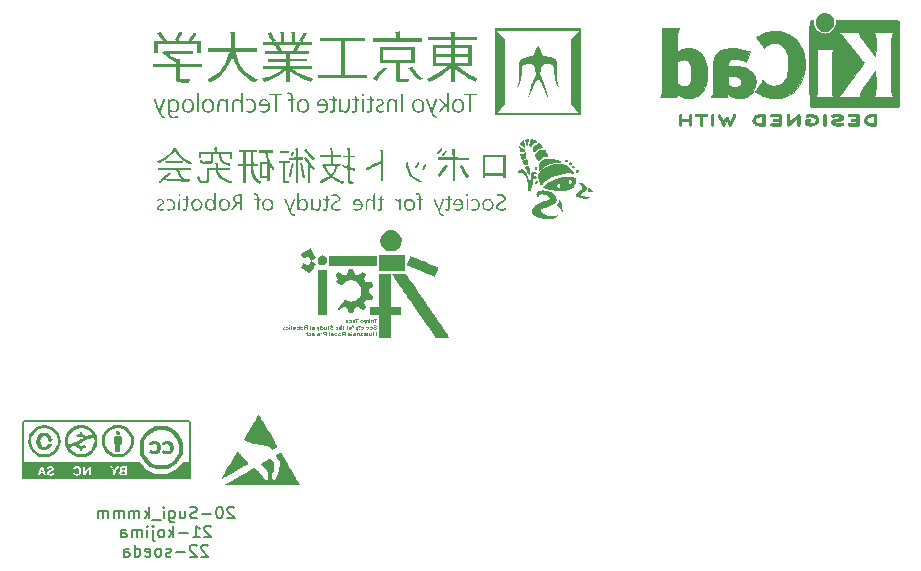
<source format=gbr>
%TF.GenerationSoftware,KiCad,Pcbnew,8.0.7*%
%TF.CreationDate,2025-06-05T13:27:20+09:00*%
%TF.ProjectId,ACT_Base_board_v2,4143545f-4261-4736-955f-626f6172645f,rev?*%
%TF.SameCoordinates,PX2faf080PY2faf080*%
%TF.FileFunction,Legend,Bot*%
%TF.FilePolarity,Positive*%
%FSLAX46Y46*%
G04 Gerber Fmt 4.6, Leading zero omitted, Abs format (unit mm)*
G04 Created by KiCad (PCBNEW 8.0.7) date 2025-06-05 13:27:20*
%MOMM*%
%LPD*%
G01*
G04 APERTURE LIST*
%ADD10C,0.150000*%
%ADD11C,0.010000*%
%ADD12C,0.000000*%
G04 APERTURE END LIST*
D10*
X22785713Y-57940113D02*
X22738094Y-57892494D01*
X22738094Y-57892494D02*
X22642856Y-57844875D01*
X22642856Y-57844875D02*
X22404761Y-57844875D01*
X22404761Y-57844875D02*
X22309523Y-57892494D01*
X22309523Y-57892494D02*
X22261904Y-57940113D01*
X22261904Y-57940113D02*
X22214285Y-58035351D01*
X22214285Y-58035351D02*
X22214285Y-58130589D01*
X22214285Y-58130589D02*
X22261904Y-58273446D01*
X22261904Y-58273446D02*
X22833332Y-58844875D01*
X22833332Y-58844875D02*
X22214285Y-58844875D01*
X21595237Y-57844875D02*
X21499999Y-57844875D01*
X21499999Y-57844875D02*
X21404761Y-57892494D01*
X21404761Y-57892494D02*
X21357142Y-57940113D01*
X21357142Y-57940113D02*
X21309523Y-58035351D01*
X21309523Y-58035351D02*
X21261904Y-58225827D01*
X21261904Y-58225827D02*
X21261904Y-58463922D01*
X21261904Y-58463922D02*
X21309523Y-58654398D01*
X21309523Y-58654398D02*
X21357142Y-58749636D01*
X21357142Y-58749636D02*
X21404761Y-58797256D01*
X21404761Y-58797256D02*
X21499999Y-58844875D01*
X21499999Y-58844875D02*
X21595237Y-58844875D01*
X21595237Y-58844875D02*
X21690475Y-58797256D01*
X21690475Y-58797256D02*
X21738094Y-58749636D01*
X21738094Y-58749636D02*
X21785713Y-58654398D01*
X21785713Y-58654398D02*
X21833332Y-58463922D01*
X21833332Y-58463922D02*
X21833332Y-58225827D01*
X21833332Y-58225827D02*
X21785713Y-58035351D01*
X21785713Y-58035351D02*
X21738094Y-57940113D01*
X21738094Y-57940113D02*
X21690475Y-57892494D01*
X21690475Y-57892494D02*
X21595237Y-57844875D01*
X20833332Y-58463922D02*
X20071428Y-58463922D01*
X19642856Y-58797256D02*
X19499999Y-58844875D01*
X19499999Y-58844875D02*
X19261904Y-58844875D01*
X19261904Y-58844875D02*
X19166666Y-58797256D01*
X19166666Y-58797256D02*
X19119047Y-58749636D01*
X19119047Y-58749636D02*
X19071428Y-58654398D01*
X19071428Y-58654398D02*
X19071428Y-58559160D01*
X19071428Y-58559160D02*
X19119047Y-58463922D01*
X19119047Y-58463922D02*
X19166666Y-58416303D01*
X19166666Y-58416303D02*
X19261904Y-58368684D01*
X19261904Y-58368684D02*
X19452380Y-58321065D01*
X19452380Y-58321065D02*
X19547618Y-58273446D01*
X19547618Y-58273446D02*
X19595237Y-58225827D01*
X19595237Y-58225827D02*
X19642856Y-58130589D01*
X19642856Y-58130589D02*
X19642856Y-58035351D01*
X19642856Y-58035351D02*
X19595237Y-57940113D01*
X19595237Y-57940113D02*
X19547618Y-57892494D01*
X19547618Y-57892494D02*
X19452380Y-57844875D01*
X19452380Y-57844875D02*
X19214285Y-57844875D01*
X19214285Y-57844875D02*
X19071428Y-57892494D01*
X18214285Y-58178208D02*
X18214285Y-58844875D01*
X18642856Y-58178208D02*
X18642856Y-58702017D01*
X18642856Y-58702017D02*
X18595237Y-58797256D01*
X18595237Y-58797256D02*
X18499999Y-58844875D01*
X18499999Y-58844875D02*
X18357142Y-58844875D01*
X18357142Y-58844875D02*
X18261904Y-58797256D01*
X18261904Y-58797256D02*
X18214285Y-58749636D01*
X17309523Y-58178208D02*
X17309523Y-58987732D01*
X17309523Y-58987732D02*
X17357142Y-59082970D01*
X17357142Y-59082970D02*
X17404761Y-59130589D01*
X17404761Y-59130589D02*
X17499999Y-59178208D01*
X17499999Y-59178208D02*
X17642856Y-59178208D01*
X17642856Y-59178208D02*
X17738094Y-59130589D01*
X17309523Y-58797256D02*
X17404761Y-58844875D01*
X17404761Y-58844875D02*
X17595237Y-58844875D01*
X17595237Y-58844875D02*
X17690475Y-58797256D01*
X17690475Y-58797256D02*
X17738094Y-58749636D01*
X17738094Y-58749636D02*
X17785713Y-58654398D01*
X17785713Y-58654398D02*
X17785713Y-58368684D01*
X17785713Y-58368684D02*
X17738094Y-58273446D01*
X17738094Y-58273446D02*
X17690475Y-58225827D01*
X17690475Y-58225827D02*
X17595237Y-58178208D01*
X17595237Y-58178208D02*
X17404761Y-58178208D01*
X17404761Y-58178208D02*
X17309523Y-58225827D01*
X16833332Y-58844875D02*
X16833332Y-58178208D01*
X16833332Y-57844875D02*
X16880951Y-57892494D01*
X16880951Y-57892494D02*
X16833332Y-57940113D01*
X16833332Y-57940113D02*
X16785713Y-57892494D01*
X16785713Y-57892494D02*
X16833332Y-57844875D01*
X16833332Y-57844875D02*
X16833332Y-57940113D01*
X16595238Y-58940113D02*
X15833333Y-58940113D01*
X15595237Y-58844875D02*
X15595237Y-57844875D01*
X15499999Y-58463922D02*
X15214285Y-58844875D01*
X15214285Y-58178208D02*
X15595237Y-58559160D01*
X14785713Y-58844875D02*
X14785713Y-58178208D01*
X14785713Y-58273446D02*
X14738094Y-58225827D01*
X14738094Y-58225827D02*
X14642856Y-58178208D01*
X14642856Y-58178208D02*
X14499999Y-58178208D01*
X14499999Y-58178208D02*
X14404761Y-58225827D01*
X14404761Y-58225827D02*
X14357142Y-58321065D01*
X14357142Y-58321065D02*
X14357142Y-58844875D01*
X14357142Y-58321065D02*
X14309523Y-58225827D01*
X14309523Y-58225827D02*
X14214285Y-58178208D01*
X14214285Y-58178208D02*
X14071428Y-58178208D01*
X14071428Y-58178208D02*
X13976189Y-58225827D01*
X13976189Y-58225827D02*
X13928570Y-58321065D01*
X13928570Y-58321065D02*
X13928570Y-58844875D01*
X13452380Y-58844875D02*
X13452380Y-58178208D01*
X13452380Y-58273446D02*
X13404761Y-58225827D01*
X13404761Y-58225827D02*
X13309523Y-58178208D01*
X13309523Y-58178208D02*
X13166666Y-58178208D01*
X13166666Y-58178208D02*
X13071428Y-58225827D01*
X13071428Y-58225827D02*
X13023809Y-58321065D01*
X13023809Y-58321065D02*
X13023809Y-58844875D01*
X13023809Y-58321065D02*
X12976190Y-58225827D01*
X12976190Y-58225827D02*
X12880952Y-58178208D01*
X12880952Y-58178208D02*
X12738095Y-58178208D01*
X12738095Y-58178208D02*
X12642856Y-58225827D01*
X12642856Y-58225827D02*
X12595237Y-58321065D01*
X12595237Y-58321065D02*
X12595237Y-58844875D01*
X12119047Y-58844875D02*
X12119047Y-58178208D01*
X12119047Y-58273446D02*
X12071428Y-58225827D01*
X12071428Y-58225827D02*
X11976190Y-58178208D01*
X11976190Y-58178208D02*
X11833333Y-58178208D01*
X11833333Y-58178208D02*
X11738095Y-58225827D01*
X11738095Y-58225827D02*
X11690476Y-58321065D01*
X11690476Y-58321065D02*
X11690476Y-58844875D01*
X11690476Y-58321065D02*
X11642857Y-58225827D01*
X11642857Y-58225827D02*
X11547619Y-58178208D01*
X11547619Y-58178208D02*
X11404762Y-58178208D01*
X11404762Y-58178208D02*
X11309523Y-58225827D01*
X11309523Y-58225827D02*
X11261904Y-58321065D01*
X11261904Y-58321065D02*
X11261904Y-58844875D01*
X20833332Y-59550057D02*
X20785713Y-59502438D01*
X20785713Y-59502438D02*
X20690475Y-59454819D01*
X20690475Y-59454819D02*
X20452380Y-59454819D01*
X20452380Y-59454819D02*
X20357142Y-59502438D01*
X20357142Y-59502438D02*
X20309523Y-59550057D01*
X20309523Y-59550057D02*
X20261904Y-59645295D01*
X20261904Y-59645295D02*
X20261904Y-59740533D01*
X20261904Y-59740533D02*
X20309523Y-59883390D01*
X20309523Y-59883390D02*
X20880951Y-60454819D01*
X20880951Y-60454819D02*
X20261904Y-60454819D01*
X19309523Y-60454819D02*
X19880951Y-60454819D01*
X19595237Y-60454819D02*
X19595237Y-59454819D01*
X19595237Y-59454819D02*
X19690475Y-59597676D01*
X19690475Y-59597676D02*
X19785713Y-59692914D01*
X19785713Y-59692914D02*
X19880951Y-59740533D01*
X18880951Y-60073866D02*
X18119047Y-60073866D01*
X17642856Y-60454819D02*
X17642856Y-59454819D01*
X17547618Y-60073866D02*
X17261904Y-60454819D01*
X17261904Y-59788152D02*
X17642856Y-60169104D01*
X16690475Y-60454819D02*
X16785713Y-60407200D01*
X16785713Y-60407200D02*
X16833332Y-60359580D01*
X16833332Y-60359580D02*
X16880951Y-60264342D01*
X16880951Y-60264342D02*
X16880951Y-59978628D01*
X16880951Y-59978628D02*
X16833332Y-59883390D01*
X16833332Y-59883390D02*
X16785713Y-59835771D01*
X16785713Y-59835771D02*
X16690475Y-59788152D01*
X16690475Y-59788152D02*
X16547618Y-59788152D01*
X16547618Y-59788152D02*
X16452380Y-59835771D01*
X16452380Y-59835771D02*
X16404761Y-59883390D01*
X16404761Y-59883390D02*
X16357142Y-59978628D01*
X16357142Y-59978628D02*
X16357142Y-60264342D01*
X16357142Y-60264342D02*
X16404761Y-60359580D01*
X16404761Y-60359580D02*
X16452380Y-60407200D01*
X16452380Y-60407200D02*
X16547618Y-60454819D01*
X16547618Y-60454819D02*
X16690475Y-60454819D01*
X15928570Y-59788152D02*
X15928570Y-60645295D01*
X15928570Y-60645295D02*
X15976189Y-60740533D01*
X15976189Y-60740533D02*
X16071427Y-60788152D01*
X16071427Y-60788152D02*
X16119046Y-60788152D01*
X15928570Y-59454819D02*
X15976189Y-59502438D01*
X15976189Y-59502438D02*
X15928570Y-59550057D01*
X15928570Y-59550057D02*
X15880951Y-59502438D01*
X15880951Y-59502438D02*
X15928570Y-59454819D01*
X15928570Y-59454819D02*
X15928570Y-59550057D01*
X15452380Y-60454819D02*
X15452380Y-59788152D01*
X15452380Y-59454819D02*
X15499999Y-59502438D01*
X15499999Y-59502438D02*
X15452380Y-59550057D01*
X15452380Y-59550057D02*
X15404761Y-59502438D01*
X15404761Y-59502438D02*
X15452380Y-59454819D01*
X15452380Y-59454819D02*
X15452380Y-59550057D01*
X14976190Y-60454819D02*
X14976190Y-59788152D01*
X14976190Y-59883390D02*
X14928571Y-59835771D01*
X14928571Y-59835771D02*
X14833333Y-59788152D01*
X14833333Y-59788152D02*
X14690476Y-59788152D01*
X14690476Y-59788152D02*
X14595238Y-59835771D01*
X14595238Y-59835771D02*
X14547619Y-59931009D01*
X14547619Y-59931009D02*
X14547619Y-60454819D01*
X14547619Y-59931009D02*
X14500000Y-59835771D01*
X14500000Y-59835771D02*
X14404762Y-59788152D01*
X14404762Y-59788152D02*
X14261905Y-59788152D01*
X14261905Y-59788152D02*
X14166666Y-59835771D01*
X14166666Y-59835771D02*
X14119047Y-59931009D01*
X14119047Y-59931009D02*
X14119047Y-60454819D01*
X13214286Y-60454819D02*
X13214286Y-59931009D01*
X13214286Y-59931009D02*
X13261905Y-59835771D01*
X13261905Y-59835771D02*
X13357143Y-59788152D01*
X13357143Y-59788152D02*
X13547619Y-59788152D01*
X13547619Y-59788152D02*
X13642857Y-59835771D01*
X13214286Y-60407200D02*
X13309524Y-60454819D01*
X13309524Y-60454819D02*
X13547619Y-60454819D01*
X13547619Y-60454819D02*
X13642857Y-60407200D01*
X13642857Y-60407200D02*
X13690476Y-60311961D01*
X13690476Y-60311961D02*
X13690476Y-60216723D01*
X13690476Y-60216723D02*
X13642857Y-60121485D01*
X13642857Y-60121485D02*
X13547619Y-60073866D01*
X13547619Y-60073866D02*
X13309524Y-60073866D01*
X13309524Y-60073866D02*
X13214286Y-60026247D01*
X20571428Y-61160001D02*
X20523809Y-61112382D01*
X20523809Y-61112382D02*
X20428571Y-61064763D01*
X20428571Y-61064763D02*
X20190476Y-61064763D01*
X20190476Y-61064763D02*
X20095238Y-61112382D01*
X20095238Y-61112382D02*
X20047619Y-61160001D01*
X20047619Y-61160001D02*
X20000000Y-61255239D01*
X20000000Y-61255239D02*
X20000000Y-61350477D01*
X20000000Y-61350477D02*
X20047619Y-61493334D01*
X20047619Y-61493334D02*
X20619047Y-62064763D01*
X20619047Y-62064763D02*
X20000000Y-62064763D01*
X19619047Y-61160001D02*
X19571428Y-61112382D01*
X19571428Y-61112382D02*
X19476190Y-61064763D01*
X19476190Y-61064763D02*
X19238095Y-61064763D01*
X19238095Y-61064763D02*
X19142857Y-61112382D01*
X19142857Y-61112382D02*
X19095238Y-61160001D01*
X19095238Y-61160001D02*
X19047619Y-61255239D01*
X19047619Y-61255239D02*
X19047619Y-61350477D01*
X19047619Y-61350477D02*
X19095238Y-61493334D01*
X19095238Y-61493334D02*
X19666666Y-62064763D01*
X19666666Y-62064763D02*
X19047619Y-62064763D01*
X18619047Y-61683810D02*
X17857143Y-61683810D01*
X17428571Y-62017144D02*
X17333333Y-62064763D01*
X17333333Y-62064763D02*
X17142857Y-62064763D01*
X17142857Y-62064763D02*
X17047619Y-62017144D01*
X17047619Y-62017144D02*
X17000000Y-61921905D01*
X17000000Y-61921905D02*
X17000000Y-61874286D01*
X17000000Y-61874286D02*
X17047619Y-61779048D01*
X17047619Y-61779048D02*
X17142857Y-61731429D01*
X17142857Y-61731429D02*
X17285714Y-61731429D01*
X17285714Y-61731429D02*
X17380952Y-61683810D01*
X17380952Y-61683810D02*
X17428571Y-61588572D01*
X17428571Y-61588572D02*
X17428571Y-61540953D01*
X17428571Y-61540953D02*
X17380952Y-61445715D01*
X17380952Y-61445715D02*
X17285714Y-61398096D01*
X17285714Y-61398096D02*
X17142857Y-61398096D01*
X17142857Y-61398096D02*
X17047619Y-61445715D01*
X16428571Y-62064763D02*
X16523809Y-62017144D01*
X16523809Y-62017144D02*
X16571428Y-61969524D01*
X16571428Y-61969524D02*
X16619047Y-61874286D01*
X16619047Y-61874286D02*
X16619047Y-61588572D01*
X16619047Y-61588572D02*
X16571428Y-61493334D01*
X16571428Y-61493334D02*
X16523809Y-61445715D01*
X16523809Y-61445715D02*
X16428571Y-61398096D01*
X16428571Y-61398096D02*
X16285714Y-61398096D01*
X16285714Y-61398096D02*
X16190476Y-61445715D01*
X16190476Y-61445715D02*
X16142857Y-61493334D01*
X16142857Y-61493334D02*
X16095238Y-61588572D01*
X16095238Y-61588572D02*
X16095238Y-61874286D01*
X16095238Y-61874286D02*
X16142857Y-61969524D01*
X16142857Y-61969524D02*
X16190476Y-62017144D01*
X16190476Y-62017144D02*
X16285714Y-62064763D01*
X16285714Y-62064763D02*
X16428571Y-62064763D01*
X15285714Y-62017144D02*
X15380952Y-62064763D01*
X15380952Y-62064763D02*
X15571428Y-62064763D01*
X15571428Y-62064763D02*
X15666666Y-62017144D01*
X15666666Y-62017144D02*
X15714285Y-61921905D01*
X15714285Y-61921905D02*
X15714285Y-61540953D01*
X15714285Y-61540953D02*
X15666666Y-61445715D01*
X15666666Y-61445715D02*
X15571428Y-61398096D01*
X15571428Y-61398096D02*
X15380952Y-61398096D01*
X15380952Y-61398096D02*
X15285714Y-61445715D01*
X15285714Y-61445715D02*
X15238095Y-61540953D01*
X15238095Y-61540953D02*
X15238095Y-61636191D01*
X15238095Y-61636191D02*
X15714285Y-61731429D01*
X14380952Y-62064763D02*
X14380952Y-61064763D01*
X14380952Y-62017144D02*
X14476190Y-62064763D01*
X14476190Y-62064763D02*
X14666666Y-62064763D01*
X14666666Y-62064763D02*
X14761904Y-62017144D01*
X14761904Y-62017144D02*
X14809523Y-61969524D01*
X14809523Y-61969524D02*
X14857142Y-61874286D01*
X14857142Y-61874286D02*
X14857142Y-61588572D01*
X14857142Y-61588572D02*
X14809523Y-61493334D01*
X14809523Y-61493334D02*
X14761904Y-61445715D01*
X14761904Y-61445715D02*
X14666666Y-61398096D01*
X14666666Y-61398096D02*
X14476190Y-61398096D01*
X14476190Y-61398096D02*
X14380952Y-61445715D01*
X13476190Y-62064763D02*
X13476190Y-61540953D01*
X13476190Y-61540953D02*
X13523809Y-61445715D01*
X13523809Y-61445715D02*
X13619047Y-61398096D01*
X13619047Y-61398096D02*
X13809523Y-61398096D01*
X13809523Y-61398096D02*
X13904761Y-61445715D01*
X13476190Y-62017144D02*
X13571428Y-62064763D01*
X13571428Y-62064763D02*
X13809523Y-62064763D01*
X13809523Y-62064763D02*
X13904761Y-62017144D01*
X13904761Y-62017144D02*
X13952380Y-61921905D01*
X13952380Y-61921905D02*
X13952380Y-61826667D01*
X13952380Y-61826667D02*
X13904761Y-61731429D01*
X13904761Y-61731429D02*
X13809523Y-61683810D01*
X13809523Y-61683810D02*
X13571428Y-61683810D01*
X13571428Y-61683810D02*
X13476190Y-61636191D01*
D11*
%TO.C,REF\u002A\u002A*%
X23082836Y-53242363D02*
X23097023Y-53256032D01*
X23138392Y-53297719D01*
X23193107Y-53354472D01*
X23258510Y-53423397D01*
X23331943Y-53501599D01*
X23410746Y-53586182D01*
X23492260Y-53674253D01*
X23573827Y-53762916D01*
X23652788Y-53849276D01*
X23726483Y-53930439D01*
X23792254Y-54003510D01*
X23847441Y-54065594D01*
X23889386Y-54113795D01*
X23915431Y-54145220D01*
X23922915Y-54156974D01*
X23920346Y-54158272D01*
X23895785Y-54171978D01*
X23847204Y-54199613D01*
X23776652Y-54239998D01*
X23686173Y-54291955D01*
X23577815Y-54354305D01*
X23453624Y-54425871D01*
X23315645Y-54505475D01*
X23165926Y-54591938D01*
X23006513Y-54684083D01*
X22839451Y-54780732D01*
X22777008Y-54816867D01*
X22612883Y-54911806D01*
X22457358Y-55001714D01*
X22312454Y-55085424D01*
X22180195Y-55161771D01*
X22062604Y-55229589D01*
X21961702Y-55287711D01*
X21879513Y-55334971D01*
X21818059Y-55370203D01*
X21779364Y-55392242D01*
X21765449Y-55399920D01*
X21766075Y-55395831D01*
X21777493Y-55372330D01*
X21798493Y-55334786D01*
X21811376Y-55312564D01*
X21838772Y-55265173D01*
X21879087Y-55195377D01*
X21931009Y-55105444D01*
X21993231Y-54997642D01*
X22064443Y-54874240D01*
X22143335Y-54737506D01*
X22228598Y-54589709D01*
X22318924Y-54433117D01*
X22413002Y-54270000D01*
X22505121Y-54110323D01*
X22594680Y-53955187D01*
X22678893Y-53809412D01*
X22756497Y-53675183D01*
X22826225Y-53554685D01*
X22886814Y-53450102D01*
X22936998Y-53363619D01*
X22975512Y-53297421D01*
X23001092Y-53253693D01*
X23012472Y-53234619D01*
X23035820Y-53198201D01*
X23082836Y-53242363D01*
G36*
X23082836Y-53242363D02*
G01*
X23097023Y-53256032D01*
X23138392Y-53297719D01*
X23193107Y-53354472D01*
X23258510Y-53423397D01*
X23331943Y-53501599D01*
X23410746Y-53586182D01*
X23492260Y-53674253D01*
X23573827Y-53762916D01*
X23652788Y-53849276D01*
X23726483Y-53930439D01*
X23792254Y-54003510D01*
X23847441Y-54065594D01*
X23889386Y-54113795D01*
X23915431Y-54145220D01*
X23922915Y-54156974D01*
X23920346Y-54158272D01*
X23895785Y-54171978D01*
X23847204Y-54199613D01*
X23776652Y-54239998D01*
X23686173Y-54291955D01*
X23577815Y-54354305D01*
X23453624Y-54425871D01*
X23315645Y-54505475D01*
X23165926Y-54591938D01*
X23006513Y-54684083D01*
X22839451Y-54780732D01*
X22777008Y-54816867D01*
X22612883Y-54911806D01*
X22457358Y-55001714D01*
X22312454Y-55085424D01*
X22180195Y-55161771D01*
X22062604Y-55229589D01*
X21961702Y-55287711D01*
X21879513Y-55334971D01*
X21818059Y-55370203D01*
X21779364Y-55392242D01*
X21765449Y-55399920D01*
X21766075Y-55395831D01*
X21777493Y-55372330D01*
X21798493Y-55334786D01*
X21811376Y-55312564D01*
X21838772Y-55265173D01*
X21879087Y-55195377D01*
X21931009Y-55105444D01*
X21993231Y-54997642D01*
X22064443Y-54874240D01*
X22143335Y-54737506D01*
X22228598Y-54589709D01*
X22318924Y-54433117D01*
X22413002Y-54270000D01*
X22505121Y-54110323D01*
X22594680Y-53955187D01*
X22678893Y-53809412D01*
X22756497Y-53675183D01*
X22826225Y-53554685D01*
X22886814Y-53450102D01*
X22936998Y-53363619D01*
X22975512Y-53297421D01*
X23001092Y-53253693D01*
X23012472Y-53234619D01*
X23035820Y-53198201D01*
X23082836Y-53242363D01*
G37*
X24845560Y-50073175D02*
X24857093Y-50090511D01*
X24882500Y-50132162D01*
X24920507Y-50195911D01*
X24969837Y-50279545D01*
X25029213Y-50380849D01*
X25097359Y-50497609D01*
X25173000Y-50627608D01*
X25254859Y-50768633D01*
X25341660Y-50918468D01*
X25432126Y-51074900D01*
X25524982Y-51235713D01*
X25618951Y-51398693D01*
X25712757Y-51561624D01*
X25805124Y-51722292D01*
X25894776Y-51878482D01*
X25980436Y-52027980D01*
X26060828Y-52168571D01*
X26134677Y-52298040D01*
X26200705Y-52414172D01*
X26257637Y-52514752D01*
X26304197Y-52597567D01*
X26339108Y-52660400D01*
X26361094Y-52701037D01*
X26368879Y-52717264D01*
X26368887Y-52717388D01*
X26356333Y-52734416D01*
X26320258Y-52763279D01*
X26264417Y-52801247D01*
X26192561Y-52845587D01*
X26144373Y-52873952D01*
X26075032Y-52913396D01*
X26026734Y-52938254D01*
X25996242Y-52949924D01*
X25980320Y-52949806D01*
X25975732Y-52939297D01*
X25975382Y-52937583D01*
X25962268Y-52916682D01*
X25934000Y-52881139D01*
X25895786Y-52837583D01*
X25878155Y-52818875D01*
X25823482Y-52768512D01*
X25763022Y-52725465D01*
X25693182Y-52688473D01*
X25610370Y-52656273D01*
X25510992Y-52627602D01*
X25391455Y-52601198D01*
X25248166Y-52575800D01*
X25077531Y-52550145D01*
X24881134Y-52521227D01*
X24691274Y-52490173D01*
X24525260Y-52459044D01*
X24379382Y-52426942D01*
X24249927Y-52392969D01*
X24133183Y-52356226D01*
X24025440Y-52315817D01*
X23922985Y-52270843D01*
X23847688Y-52233754D01*
X23775765Y-52194725D01*
X23718886Y-52159882D01*
X23681499Y-52131965D01*
X23668049Y-52113714D01*
X23668446Y-52112370D01*
X23679280Y-52090862D01*
X23703845Y-52045822D01*
X23740685Y-51979772D01*
X23788347Y-51895233D01*
X23845376Y-51794727D01*
X23910318Y-51680776D01*
X23981719Y-51555901D01*
X24058124Y-51422624D01*
X24138079Y-51283467D01*
X24220130Y-51140951D01*
X24302822Y-50997598D01*
X24384701Y-50855930D01*
X24464313Y-50718468D01*
X24540204Y-50587734D01*
X24610919Y-50466250D01*
X24675004Y-50356538D01*
X24731004Y-50261118D01*
X24777466Y-50182514D01*
X24812935Y-50123245D01*
X24835957Y-50085835D01*
X24845077Y-50072805D01*
X24845560Y-50073175D01*
G36*
X24845560Y-50073175D02*
G01*
X24857093Y-50090511D01*
X24882500Y-50132162D01*
X24920507Y-50195911D01*
X24969837Y-50279545D01*
X25029213Y-50380849D01*
X25097359Y-50497609D01*
X25173000Y-50627608D01*
X25254859Y-50768633D01*
X25341660Y-50918468D01*
X25432126Y-51074900D01*
X25524982Y-51235713D01*
X25618951Y-51398693D01*
X25712757Y-51561624D01*
X25805124Y-51722292D01*
X25894776Y-51878482D01*
X25980436Y-52027980D01*
X26060828Y-52168571D01*
X26134677Y-52298040D01*
X26200705Y-52414172D01*
X26257637Y-52514752D01*
X26304197Y-52597567D01*
X26339108Y-52660400D01*
X26361094Y-52701037D01*
X26368879Y-52717264D01*
X26368887Y-52717388D01*
X26356333Y-52734416D01*
X26320258Y-52763279D01*
X26264417Y-52801247D01*
X26192561Y-52845587D01*
X26144373Y-52873952D01*
X26075032Y-52913396D01*
X26026734Y-52938254D01*
X25996242Y-52949924D01*
X25980320Y-52949806D01*
X25975732Y-52939297D01*
X25975382Y-52937583D01*
X25962268Y-52916682D01*
X25934000Y-52881139D01*
X25895786Y-52837583D01*
X25878155Y-52818875D01*
X25823482Y-52768512D01*
X25763022Y-52725465D01*
X25693182Y-52688473D01*
X25610370Y-52656273D01*
X25510992Y-52627602D01*
X25391455Y-52601198D01*
X25248166Y-52575800D01*
X25077531Y-52550145D01*
X24881134Y-52521227D01*
X24691274Y-52490173D01*
X24525260Y-52459044D01*
X24379382Y-52426942D01*
X24249927Y-52392969D01*
X24133183Y-52356226D01*
X24025440Y-52315817D01*
X23922985Y-52270843D01*
X23847688Y-52233754D01*
X23775765Y-52194725D01*
X23718886Y-52159882D01*
X23681499Y-52131965D01*
X23668049Y-52113714D01*
X23668446Y-52112370D01*
X23679280Y-52090862D01*
X23703845Y-52045822D01*
X23740685Y-51979772D01*
X23788347Y-51895233D01*
X23845376Y-51794727D01*
X23910318Y-51680776D01*
X23981719Y-51555901D01*
X24058124Y-51422624D01*
X24138079Y-51283467D01*
X24220130Y-51140951D01*
X24302822Y-50997598D01*
X24384701Y-50855930D01*
X24464313Y-50718468D01*
X24540204Y-50587734D01*
X24610919Y-50466250D01*
X24675004Y-50356538D01*
X24731004Y-50261118D01*
X24777466Y-50182514D01*
X24812935Y-50123245D01*
X24835957Y-50085835D01*
X24845077Y-50072805D01*
X24845560Y-50073175D01*
G37*
X26710047Y-53296040D02*
X26715802Y-53304625D01*
X26736365Y-53338346D01*
X26770179Y-53395200D01*
X26815950Y-53472968D01*
X26872383Y-53569432D01*
X26938184Y-53682371D01*
X27012058Y-53809568D01*
X27092711Y-53948803D01*
X27178848Y-54097857D01*
X27269175Y-54254512D01*
X27293947Y-54297521D01*
X27391900Y-54467575D01*
X27490509Y-54638754D01*
X27587760Y-54807562D01*
X27681638Y-54970503D01*
X27770131Y-55124082D01*
X27851222Y-55264801D01*
X27922898Y-55389166D01*
X27983144Y-55493680D01*
X28029947Y-55574847D01*
X28251030Y-55958171D01*
X25151076Y-55958171D01*
X25022921Y-55958159D01*
X24717500Y-55958042D01*
X24421432Y-55957802D01*
X24136159Y-55957444D01*
X23863123Y-55956976D01*
X23603765Y-55956403D01*
X23359527Y-55955732D01*
X23131849Y-55954968D01*
X22922174Y-55954119D01*
X22731943Y-55953189D01*
X22562597Y-55952186D01*
X22415578Y-55951115D01*
X22292327Y-55949983D01*
X22194286Y-55948796D01*
X22122896Y-55947559D01*
X22079598Y-55946280D01*
X22065835Y-55944963D01*
X22076054Y-55938304D01*
X22111311Y-55917083D01*
X22169221Y-55882920D01*
X22247430Y-55837171D01*
X22343583Y-55781190D01*
X22455323Y-55716333D01*
X22580296Y-55643954D01*
X22716146Y-55565409D01*
X22860518Y-55482054D01*
X23011056Y-55395243D01*
X23165405Y-55306332D01*
X23321210Y-55216676D01*
X23476116Y-55127629D01*
X23627766Y-55040548D01*
X23773806Y-54956788D01*
X23911881Y-54877703D01*
X24039634Y-54804649D01*
X24154711Y-54738981D01*
X24254756Y-54682054D01*
X24337414Y-54635224D01*
X24400329Y-54599846D01*
X24441147Y-54577274D01*
X24457511Y-54568864D01*
X24468189Y-54570949D01*
X24500358Y-54589908D01*
X24546221Y-54625032D01*
X24600740Y-54672669D01*
X24649845Y-54720356D01*
X24712389Y-54785316D01*
X24782368Y-54861155D01*
X24856196Y-54943698D01*
X24930285Y-55028768D01*
X25001048Y-55112190D01*
X25064898Y-55189789D01*
X25118247Y-55257389D01*
X25157509Y-55310814D01*
X25179095Y-55345889D01*
X25193506Y-55371505D01*
X25232643Y-55424516D01*
X25282958Y-55480912D01*
X25337276Y-55533462D01*
X25388424Y-55574930D01*
X25429227Y-55598086D01*
X25474292Y-55603438D01*
X25534426Y-55588645D01*
X25591579Y-55554726D01*
X25635933Y-55506053D01*
X25643613Y-55493425D01*
X25653392Y-55472743D01*
X25659765Y-55447854D01*
X25663142Y-55413409D01*
X25663931Y-55364062D01*
X25662541Y-55294464D01*
X25659381Y-55199268D01*
X25657116Y-55144202D01*
X25652304Y-55057117D01*
X25646625Y-54980899D01*
X25640608Y-54922249D01*
X25634783Y-54887866D01*
X25620679Y-54848588D01*
X25578866Y-54771240D01*
X25513895Y-54679591D01*
X25424970Y-54572567D01*
X25311300Y-54449090D01*
X25261972Y-54397066D01*
X25204938Y-54335696D01*
X25157864Y-54283665D01*
X25124624Y-54245266D01*
X25109089Y-54224796D01*
X25107492Y-54221546D01*
X25105577Y-54207553D01*
X25115145Y-54192039D01*
X25140115Y-54171659D01*
X25184406Y-54143071D01*
X25251938Y-54102932D01*
X25309347Y-54069422D01*
X25414992Y-54008123D01*
X25498171Y-53960509D01*
X25561678Y-53925033D01*
X25608306Y-53900149D01*
X25640850Y-53884313D01*
X25662104Y-53875977D01*
X25684097Y-53866728D01*
X25696951Y-53854307D01*
X25698154Y-53851378D01*
X25716961Y-53835084D01*
X25751335Y-53814098D01*
X25805719Y-53784810D01*
X25845874Y-53822192D01*
X25860057Y-53837336D01*
X25893055Y-53878493D01*
X25933346Y-53933445D01*
X25975182Y-53994531D01*
X26064336Y-54129489D01*
X26060837Y-54479362D01*
X26057339Y-54829235D01*
X26006393Y-54878733D01*
X25989274Y-54896379D01*
X25934376Y-54975660D01*
X25902330Y-55069935D01*
X25891412Y-55183780D01*
X25894123Y-55244779D01*
X25913261Y-55352378D01*
X25948141Y-55450583D01*
X25995742Y-55529382D01*
X26028795Y-55558114D01*
X26087549Y-55579937D01*
X26154061Y-55582454D01*
X26219816Y-55566828D01*
X26276301Y-55534220D01*
X26315003Y-55485793D01*
X26316270Y-55483168D01*
X26339663Y-55435225D01*
X26364439Y-55385122D01*
X26385472Y-55338087D01*
X26415644Y-55258810D01*
X26448932Y-55161072D01*
X26484179Y-55049228D01*
X26520229Y-54927634D01*
X26555925Y-54800645D01*
X26590110Y-54672616D01*
X26621627Y-54547902D01*
X26649320Y-54430859D01*
X26672032Y-54325843D01*
X26688606Y-54237209D01*
X26697885Y-54169312D01*
X26698714Y-54126507D01*
X26696847Y-54116782D01*
X26678658Y-54067556D01*
X26644907Y-54001699D01*
X26598555Y-53925165D01*
X26580764Y-53897585D01*
X26509282Y-53785122D01*
X26448520Y-53686772D01*
X26399817Y-53604832D01*
X26364514Y-53541605D01*
X26343952Y-53499390D01*
X26339469Y-53480487D01*
X26339988Y-53479820D01*
X26358545Y-53466205D01*
X26398202Y-53441319D01*
X26453526Y-53408476D01*
X26519084Y-53370988D01*
X26524626Y-53367876D01*
X26595807Y-53328712D01*
X26645381Y-53303736D01*
X26677906Y-53291158D01*
X26697942Y-53289189D01*
X26710047Y-53296040D01*
G36*
X26710047Y-53296040D02*
G01*
X26715802Y-53304625D01*
X26736365Y-53338346D01*
X26770179Y-53395200D01*
X26815950Y-53472968D01*
X26872383Y-53569432D01*
X26938184Y-53682371D01*
X27012058Y-53809568D01*
X27092711Y-53948803D01*
X27178848Y-54097857D01*
X27269175Y-54254512D01*
X27293947Y-54297521D01*
X27391900Y-54467575D01*
X27490509Y-54638754D01*
X27587760Y-54807562D01*
X27681638Y-54970503D01*
X27770131Y-55124082D01*
X27851222Y-55264801D01*
X27922898Y-55389166D01*
X27983144Y-55493680D01*
X28029947Y-55574847D01*
X28251030Y-55958171D01*
X25151076Y-55958171D01*
X25022921Y-55958159D01*
X24717500Y-55958042D01*
X24421432Y-55957802D01*
X24136159Y-55957444D01*
X23863123Y-55956976D01*
X23603765Y-55956403D01*
X23359527Y-55955732D01*
X23131849Y-55954968D01*
X22922174Y-55954119D01*
X22731943Y-55953189D01*
X22562597Y-55952186D01*
X22415578Y-55951115D01*
X22292327Y-55949983D01*
X22194286Y-55948796D01*
X22122896Y-55947559D01*
X22079598Y-55946280D01*
X22065835Y-55944963D01*
X22076054Y-55938304D01*
X22111311Y-55917083D01*
X22169221Y-55882920D01*
X22247430Y-55837171D01*
X22343583Y-55781190D01*
X22455323Y-55716333D01*
X22580296Y-55643954D01*
X22716146Y-55565409D01*
X22860518Y-55482054D01*
X23011056Y-55395243D01*
X23165405Y-55306332D01*
X23321210Y-55216676D01*
X23476116Y-55127629D01*
X23627766Y-55040548D01*
X23773806Y-54956788D01*
X23911881Y-54877703D01*
X24039634Y-54804649D01*
X24154711Y-54738981D01*
X24254756Y-54682054D01*
X24337414Y-54635224D01*
X24400329Y-54599846D01*
X24441147Y-54577274D01*
X24457511Y-54568864D01*
X24468189Y-54570949D01*
X24500358Y-54589908D01*
X24546221Y-54625032D01*
X24600740Y-54672669D01*
X24649845Y-54720356D01*
X24712389Y-54785316D01*
X24782368Y-54861155D01*
X24856196Y-54943698D01*
X24930285Y-55028768D01*
X25001048Y-55112190D01*
X25064898Y-55189789D01*
X25118247Y-55257389D01*
X25157509Y-55310814D01*
X25179095Y-55345889D01*
X25193506Y-55371505D01*
X25232643Y-55424516D01*
X25282958Y-55480912D01*
X25337276Y-55533462D01*
X25388424Y-55574930D01*
X25429227Y-55598086D01*
X25474292Y-55603438D01*
X25534426Y-55588645D01*
X25591579Y-55554726D01*
X25635933Y-55506053D01*
X25643613Y-55493425D01*
X25653392Y-55472743D01*
X25659765Y-55447854D01*
X25663142Y-55413409D01*
X25663931Y-55364062D01*
X25662541Y-55294464D01*
X25659381Y-55199268D01*
X25657116Y-55144202D01*
X25652304Y-55057117D01*
X25646625Y-54980899D01*
X25640608Y-54922249D01*
X25634783Y-54887866D01*
X25620679Y-54848588D01*
X25578866Y-54771240D01*
X25513895Y-54679591D01*
X25424970Y-54572567D01*
X25311300Y-54449090D01*
X25261972Y-54397066D01*
X25204938Y-54335696D01*
X25157864Y-54283665D01*
X25124624Y-54245266D01*
X25109089Y-54224796D01*
X25107492Y-54221546D01*
X25105577Y-54207553D01*
X25115145Y-54192039D01*
X25140115Y-54171659D01*
X25184406Y-54143071D01*
X25251938Y-54102932D01*
X25309347Y-54069422D01*
X25414992Y-54008123D01*
X25498171Y-53960509D01*
X25561678Y-53925033D01*
X25608306Y-53900149D01*
X25640850Y-53884313D01*
X25662104Y-53875977D01*
X25684097Y-53866728D01*
X25696951Y-53854307D01*
X25698154Y-53851378D01*
X25716961Y-53835084D01*
X25751335Y-53814098D01*
X25805719Y-53784810D01*
X25845874Y-53822192D01*
X25860057Y-53837336D01*
X25893055Y-53878493D01*
X25933346Y-53933445D01*
X25975182Y-53994531D01*
X26064336Y-54129489D01*
X26060837Y-54479362D01*
X26057339Y-54829235D01*
X26006393Y-54878733D01*
X25989274Y-54896379D01*
X25934376Y-54975660D01*
X25902330Y-55069935D01*
X25891412Y-55183780D01*
X25894123Y-55244779D01*
X25913261Y-55352378D01*
X25948141Y-55450583D01*
X25995742Y-55529382D01*
X26028795Y-55558114D01*
X26087549Y-55579937D01*
X26154061Y-55582454D01*
X26219816Y-55566828D01*
X26276301Y-55534220D01*
X26315003Y-55485793D01*
X26316270Y-55483168D01*
X26339663Y-55435225D01*
X26364439Y-55385122D01*
X26385472Y-55338087D01*
X26415644Y-55258810D01*
X26448932Y-55161072D01*
X26484179Y-55049228D01*
X26520229Y-54927634D01*
X26555925Y-54800645D01*
X26590110Y-54672616D01*
X26621627Y-54547902D01*
X26649320Y-54430859D01*
X26672032Y-54325843D01*
X26688606Y-54237209D01*
X26697885Y-54169312D01*
X26698714Y-54126507D01*
X26696847Y-54116782D01*
X26678658Y-54067556D01*
X26644907Y-54001699D01*
X26598555Y-53925165D01*
X26580764Y-53897585D01*
X26509282Y-53785122D01*
X26448520Y-53686772D01*
X26399817Y-53604832D01*
X26364514Y-53541605D01*
X26343952Y-53499390D01*
X26339469Y-53480487D01*
X26339988Y-53479820D01*
X26358545Y-53466205D01*
X26398202Y-53441319D01*
X26453526Y-53408476D01*
X26519084Y-53370988D01*
X26524626Y-53367876D01*
X26595807Y-53328712D01*
X26645381Y-53303736D01*
X26677906Y-53291158D01*
X26697942Y-53289189D01*
X26710047Y-53296040D01*
G37*
D12*
%TO.C,G1*%
G36*
X18453448Y-28686783D02*
G01*
X18453448Y-28781202D01*
X17726170Y-28772805D01*
X16998892Y-28764409D01*
X16988994Y-28678387D01*
X16979096Y-28592364D01*
X17716272Y-28592364D01*
X18453448Y-28592364D01*
X18453448Y-28686783D01*
G37*
G36*
X27462315Y-27810345D02*
G01*
X27462315Y-27904187D01*
X27071305Y-27904187D01*
X26680296Y-27904187D01*
X26680296Y-27810345D01*
X26680296Y-27716502D01*
X27071305Y-27716502D01*
X27462315Y-27716502D01*
X27462315Y-27810345D01*
G37*
G36*
X42633498Y-32267857D02*
G01*
X42633498Y-32752709D01*
X42555296Y-32752709D01*
X42477094Y-32752709D01*
X42477094Y-32267857D01*
X42477094Y-31783005D01*
X42555296Y-31783005D01*
X42633498Y-31783005D01*
X42633498Y-32267857D01*
G37*
G36*
X18230463Y-31372875D02*
G01*
X18253406Y-31427471D01*
X18230079Y-31491144D01*
X18223505Y-31498507D01*
X18165160Y-31527678D01*
X18115019Y-31505015D01*
X18093719Y-31438488D01*
X18106770Y-31380011D01*
X18160120Y-31351240D01*
X18172697Y-31350245D01*
X18230463Y-31372875D01*
G37*
G36*
X42562491Y-31345100D02*
G01*
X42618428Y-31361293D01*
X42633498Y-31418062D01*
X42629103Y-31467145D01*
X42612644Y-31511905D01*
X42559039Y-31532597D01*
X42502851Y-31510375D01*
X42464692Y-31459699D01*
X42464260Y-31395960D01*
X42493128Y-31364071D01*
X42558642Y-31345074D01*
X42562491Y-31345100D01*
G37*
G36*
X51582708Y-28969288D02*
G01*
X51605412Y-28986263D01*
X51638234Y-29052260D01*
X51632830Y-29127213D01*
X51588431Y-29182493D01*
X51527314Y-29195016D01*
X51452135Y-29166792D01*
X51400775Y-29101579D01*
X51405699Y-29044307D01*
X51451470Y-28992263D01*
X51517510Y-28962140D01*
X51582708Y-28969288D01*
G37*
G36*
X51922039Y-29323758D02*
G01*
X51971103Y-29371871D01*
X51983872Y-29444227D01*
X51953744Y-29516869D01*
X51927784Y-29541823D01*
X51859501Y-29558200D01*
X51785362Y-29512913D01*
X51743653Y-29439748D01*
X51754551Y-29372259D01*
X51809244Y-29326231D01*
X51898709Y-29317241D01*
X51922039Y-29323758D01*
G37*
G36*
X48437585Y-29125384D02*
G01*
X48441062Y-29128475D01*
X48474090Y-29189186D01*
X48482542Y-29265171D01*
X48462151Y-29322249D01*
X48426441Y-29344275D01*
X48357402Y-29343031D01*
X48292760Y-29305592D01*
X48251199Y-29245055D01*
X48251401Y-29174516D01*
X48295804Y-29123928D01*
X48368907Y-29103169D01*
X48437585Y-29125384D01*
G37*
G36*
X48423768Y-30251542D02*
G01*
X48495228Y-30287050D01*
X48529375Y-30355993D01*
X48514286Y-30437931D01*
X48480572Y-30475218D01*
X48404803Y-30500492D01*
X48353446Y-30489167D01*
X48295320Y-30437931D01*
X48287364Y-30420356D01*
X48283796Y-30339477D01*
X48326917Y-30275961D01*
X48404803Y-30250246D01*
X48423768Y-30251542D01*
G37*
G36*
X50977756Y-28453317D02*
G01*
X51025824Y-28502926D01*
X51042846Y-28571011D01*
X51015502Y-28640788D01*
X50989022Y-28663646D01*
X50922906Y-28686207D01*
X50905530Y-28685102D01*
X50838594Y-28652236D01*
X50806767Y-28589066D01*
X50814979Y-28516418D01*
X50868165Y-28455114D01*
X50911962Y-28438971D01*
X50977756Y-28453317D01*
G37*
G36*
X51321845Y-28703563D02*
G01*
X51369913Y-28753172D01*
X51386935Y-28821258D01*
X51359590Y-28891035D01*
X51333110Y-28913892D01*
X51266995Y-28936453D01*
X51249618Y-28935349D01*
X51182683Y-28902482D01*
X51150855Y-28839313D01*
X51159068Y-28766664D01*
X51212254Y-28705360D01*
X51256051Y-28689218D01*
X51321845Y-28703563D01*
G37*
G36*
X18234483Y-32265681D02*
G01*
X18234483Y-32752709D01*
X18155466Y-32752709D01*
X18076449Y-32752709D01*
X18085084Y-32275677D01*
X18087381Y-32154004D01*
X18091183Y-32006722D01*
X18096537Y-31906585D01*
X18104973Y-31844152D01*
X18118025Y-31809979D01*
X18137224Y-31794626D01*
X18164101Y-31788649D01*
X18234483Y-31778654D01*
X18234483Y-32265681D01*
G37*
G36*
X27875418Y-27790327D02*
G01*
X27901222Y-27816075D01*
X27903892Y-27848943D01*
X27878126Y-27902853D01*
X27819846Y-27992658D01*
X27755851Y-28079988D01*
X27692090Y-28139647D01*
X27639086Y-28148368D01*
X27589436Y-28109919D01*
X27583730Y-28102093D01*
X27575981Y-28062388D01*
X27598539Y-28002062D01*
X27655987Y-27907156D01*
X27664956Y-27893502D01*
X27729419Y-27803200D01*
X27777666Y-27760331D01*
X27822174Y-27758254D01*
X27875418Y-27790327D01*
G37*
G36*
X47086347Y-27400486D02*
G01*
X47143019Y-27437686D01*
X47251440Y-27501632D01*
X47341602Y-27546618D01*
X47389678Y-27571210D01*
X47444180Y-27631131D01*
X47437171Y-27700615D01*
X47368319Y-27776794D01*
X47321282Y-27804708D01*
X47215775Y-27835575D01*
X47105974Y-27840392D01*
X47020740Y-27815909D01*
X47018271Y-27813946D01*
X46996306Y-27765317D01*
X46976108Y-27670856D01*
X46960990Y-27545553D01*
X46940230Y-27299955D01*
X47086347Y-27400486D01*
G37*
G36*
X52899285Y-30837097D02*
G01*
X52968090Y-30887696D01*
X53078176Y-31006189D01*
X53173615Y-31153805D01*
X53196603Y-31202619D01*
X53184575Y-31217067D01*
X53123750Y-31202122D01*
X53108452Y-31198023D01*
X53010010Y-31180457D01*
X52901370Y-31170685D01*
X52866552Y-31168381D01*
X52795853Y-31155930D01*
X52767153Y-31138009D01*
X52768155Y-31116193D01*
X52775020Y-31044300D01*
X52786402Y-30946580D01*
X52806878Y-30782691D01*
X52899285Y-30837097D01*
G37*
G36*
X47743324Y-26847457D02*
G01*
X47730046Y-26904377D01*
X47709203Y-27025338D01*
X47700985Y-27123771D01*
X47700826Y-27137899D01*
X47693973Y-27215191D01*
X47680131Y-27257717D01*
X47635700Y-27283851D01*
X47580446Y-27264073D01*
X47529888Y-27186432D01*
X47486535Y-27053574D01*
X47480404Y-27028021D01*
X47452234Y-26880917D01*
X47452584Y-26781740D01*
X47485746Y-26721736D01*
X47556014Y-26692152D01*
X47667681Y-26684236D01*
X47785663Y-26684236D01*
X47743324Y-26847457D01*
G37*
G36*
X39058633Y-28836036D02*
G01*
X39068408Y-28851638D01*
X39062368Y-28902470D01*
X39028611Y-28992213D01*
X38964790Y-29128167D01*
X38961668Y-29134497D01*
X38900531Y-29255896D01*
X38857824Y-29330311D01*
X38825578Y-29366926D01*
X38795823Y-29374925D01*
X38760588Y-29363495D01*
X38736079Y-29349678D01*
X38706486Y-29306754D01*
X38710987Y-29239551D01*
X38751126Y-29139783D01*
X38828445Y-28999163D01*
X38877224Y-28921709D01*
X38942708Y-28844420D01*
X39000649Y-28817654D01*
X39058633Y-28836036D01*
G37*
G36*
X40375246Y-27510650D02*
G01*
X40413935Y-27546113D01*
X40418551Y-27552125D01*
X40427951Y-27583090D01*
X40410688Y-27624436D01*
X40360259Y-27686776D01*
X40270161Y-27780719D01*
X40239164Y-27811841D01*
X40158306Y-27890952D01*
X40098854Y-27946062D01*
X40071915Y-27966749D01*
X40048721Y-27954068D01*
X39999476Y-27914004D01*
X39977457Y-27891797D01*
X39967531Y-27864195D01*
X39984180Y-27827291D01*
X40033393Y-27769540D01*
X40121157Y-27679398D01*
X40199824Y-27601785D01*
X40278369Y-27533852D01*
X40333450Y-27505018D01*
X40375246Y-27510650D01*
G37*
G36*
X40799926Y-27702065D02*
G01*
X40821238Y-27720731D01*
X40829078Y-27747017D01*
X40810850Y-27786658D01*
X40761049Y-27850480D01*
X40674168Y-27949308D01*
X40636939Y-27990515D01*
X40558378Y-28074441D01*
X40499941Y-28132637D01*
X40472151Y-28154416D01*
X40448212Y-28141132D01*
X40401890Y-28097362D01*
X40378840Y-28068075D01*
X40373099Y-28033699D01*
X40398755Y-27986869D01*
X40461176Y-27910687D01*
X40502396Y-27864698D01*
X40586496Y-27780429D01*
X40657196Y-27720498D01*
X40701917Y-27691370D01*
X40751737Y-27678204D01*
X40799926Y-27702065D01*
G37*
G36*
X47327837Y-26817452D02*
G01*
X47349242Y-26893574D01*
X47375203Y-27000197D01*
X47401986Y-27120449D01*
X47425858Y-27237456D01*
X47443085Y-27334346D01*
X47449936Y-27394247D01*
X47446711Y-27434348D01*
X47422302Y-27448525D01*
X47358433Y-27430823D01*
X47308876Y-27407044D01*
X47217536Y-27347701D01*
X47123696Y-27273273D01*
X46981266Y-27147902D01*
X47036138Y-27053774D01*
X47039390Y-27048329D01*
X47090476Y-26978921D01*
X47157645Y-26905157D01*
X47226944Y-26840208D01*
X47284422Y-26797246D01*
X47316126Y-26789443D01*
X47327837Y-26817452D01*
G37*
G36*
X48089714Y-26719182D02*
G01*
X48204110Y-26759800D01*
X48319970Y-26813982D01*
X48422311Y-26876870D01*
X48554242Y-26972440D01*
X48392425Y-27027220D01*
X48299866Y-27064287D01*
X48139186Y-27169959D01*
X48019966Y-27317672D01*
X47999946Y-27350877D01*
X47963996Y-27393578D01*
X47924885Y-27390005D01*
X47859637Y-27343920D01*
X47783683Y-27285536D01*
X47837671Y-27010761D01*
X47849031Y-26954122D01*
X47874080Y-26837188D01*
X47894852Y-26750626D01*
X47907722Y-26709997D01*
X47925256Y-26698078D01*
X47991768Y-26696989D01*
X48089714Y-26719182D01*
G37*
G36*
X48668072Y-27095123D02*
G01*
X48720405Y-27118452D01*
X48777345Y-27173157D01*
X48852895Y-27270245D01*
X48984563Y-27449604D01*
X48764485Y-27503702D01*
X48659957Y-27534622D01*
X48498701Y-27605295D01*
X48371551Y-27691209D01*
X48292722Y-27783919D01*
X48269906Y-27818797D01*
X48231131Y-27836654D01*
X48187742Y-27799558D01*
X48134151Y-27704719D01*
X48091040Y-27588088D01*
X48087627Y-27488165D01*
X48121882Y-27404955D01*
X48213770Y-27287375D01*
X48339673Y-27187603D01*
X48482604Y-27118161D01*
X48625577Y-27091574D01*
X48668072Y-27095123D01*
G37*
G36*
X38410397Y-28658763D02*
G01*
X38471662Y-28684624D01*
X38479455Y-28690717D01*
X38489934Y-28718288D01*
X38478868Y-28768247D01*
X38442914Y-28851135D01*
X38378726Y-28977491D01*
X38378160Y-28978571D01*
X38313154Y-29100287D01*
X38267920Y-29175166D01*
X38234281Y-29212242D01*
X38204058Y-29220554D01*
X38169071Y-29209138D01*
X38123144Y-29180061D01*
X38098197Y-29142577D01*
X38106922Y-29109160D01*
X38140959Y-29034002D01*
X38192260Y-28938283D01*
X38251729Y-28837285D01*
X38310271Y-28746286D01*
X38358791Y-28680566D01*
X38388192Y-28655405D01*
X38410397Y-28658763D01*
G37*
G36*
X40780243Y-28924826D02*
G01*
X40848517Y-28964694D01*
X40924744Y-29023742D01*
X40774439Y-29190917D01*
X40726207Y-29246994D01*
X40629246Y-29367884D01*
X40522813Y-29508057D01*
X40422535Y-29647245D01*
X40220936Y-29936398D01*
X40128216Y-29867846D01*
X40114187Y-29856852D01*
X40063596Y-29801789D01*
X40051241Y-29758262D01*
X40078319Y-29704186D01*
X40139588Y-29607512D01*
X40223106Y-29489457D01*
X40320576Y-29360401D01*
X40423698Y-29230724D01*
X40524173Y-29110805D01*
X40613703Y-29011024D01*
X40683989Y-28941761D01*
X40726732Y-28913395D01*
X40780243Y-28924826D01*
G37*
G36*
X47493474Y-27914284D02*
G01*
X47501421Y-27952422D01*
X47516882Y-28047430D01*
X47531600Y-28158381D01*
X47540149Y-28243594D01*
X47537570Y-28311121D01*
X47514776Y-28355866D01*
X47465859Y-28399500D01*
X47392398Y-28441397D01*
X47263657Y-28467241D01*
X47147574Y-28467241D01*
X47080191Y-28235335D01*
X47073259Y-28211382D01*
X47042548Y-28102635D01*
X47020961Y-28021868D01*
X47012808Y-27985089D01*
X47013874Y-27982548D01*
X47050641Y-27971312D01*
X47123537Y-27966749D01*
X47142811Y-27965955D01*
X47249670Y-27945220D01*
X47354995Y-27905157D01*
X47475725Y-27843566D01*
X47493474Y-27914284D01*
G37*
G36*
X47591920Y-28443669D02*
G01*
X47642861Y-28587773D01*
X47680747Y-28709684D01*
X47696387Y-28793210D01*
X47690294Y-28848938D01*
X47662982Y-28887453D01*
X47614963Y-28919339D01*
X47533324Y-28949250D01*
X47436776Y-28959439D01*
X47392966Y-28952169D01*
X47351820Y-28926291D01*
X47315637Y-28868752D01*
X47272552Y-28765543D01*
X47232561Y-28660214D01*
X47209251Y-28585418D01*
X47210006Y-28546623D01*
X47235527Y-28531991D01*
X47286515Y-28529686D01*
X47295015Y-28529401D01*
X47383300Y-28509231D01*
X47475139Y-28467013D01*
X47509773Y-28447018D01*
X47566657Y-28426103D01*
X47591920Y-28443669D01*
G37*
G36*
X28941259Y-27571521D02*
G01*
X28967494Y-27599102D01*
X28994499Y-27643790D01*
X29089127Y-27775685D01*
X29207470Y-27918405D01*
X29331816Y-28051344D01*
X29444450Y-28153897D01*
X29616608Y-28291272D01*
X29553667Y-28379664D01*
X29490727Y-28468055D01*
X29403405Y-28405877D01*
X29368359Y-28378394D01*
X29273668Y-28291048D01*
X29162638Y-28176769D01*
X29049639Y-28051248D01*
X28949043Y-27930174D01*
X28875219Y-27829235D01*
X28848111Y-27789080D01*
X28790309Y-27712212D01*
X28747198Y-27665995D01*
X28729252Y-27643852D01*
X28749185Y-27620210D01*
X28821957Y-27591733D01*
X28895450Y-27570723D01*
X28941259Y-27571521D01*
G37*
G36*
X41390086Y-27591341D02*
G01*
X41507389Y-27591379D01*
X41507389Y-27934778D01*
X41507389Y-28278176D01*
X42093904Y-28286686D01*
X42680419Y-28295197D01*
X42680419Y-28389039D01*
X42680419Y-28482882D01*
X42093904Y-28491392D01*
X41507389Y-28499902D01*
X41507389Y-29390715D01*
X41507389Y-30281527D01*
X41397906Y-30281527D01*
X41288424Y-30281527D01*
X41288424Y-29390024D01*
X41288424Y-28498522D01*
X40694089Y-28498522D01*
X40099754Y-28498522D01*
X40099754Y-28389039D01*
X40099754Y-28279556D01*
X40696856Y-28279556D01*
X41293959Y-28279556D01*
X41283371Y-27935429D01*
X41272783Y-27591302D01*
X41390086Y-27591341D01*
G37*
G36*
X47756099Y-28955278D02*
G01*
X47768416Y-29011340D01*
X47787045Y-29108086D01*
X47809173Y-29231209D01*
X47835029Y-29392816D01*
X47853554Y-29560706D01*
X47854374Y-29681981D01*
X47837895Y-29764158D01*
X47822416Y-29789058D01*
X47783153Y-29803427D01*
X47766410Y-29782325D01*
X47728931Y-29716270D01*
X47678087Y-29617679D01*
X47619844Y-29499164D01*
X47560167Y-29373339D01*
X47505021Y-29252814D01*
X47460370Y-29150201D01*
X47432180Y-29078114D01*
X47426416Y-29049163D01*
X47427891Y-29048537D01*
X47487088Y-29026535D01*
X47569938Y-28998917D01*
X47655730Y-28972152D01*
X47723753Y-28952709D01*
X47753297Y-28947057D01*
X47756099Y-28955278D01*
G37*
G36*
X27790896Y-28753426D02*
G01*
X27825601Y-28774776D01*
X27835308Y-28823567D01*
X27822095Y-28910546D01*
X27788039Y-29046459D01*
X27775811Y-29093699D01*
X27735799Y-29263075D01*
X27695740Y-29450659D01*
X27662719Y-29623821D01*
X27649871Y-29696810D01*
X27627722Y-29813193D01*
X27608702Y-29884288D01*
X27587712Y-29921255D01*
X27559655Y-29935252D01*
X27519431Y-29937438D01*
X27503720Y-29937349D01*
X27465805Y-29933144D01*
X27443238Y-29915582D01*
X27435469Y-29875077D01*
X27441947Y-29802045D01*
X27462121Y-29686901D01*
X27495440Y-29520061D01*
X27523321Y-29387318D01*
X27572740Y-29174553D01*
X27620120Y-28997898D01*
X27663504Y-28863771D01*
X27700938Y-28778588D01*
X27730465Y-28748768D01*
X27790896Y-28753426D01*
G37*
G36*
X28630332Y-29124727D02*
G01*
X28648167Y-29240403D01*
X28681962Y-29426324D01*
X28719372Y-29602928D01*
X28755074Y-29743791D01*
X28772203Y-29803626D01*
X28799122Y-29906486D01*
X28808480Y-29967163D01*
X28801362Y-29997838D01*
X28778854Y-30010695D01*
X28752202Y-30017440D01*
X28670105Y-30025400D01*
X28621712Y-29993956D01*
X28589116Y-29913978D01*
X28583957Y-29894975D01*
X28560154Y-29791526D01*
X28532465Y-29653123D01*
X28503641Y-29495805D01*
X28476433Y-29335609D01*
X28453593Y-29188575D01*
X28437872Y-29070739D01*
X28432020Y-28998141D01*
X28419825Y-28927807D01*
X28382774Y-28860396D01*
X28359613Y-28833749D01*
X28358420Y-28808295D01*
X28401453Y-28790074D01*
X28497708Y-28772181D01*
X28579036Y-28759238D01*
X28630332Y-29124727D01*
G37*
G36*
X45792857Y-29030295D02*
G01*
X45792857Y-30031281D01*
X45683374Y-30031281D01*
X45610952Y-30026347D01*
X45579995Y-30000487D01*
X45573892Y-29937438D01*
X45573892Y-29843596D01*
X44823153Y-29843596D01*
X44072414Y-29843596D01*
X44072414Y-29921798D01*
X44067280Y-29967865D01*
X44036970Y-29994157D01*
X43962931Y-30000000D01*
X43853448Y-30000000D01*
X43853448Y-29014655D01*
X43853448Y-28248276D01*
X44072414Y-28248276D01*
X44072414Y-28936453D01*
X44072414Y-29624630D01*
X44823153Y-29624630D01*
X45573892Y-29624630D01*
X45573892Y-28936453D01*
X45573892Y-28248276D01*
X44823153Y-28248276D01*
X44072414Y-28248276D01*
X43853448Y-28248276D01*
X43853448Y-28029310D01*
X44823153Y-28029310D01*
X45792857Y-28029310D01*
X45792857Y-28936453D01*
X45792857Y-29030295D01*
G37*
G36*
X50365283Y-31877132D02*
G01*
X50409535Y-31908080D01*
X50462387Y-31977072D01*
X50511564Y-32065471D01*
X50544791Y-32154638D01*
X50554517Y-32205188D01*
X50569285Y-32316685D01*
X50583483Y-32458529D01*
X50595048Y-32611946D01*
X50601209Y-32733203D01*
X50603538Y-32843263D01*
X50601017Y-32913964D01*
X50593696Y-32933795D01*
X50590903Y-32930431D01*
X50564258Y-32883290D01*
X50522429Y-32797427D01*
X50473163Y-32688598D01*
X50462943Y-32665526D01*
X50398748Y-32539022D01*
X50332195Y-32454186D01*
X50246870Y-32394723D01*
X50126358Y-32344341D01*
X50033628Y-32311226D01*
X50131723Y-32234454D01*
X50156285Y-32212467D01*
X50228668Y-32121367D01*
X50283445Y-32017265D01*
X50302519Y-31970963D01*
X50337241Y-31903407D01*
X50361832Y-31876847D01*
X50365283Y-31877132D01*
G37*
G36*
X36598142Y-31815433D02*
G01*
X36671727Y-31879247D01*
X36752709Y-31975490D01*
X36752709Y-31879247D01*
X36754849Y-31834636D01*
X36775522Y-31792761D01*
X36830911Y-31783005D01*
X36909113Y-31783005D01*
X36909113Y-32267857D01*
X36909113Y-32752709D01*
X36833679Y-32752709D01*
X36810707Y-32752031D01*
X36785116Y-32743389D01*
X36768764Y-32715891D01*
X36758904Y-32658616D01*
X36752785Y-32560644D01*
X36747657Y-32411055D01*
X36747007Y-32390420D01*
X36740964Y-32243412D01*
X36732193Y-32143556D01*
X36717866Y-32077038D01*
X36695155Y-32030046D01*
X36661235Y-31988764D01*
X36594011Y-31936078D01*
X36497010Y-31908128D01*
X36482223Y-31907857D01*
X36424483Y-31892432D01*
X36408621Y-31845566D01*
X36413558Y-31817473D01*
X36453363Y-31782537D01*
X36520122Y-31782527D01*
X36598142Y-31815433D01*
G37*
G36*
X42132321Y-28925445D02*
G01*
X42172687Y-28984834D01*
X42221878Y-29093861D01*
X42255047Y-29166541D01*
X42344195Y-29333582D01*
X42447117Y-29498568D01*
X42551656Y-29642752D01*
X42645654Y-29747386D01*
X42677912Y-29778990D01*
X42720291Y-29841549D01*
X42708195Y-29892217D01*
X42641318Y-29945001D01*
X42637170Y-29947561D01*
X42574365Y-29983307D01*
X42539655Y-29997687D01*
X42510361Y-29979833D01*
X42452854Y-29916976D01*
X42378674Y-29819502D01*
X42295205Y-29698601D01*
X42209835Y-29565464D01*
X42129948Y-29431282D01*
X42062930Y-29307243D01*
X42016168Y-29204540D01*
X42004858Y-29176674D01*
X41962168Y-29087411D01*
X41923799Y-29026696D01*
X41904146Y-28999282D01*
X41910237Y-28970318D01*
X41967753Y-28941741D01*
X42021146Y-28921510D01*
X42086551Y-28907177D01*
X42132321Y-28925445D01*
G37*
G36*
X49128659Y-27626310D02*
G01*
X49134140Y-27631474D01*
X49175569Y-27689105D01*
X49229268Y-27782798D01*
X49286406Y-27894576D01*
X49338153Y-28006460D01*
X49375677Y-28100472D01*
X49390148Y-28158636D01*
X49389402Y-28171601D01*
X49372800Y-28200374D01*
X49323208Y-28213972D01*
X49225924Y-28217682D01*
X49027036Y-28245166D01*
X48848051Y-28328131D01*
X48700411Y-28464501D01*
X48658118Y-28513169D01*
X48599897Y-28566847D01*
X48563246Y-28583454D01*
X48550035Y-28574160D01*
X48508149Y-28519501D01*
X48454837Y-28430976D01*
X48398549Y-28324967D01*
X48347733Y-28217856D01*
X48310837Y-28126025D01*
X48296309Y-28065855D01*
X48313311Y-28000936D01*
X48368698Y-27908170D01*
X48448036Y-27813421D01*
X48536282Y-27734317D01*
X48618389Y-27688485D01*
X48705469Y-27663600D01*
X48846332Y-27632744D01*
X48974189Y-27614980D01*
X49073484Y-27612203D01*
X49128659Y-27626310D01*
G37*
G36*
X28172640Y-27501183D02*
G01*
X28192091Y-27514457D01*
X28204019Y-27549677D01*
X28210264Y-27616995D01*
X28212663Y-27726567D01*
X28213054Y-27888547D01*
X28213054Y-28279556D01*
X28416379Y-28279556D01*
X28619704Y-28279556D01*
X28619704Y-28373399D01*
X28619704Y-28467241D01*
X28416379Y-28467241D01*
X28213054Y-28467241D01*
X28213054Y-29452586D01*
X28213054Y-30437931D01*
X28119212Y-30437931D01*
X28025370Y-30437931D01*
X28025370Y-29452586D01*
X28025370Y-28467241D01*
X27726124Y-28467241D01*
X27426879Y-28467241D01*
X27436777Y-28381219D01*
X27446675Y-28295197D01*
X27736022Y-28286203D01*
X28025370Y-28277209D01*
X28025370Y-27936140D01*
X28025159Y-27885860D01*
X28019956Y-27720486D01*
X28007714Y-27616215D01*
X27988345Y-27572189D01*
X27977016Y-27557959D01*
X27998452Y-27532142D01*
X28058604Y-27510418D01*
X28142672Y-27499735D01*
X28143829Y-27499700D01*
X28172640Y-27501183D01*
G37*
G36*
X49558388Y-28384998D02*
G01*
X49722603Y-28406003D01*
X49898030Y-28438252D01*
X50072464Y-28478505D01*
X50233699Y-28523520D01*
X50369530Y-28570057D01*
X50467750Y-28614876D01*
X50516154Y-28654736D01*
X50518068Y-28658443D01*
X50522971Y-28681311D01*
X50504357Y-28697265D01*
X50452475Y-28708591D01*
X50357573Y-28717573D01*
X50209900Y-28726495D01*
X49929991Y-28755100D01*
X49592177Y-28833121D01*
X49280665Y-28959393D01*
X49270388Y-28964607D01*
X49147105Y-29034281D01*
X49010226Y-29121637D01*
X48876881Y-29214763D01*
X48764197Y-29301746D01*
X48689302Y-29370674D01*
X48638225Y-29420618D01*
X48591626Y-29440834D01*
X48568871Y-29406786D01*
X48569249Y-29317003D01*
X48592046Y-29170016D01*
X48649090Y-28921264D01*
X48719537Y-28722705D01*
X48808581Y-28575096D01*
X48922658Y-28472704D01*
X49068205Y-28409797D01*
X49251655Y-28380641D01*
X49479445Y-28379504D01*
X49558388Y-28384998D01*
G37*
G36*
X28891448Y-28192943D02*
G01*
X28924289Y-28240793D01*
X28966968Y-28318657D01*
X29021873Y-28418371D01*
X29154483Y-28619465D01*
X29311750Y-28820665D01*
X29476302Y-28998774D01*
X29495934Y-29018190D01*
X29575262Y-29101592D01*
X29630954Y-29168206D01*
X29651971Y-29205071D01*
X29637289Y-29240804D01*
X29591362Y-29294414D01*
X29576720Y-29307230D01*
X29544785Y-29325140D01*
X29509318Y-29317361D01*
X29456471Y-29277994D01*
X29372397Y-29201140D01*
X29214039Y-29053015D01*
X29214039Y-29761113D01*
X29214039Y-30469212D01*
X29120197Y-30469212D01*
X29026355Y-30469212D01*
X29026355Y-29643740D01*
X29026355Y-28818267D01*
X28901217Y-28603653D01*
X28888669Y-28582363D01*
X28823361Y-28478168D01*
X28765944Y-28396384D01*
X28727619Y-28353174D01*
X28703356Y-28328019D01*
X28713800Y-28297846D01*
X28771564Y-28251512D01*
X28784162Y-28242658D01*
X28846980Y-28202170D01*
X28881964Y-28185714D01*
X28891448Y-28192943D01*
G37*
G36*
X27524877Y-28686207D02*
G01*
X27524877Y-28780049D01*
X27320986Y-28780049D01*
X27117094Y-28780049D01*
X27125481Y-29522968D01*
X27133867Y-30265887D01*
X27296503Y-30275286D01*
X27390581Y-30284519D01*
X27438719Y-30301585D01*
X27445087Y-30330028D01*
X27439187Y-30349040D01*
X27416376Y-30422290D01*
X27405001Y-30439076D01*
X27345085Y-30464511D01*
X27253977Y-30473248D01*
X27151638Y-30466025D01*
X27058027Y-30443580D01*
X26993104Y-30406650D01*
X26989564Y-30403054D01*
X26971002Y-30380086D01*
X26956793Y-30349281D01*
X26946359Y-30302820D01*
X26939121Y-30232886D01*
X26934499Y-30131662D01*
X26931915Y-29991329D01*
X26930789Y-29804071D01*
X26930542Y-29562069D01*
X26930542Y-28780049D01*
X26758498Y-28780049D01*
X26755867Y-28780049D01*
X26658650Y-28778377D01*
X26608275Y-28767778D01*
X26589342Y-28739855D01*
X26586453Y-28686207D01*
X26586453Y-28592364D01*
X27055665Y-28592364D01*
X27524877Y-28592364D01*
X27524877Y-28686207D01*
G37*
G36*
X37479949Y-28702737D02*
G01*
X37500282Y-28754089D01*
X37514915Y-28857057D01*
X37516262Y-28868215D01*
X37567670Y-29130831D01*
X37652382Y-29382240D01*
X37764204Y-29609751D01*
X37896943Y-29800671D01*
X38044407Y-29942306D01*
X38083594Y-29969726D01*
X38220796Y-30051826D01*
X38376821Y-30130504D01*
X38528500Y-30194676D01*
X38652662Y-30233261D01*
X38664780Y-30235878D01*
X38724530Y-30252983D01*
X38733150Y-30278176D01*
X38699583Y-30329872D01*
X38692719Y-30339049D01*
X38648498Y-30382287D01*
X38594667Y-30399315D01*
X38520081Y-30388873D01*
X38413594Y-30349696D01*
X38264061Y-30280521D01*
X38006343Y-30131351D01*
X37789368Y-29947375D01*
X37618107Y-29727304D01*
X37488028Y-29465273D01*
X37394601Y-29155419D01*
X37392176Y-29144825D01*
X37362240Y-29018380D01*
X37334247Y-28906945D01*
X37313971Y-28833561D01*
X37303011Y-28791128D01*
X37311695Y-28746003D01*
X37365920Y-28716258D01*
X37376913Y-28712104D01*
X37442598Y-28692306D01*
X37479949Y-28702737D01*
G37*
G36*
X17465505Y-31796782D02*
G01*
X17615978Y-31854356D01*
X17723474Y-31957267D01*
X17788330Y-32105869D01*
X17810881Y-32300513D01*
X17809045Y-32371530D01*
X17780881Y-32519369D01*
X17713343Y-32631748D01*
X17599347Y-32722805D01*
X17597234Y-32724079D01*
X17475011Y-32768950D01*
X17325958Y-32783291D01*
X17178756Y-32764274D01*
X17131091Y-32738377D01*
X17108374Y-32669758D01*
X17109210Y-32642390D01*
X17123885Y-32611150D01*
X17168880Y-32626485D01*
X17202672Y-32640050D01*
X17308976Y-32656843D01*
X17425116Y-32652384D01*
X17516757Y-32626659D01*
X17530428Y-32618364D01*
X17601781Y-32539864D01*
X17652272Y-32425517D01*
X17671429Y-32297598D01*
X17649706Y-32148619D01*
X17585474Y-32022122D01*
X17487530Y-31934452D01*
X17364736Y-31893383D01*
X17225952Y-31906693D01*
X17196335Y-31915203D01*
X17125808Y-31931895D01*
X17093335Y-31933757D01*
X17093792Y-31911075D01*
X17111013Y-31853387D01*
X17123163Y-31827215D01*
X17154481Y-31798783D01*
X17213871Y-31786024D01*
X17318512Y-31783122D01*
X17465505Y-31796782D01*
G37*
G36*
X38421418Y-31325406D02*
G01*
X38505040Y-31372509D01*
X38575949Y-31463190D01*
X38598276Y-31590705D01*
X38598277Y-31591949D01*
X38609294Y-31703674D01*
X38645266Y-31764568D01*
X38711105Y-31783005D01*
X38766736Y-31795753D01*
X38785961Y-31845566D01*
X38769082Y-31893465D01*
X38707759Y-31908128D01*
X38629557Y-31908128D01*
X38629557Y-32330419D01*
X38629557Y-32752709D01*
X38551355Y-32752709D01*
X38473153Y-32752709D01*
X38473153Y-32330419D01*
X38473153Y-31908128D01*
X38350797Y-31908128D01*
X38287553Y-31905465D01*
X38243240Y-31889598D01*
X38236302Y-31853387D01*
X38237326Y-31847909D01*
X38272275Y-31807778D01*
X38358657Y-31788937D01*
X38387878Y-31786247D01*
X38446542Y-31772588D01*
X38469322Y-31735724D01*
X38473153Y-31655993D01*
X38466425Y-31587611D01*
X38425251Y-31488008D01*
X38355325Y-31426839D01*
X38266766Y-31415877D01*
X38262790Y-31416613D01*
X38207095Y-31414487D01*
X38191626Y-31374125D01*
X38195138Y-31350163D01*
X38237044Y-31306551D01*
X38316565Y-31297430D01*
X38421418Y-31325406D01*
G37*
G36*
X20121025Y-32319498D02*
G01*
X20090390Y-32497523D01*
X20013582Y-32634538D01*
X19891301Y-32729200D01*
X19844652Y-32750292D01*
X19678490Y-32788047D01*
X19521524Y-32770914D01*
X19383121Y-32704848D01*
X19272647Y-32595801D01*
X19199470Y-32449729D01*
X19177057Y-32299991D01*
X19329310Y-32299991D01*
X19329812Y-32345992D01*
X19338968Y-32438806D01*
X19366382Y-32504143D01*
X19420747Y-32567431D01*
X19464472Y-32606954D01*
X19543854Y-32648152D01*
X19649500Y-32658867D01*
X19733084Y-32649485D01*
X19852433Y-32591850D01*
X19935847Y-32486668D01*
X19977434Y-32339673D01*
X19980874Y-32292365D01*
X19962464Y-32138117D01*
X19901698Y-32014729D01*
X19806265Y-31929857D01*
X19683850Y-31891153D01*
X19542142Y-31906270D01*
X19475464Y-31934089D01*
X19391977Y-32011238D01*
X19344404Y-32131086D01*
X19329310Y-32299991D01*
X19177057Y-32299991D01*
X19172955Y-32272584D01*
X19181412Y-32155661D01*
X19232079Y-31995490D01*
X19326929Y-31878801D01*
X19464198Y-31807436D01*
X19642118Y-31783239D01*
X19769823Y-31794262D01*
X19922126Y-31849757D01*
X20032168Y-31951110D01*
X20098980Y-32097304D01*
X20121596Y-32287321D01*
X20121506Y-32292365D01*
X20121025Y-32319498D01*
G37*
G36*
X26111775Y-32327400D02*
G01*
X26107184Y-32379828D01*
X26070279Y-32537609D01*
X25997310Y-32652697D01*
X25882636Y-32735132D01*
X25833127Y-32755584D01*
X25686839Y-32781334D01*
X25534702Y-32769735D01*
X25405318Y-32721597D01*
X25388697Y-32711077D01*
X25270489Y-32601311D01*
X25201449Y-32457400D01*
X25178935Y-32274124D01*
X25184071Y-32195791D01*
X25321903Y-32195791D01*
X25323765Y-32348580D01*
X25362598Y-32488877D01*
X25436134Y-32596178D01*
X25502831Y-32636751D01*
X25618646Y-32659342D01*
X25741491Y-32645270D01*
X25846382Y-32594628D01*
X25885741Y-32557767D01*
X25952895Y-32443893D01*
X25977336Y-32311294D01*
X25962026Y-32174915D01*
X25909928Y-32049698D01*
X25824003Y-31950589D01*
X25707214Y-31892530D01*
X25633279Y-31889437D01*
X25528161Y-31914809D01*
X25432455Y-31962705D01*
X25372721Y-32022783D01*
X25359278Y-32051010D01*
X25321903Y-32195791D01*
X25184071Y-32195791D01*
X25187479Y-32143813D01*
X25234087Y-31984570D01*
X25321998Y-31871972D01*
X25452054Y-31805092D01*
X25625095Y-31783005D01*
X25807504Y-31804134D01*
X25950630Y-31869418D01*
X26049222Y-31978582D01*
X26103022Y-32131338D01*
X26111056Y-32311294D01*
X26111775Y-32327400D01*
G37*
G36*
X35438916Y-28967734D02*
G01*
X35438916Y-30312808D01*
X35329434Y-30312808D01*
X35219951Y-30312808D01*
X35219951Y-29562069D01*
X35219673Y-29415251D01*
X35218371Y-29220635D01*
X35216149Y-29054387D01*
X35213172Y-28925054D01*
X35209602Y-28841186D01*
X35205603Y-28811330D01*
X35203822Y-28811508D01*
X35159653Y-28827724D01*
X35072940Y-28866211D01*
X34955441Y-28921239D01*
X34818916Y-28987080D01*
X34675123Y-29058002D01*
X34535822Y-29128277D01*
X34412771Y-29192174D01*
X34317730Y-29243963D01*
X34278160Y-29265955D01*
X34175613Y-29318044D01*
X34097916Y-29350424D01*
X34059441Y-29356815D01*
X34026305Y-29319183D01*
X33985910Y-29252259D01*
X33940985Y-29165383D01*
X34353682Y-28961625D01*
X34384651Y-28946401D01*
X34556452Y-28863957D01*
X34727324Y-28784885D01*
X34878987Y-28717514D01*
X34993165Y-28670174D01*
X35219951Y-28582481D01*
X35219951Y-28151338D01*
X35219898Y-28115091D01*
X35217243Y-27932504D01*
X35210230Y-27805661D01*
X35198367Y-27728816D01*
X35181165Y-27696224D01*
X35172266Y-27679606D01*
X35204407Y-27656205D01*
X35274498Y-27636507D01*
X35368535Y-27625778D01*
X35438916Y-27622660D01*
X35438916Y-28967734D01*
G37*
G36*
X43323503Y-31820660D02*
G01*
X43452936Y-31901742D01*
X43548412Y-32033875D01*
X43580368Y-32123313D01*
X43600553Y-32266958D01*
X43593721Y-32411059D01*
X43559253Y-32527477D01*
X43556030Y-32533522D01*
X43488817Y-32627808D01*
X43402999Y-32711531D01*
X43321675Y-32761899D01*
X43317727Y-32763275D01*
X43232327Y-32778010D01*
X43122448Y-32780455D01*
X43016839Y-32771393D01*
X42944249Y-32751609D01*
X42908967Y-32720909D01*
X42883744Y-32656666D01*
X42884079Y-32642367D01*
X42897931Y-32610864D01*
X42944249Y-32626485D01*
X42956714Y-32632104D01*
X43036315Y-32651169D01*
X43134340Y-32658867D01*
X43175613Y-32657501D01*
X43270571Y-32633336D01*
X43355362Y-32567431D01*
X43368634Y-32553883D01*
X43418432Y-32489403D01*
X43441260Y-32416905D01*
X43446681Y-32309364D01*
X43444676Y-32253221D01*
X43409840Y-32093602D01*
X43332491Y-31978134D01*
X43213679Y-31908619D01*
X43108315Y-31887406D01*
X43003265Y-31905394D01*
X42948235Y-31924295D01*
X42899039Y-31935359D01*
X42884480Y-31918551D01*
X42889388Y-31869027D01*
X42897461Y-31837028D01*
X42923926Y-31810903D01*
X42982458Y-31797094D01*
X43088302Y-31789503D01*
X43157196Y-31789080D01*
X43323503Y-31820660D01*
G37*
G36*
X17874187Y-27440778D02*
G01*
X17884851Y-27458939D01*
X17917131Y-27520076D01*
X17961631Y-27607480D01*
X18143394Y-27901840D01*
X18380082Y-28168148D01*
X18667939Y-28400804D01*
X19005153Y-28598089D01*
X19263259Y-28725986D01*
X19210263Y-28798956D01*
X19187620Y-28829270D01*
X19153773Y-28860845D01*
X19112885Y-28865361D01*
X19048729Y-28842354D01*
X18945081Y-28791359D01*
X18843777Y-28737236D01*
X18565840Y-28559175D01*
X18308537Y-28352108D01*
X18085718Y-28127991D01*
X17911233Y-27898783D01*
X17798821Y-27723056D01*
X17508339Y-28011904D01*
X17234568Y-28261680D01*
X16910551Y-28505567D01*
X16585461Y-28697434D01*
X16513136Y-28733251D01*
X16440687Y-28767011D01*
X16406400Y-28780049D01*
X16405471Y-28779918D01*
X16380473Y-28752142D01*
X16344264Y-28690594D01*
X16298005Y-28601139D01*
X16562676Y-28469990D01*
X16659955Y-28418728D01*
X16835333Y-28313051D01*
X17011370Y-28192428D01*
X17180300Y-28063584D01*
X17334362Y-27933240D01*
X17465789Y-27808122D01*
X17566820Y-27694950D01*
X17629689Y-27600449D01*
X17646634Y-27531341D01*
X17646190Y-27509204D01*
X17673932Y-27474962D01*
X17751493Y-27452330D01*
X17770118Y-27448988D01*
X17841041Y-27439548D01*
X17874187Y-27440778D01*
G37*
G36*
X50512112Y-28830672D02*
G01*
X50611457Y-28837274D01*
X50691672Y-28854364D01*
X50772819Y-28885924D01*
X50874961Y-28935936D01*
X50910558Y-28955198D01*
X51036838Y-29036766D01*
X51176942Y-29142445D01*
X51317569Y-29260664D01*
X51445417Y-29379855D01*
X51547182Y-29488447D01*
X51609565Y-29574871D01*
X51635862Y-29643788D01*
X51620731Y-29688921D01*
X51555996Y-29696712D01*
X51441161Y-29667435D01*
X51371915Y-29647400D01*
X51270642Y-29631510D01*
X51143986Y-29627314D01*
X50973687Y-29633485D01*
X50727779Y-29659997D01*
X50401860Y-29729184D01*
X50072675Y-29832932D01*
X49753319Y-29965655D01*
X49456889Y-30121767D01*
X49196478Y-30295679D01*
X48985182Y-30481808D01*
X48946933Y-30518604D01*
X48875312Y-30572956D01*
X48823087Y-30594335D01*
X48793739Y-30588093D01*
X48729204Y-30534553D01*
X48668488Y-30436286D01*
X48615992Y-30305524D01*
X48576117Y-30154497D01*
X48553267Y-29995439D01*
X48551841Y-29840581D01*
X48562205Y-29758347D01*
X48606569Y-29618420D01*
X48688479Y-29491767D01*
X48813890Y-29372025D01*
X48988757Y-29252833D01*
X49219035Y-29127829D01*
X49293952Y-29091401D01*
X49651665Y-28948200D01*
X49999674Y-28862059D01*
X50345840Y-28830904D01*
X50373573Y-28830575D01*
X50512112Y-28830672D01*
G37*
G36*
X22448916Y-32360403D02*
G01*
X22404009Y-32503962D01*
X22327892Y-32631777D01*
X22232422Y-32720665D01*
X22191490Y-32741905D01*
X22045448Y-32778971D01*
X21885752Y-32774883D01*
X21737931Y-32729200D01*
X21658985Y-32671526D01*
X21571058Y-32556615D01*
X21510499Y-32415656D01*
X21491342Y-32288726D01*
X21659729Y-32288726D01*
X21659751Y-32306727D01*
X21662673Y-32418482D01*
X21674493Y-32489156D01*
X21700878Y-32537777D01*
X21747496Y-32583373D01*
X21841882Y-32640119D01*
X21966461Y-32658171D01*
X22103641Y-32634287D01*
X22211183Y-32561632D01*
X22278011Y-32443699D01*
X22300985Y-32284000D01*
X22300963Y-32278817D01*
X22275472Y-32120530D01*
X22204599Y-31998440D01*
X22092342Y-31919530D01*
X21975314Y-31890071D01*
X21846605Y-31910197D01*
X21734039Y-31990473D01*
X21702410Y-32028710D01*
X21675444Y-32085643D01*
X21662844Y-32165784D01*
X21659729Y-32288726D01*
X21491342Y-32288726D01*
X21488372Y-32269049D01*
X21498805Y-32167489D01*
X21543551Y-32026328D01*
X21614715Y-31907933D01*
X21702639Y-31832000D01*
X21811015Y-31796230D01*
X21960766Y-31783481D01*
X22110549Y-31800432D01*
X22232422Y-31846330D01*
X22286363Y-31888768D01*
X22372709Y-32001835D01*
X22433213Y-32141139D01*
X22456015Y-32283497D01*
X22455969Y-32284000D01*
X22448916Y-32360403D01*
G37*
G36*
X24689152Y-31325406D02*
G01*
X24728804Y-31343953D01*
X24810488Y-31408532D01*
X24853494Y-31502418D01*
X24866010Y-31640185D01*
X24866602Y-31696567D01*
X24875056Y-31755829D01*
X24902447Y-31779021D01*
X24959852Y-31783005D01*
X24980689Y-31783483D01*
X25037966Y-31798964D01*
X25053695Y-31843489D01*
X25035378Y-31890452D01*
X24967672Y-31913870D01*
X24881650Y-31923768D01*
X24872922Y-32338239D01*
X24869243Y-32491804D01*
X24864291Y-32611997D01*
X24856817Y-32688333D01*
X24845149Y-32730664D01*
X24827614Y-32748840D01*
X24802540Y-32752709D01*
X24802289Y-32752709D01*
X24777579Y-32749099D01*
X24760563Y-32731817D01*
X24749814Y-32691085D01*
X24743903Y-32617126D01*
X24741403Y-32500163D01*
X24740887Y-32330419D01*
X24740887Y-31908128D01*
X24615764Y-31908128D01*
X24543543Y-31904586D01*
X24501133Y-31886496D01*
X24490640Y-31845566D01*
X24497725Y-31809456D01*
X24533904Y-31788251D01*
X24615764Y-31783005D01*
X24740887Y-31783005D01*
X24740887Y-31657882D01*
X24734096Y-31588198D01*
X24693029Y-31488037D01*
X24623227Y-31426762D01*
X24534500Y-31415877D01*
X24530524Y-31416613D01*
X24474829Y-31414487D01*
X24459360Y-31374125D01*
X24462872Y-31350163D01*
X24504778Y-31306551D01*
X24584299Y-31297430D01*
X24689152Y-31325406D01*
G37*
G36*
X30652956Y-31523695D02*
G01*
X30679270Y-31534423D01*
X30707810Y-31576299D01*
X30715517Y-31661530D01*
X30715605Y-31681888D01*
X30721983Y-31750174D01*
X30748557Y-31777825D01*
X30809360Y-31783005D01*
X30830196Y-31783483D01*
X30887474Y-31798964D01*
X30903202Y-31843489D01*
X30884885Y-31890452D01*
X30817180Y-31913870D01*
X30731158Y-31923768D01*
X30715517Y-32309581D01*
X30714184Y-32341816D01*
X30706301Y-32497372D01*
X30696867Y-32603618D01*
X30683871Y-32671875D01*
X30665304Y-32713460D01*
X30639157Y-32739692D01*
X30632012Y-32744411D01*
X30554829Y-32772513D01*
X30459292Y-32783990D01*
X30395548Y-32781017D01*
X30351243Y-32763147D01*
X30340148Y-32721428D01*
X30340981Y-32706355D01*
X30364694Y-32668959D01*
X30432890Y-32658867D01*
X30445775Y-32658610D01*
X30508329Y-32644730D01*
X30550367Y-32603447D01*
X30574921Y-32526113D01*
X30585024Y-32404079D01*
X30583706Y-32228697D01*
X30574754Y-31923768D01*
X30457451Y-31914060D01*
X30407860Y-31908009D01*
X30354550Y-31886387D01*
X30340148Y-31843678D01*
X30346892Y-31809899D01*
X30383123Y-31788427D01*
X30465271Y-31783005D01*
X30590394Y-31783005D01*
X30590394Y-31645170D01*
X30590520Y-31620226D01*
X30595761Y-31548066D01*
X30614115Y-31520662D01*
X30652956Y-31523695D01*
G37*
G36*
X35238150Y-31513771D02*
G01*
X35263929Y-31522440D01*
X35316352Y-31532758D01*
X35322465Y-31535582D01*
X35338602Y-31578215D01*
X35345074Y-31655804D01*
X35345087Y-31662959D01*
X35350695Y-31739986D01*
X35375095Y-31775435D01*
X35430829Y-31788747D01*
X35489178Y-31806734D01*
X35526965Y-31853387D01*
X35528670Y-31869854D01*
X35508821Y-31899978D01*
X35441210Y-31908128D01*
X35345074Y-31908128D01*
X35345074Y-32263639D01*
X35345073Y-32269428D01*
X35343741Y-32426234D01*
X35338501Y-32534469D01*
X35327317Y-32607678D01*
X35308150Y-32659405D01*
X35278964Y-32703195D01*
X35235653Y-32749772D01*
X35175620Y-32776919D01*
X35083729Y-32777795D01*
X35056462Y-32775286D01*
X34975769Y-32754893D01*
X34944606Y-32715610D01*
X34944468Y-32692892D01*
X34974316Y-32666277D01*
X35053819Y-32653049D01*
X35173030Y-32643226D01*
X35181843Y-32275677D01*
X35190655Y-31908128D01*
X35062246Y-31908128D01*
X34988894Y-31904827D01*
X34948551Y-31888787D01*
X34944210Y-31853387D01*
X34945221Y-31848921D01*
X34982475Y-31808130D01*
X35071627Y-31788937D01*
X35125068Y-31783566D01*
X35169699Y-31767103D01*
X35186252Y-31724284D01*
X35188670Y-31637006D01*
X35188671Y-31634422D01*
X35192592Y-31548779D01*
X35207419Y-31512709D01*
X35238150Y-31513771D01*
G37*
G36*
X41008953Y-31533859D02*
G01*
X41053029Y-31580264D01*
X41069458Y-31674623D01*
X41072999Y-31737527D01*
X41094582Y-31774712D01*
X41147660Y-31783005D01*
X41207534Y-31796508D01*
X41225862Y-31845566D01*
X41210262Y-31892378D01*
X41150280Y-31908128D01*
X41118713Y-31909980D01*
X41096972Y-31922462D01*
X41083017Y-31955956D01*
X41074487Y-32020844D01*
X41069021Y-32127508D01*
X41064258Y-32286329D01*
X41061024Y-32394449D01*
X41055188Y-32521645D01*
X41046363Y-32606193D01*
X41032157Y-32660280D01*
X41010178Y-32696095D01*
X40978036Y-32725827D01*
X40953402Y-32742706D01*
X40868024Y-32773737D01*
X40778246Y-32778684D01*
X40704844Y-32758368D01*
X40668595Y-32713608D01*
X40667033Y-32701805D01*
X40683627Y-32668145D01*
X40748101Y-32658867D01*
X40789897Y-32657117D01*
X40844527Y-32641848D01*
X40880298Y-32602761D01*
X40901069Y-32530192D01*
X40910701Y-32414479D01*
X40913054Y-32245960D01*
X40913054Y-31908128D01*
X40787931Y-31908128D01*
X40715710Y-31904586D01*
X40673301Y-31886496D01*
X40662808Y-31845566D01*
X40669892Y-31809456D01*
X40706071Y-31788251D01*
X40787931Y-31783005D01*
X40913054Y-31783005D01*
X40913054Y-31642241D01*
X40914274Y-31567876D01*
X40924439Y-31515934D01*
X40952897Y-31508101D01*
X41008953Y-31533859D01*
G37*
G36*
X52170315Y-30441867D02*
G01*
X52316950Y-30482817D01*
X52453793Y-30561825D01*
X52567751Y-30667628D01*
X52645728Y-30788962D01*
X52674631Y-30914567D01*
X52674576Y-30924687D01*
X52670107Y-30977380D01*
X52652639Y-31022552D01*
X52613997Y-31068069D01*
X52546006Y-31121796D01*
X52440492Y-31191598D01*
X52289279Y-31285342D01*
X52254160Y-31308051D01*
X52171743Y-31380911D01*
X52150392Y-31443963D01*
X52189470Y-31496689D01*
X52288335Y-31538573D01*
X52446349Y-31569095D01*
X52662873Y-31587740D01*
X52764545Y-31594016D01*
X52879716Y-31604344D01*
X52958343Y-31615449D01*
X52987438Y-31625807D01*
X52970967Y-31650176D01*
X52908967Y-31688331D01*
X52817586Y-31725842D01*
X52714702Y-31754286D01*
X52597425Y-31768428D01*
X52421786Y-31766387D01*
X52234597Y-31744688D01*
X52054290Y-31706528D01*
X51899299Y-31655103D01*
X51788058Y-31593609D01*
X51724735Y-31526838D01*
X51712494Y-31458947D01*
X51754721Y-31383284D01*
X51853133Y-31291889D01*
X51897031Y-31255938D01*
X52025503Y-31141912D01*
X52134837Y-31032132D01*
X52214627Y-30937559D01*
X52254470Y-30869152D01*
X52263407Y-30780082D01*
X52218926Y-30676979D01*
X52112696Y-30579470D01*
X52041072Y-30523207D01*
X52009055Y-30475093D01*
X52035761Y-30447193D01*
X52121243Y-30438618D01*
X52170315Y-30441867D01*
G37*
G36*
X16661511Y-31796691D02*
G01*
X16787941Y-31842084D01*
X16863917Y-31923645D01*
X16888930Y-32041071D01*
X16887146Y-32089821D01*
X16872206Y-32155723D01*
X16832742Y-32208588D01*
X16757695Y-32260823D01*
X16636009Y-32324833D01*
X16521250Y-32390733D01*
X16440003Y-32465646D01*
X16417799Y-32539048D01*
X16452907Y-32613667D01*
X16470040Y-32627277D01*
X16544336Y-32650335D01*
X16645196Y-32658445D01*
X16748195Y-32650772D01*
X16828904Y-32626485D01*
X16852167Y-32615209D01*
X16882621Y-32617755D01*
X16889409Y-32671113D01*
X16879365Y-32721748D01*
X16834668Y-32764040D01*
X16798031Y-32769724D01*
X16709120Y-32773808D01*
X16600490Y-32772188D01*
X16496981Y-32760549D01*
X16368075Y-32712738D01*
X16290024Y-32629858D01*
X16263793Y-32512651D01*
X16270631Y-32450129D01*
X16313304Y-32365117D01*
X16402088Y-32290579D01*
X16545043Y-32218073D01*
X16604684Y-32190202D01*
X16706887Y-32121685D01*
X16749430Y-32050247D01*
X16734366Y-31973232D01*
X16726624Y-31960795D01*
X16654602Y-31908382D01*
X16546978Y-31889528D01*
X16420404Y-31907709D01*
X16404588Y-31912266D01*
X16334632Y-31931573D01*
X16300925Y-31939409D01*
X16296752Y-31923765D01*
X16300719Y-31869027D01*
X16302934Y-31856234D01*
X16322332Y-31818549D01*
X16370789Y-31798818D01*
X16465045Y-31788876D01*
X16485136Y-31787769D01*
X16661511Y-31796691D01*
G37*
G36*
X38120591Y-32360403D02*
G01*
X38075684Y-32503962D01*
X37999567Y-32631777D01*
X37904097Y-32720665D01*
X37863165Y-32741905D01*
X37717122Y-32778971D01*
X37557426Y-32774883D01*
X37409606Y-32729200D01*
X37330660Y-32671526D01*
X37242733Y-32556615D01*
X37182174Y-32415656D01*
X37163017Y-32288726D01*
X37331404Y-32288726D01*
X37331426Y-32306727D01*
X37334348Y-32418482D01*
X37346168Y-32489156D01*
X37372553Y-32537777D01*
X37419171Y-32583373D01*
X37469493Y-32616315D01*
X37588315Y-32653527D01*
X37716129Y-32657440D01*
X37824077Y-32625080D01*
X37884370Y-32570533D01*
X37940943Y-32461535D01*
X37968569Y-32327613D01*
X37963919Y-32187647D01*
X37923661Y-32060514D01*
X37897811Y-32021244D01*
X37803251Y-31941748D01*
X37684373Y-31894771D01*
X37566698Y-31892336D01*
X37566509Y-31892378D01*
X37483540Y-31929087D01*
X37405714Y-31990473D01*
X37374085Y-32028710D01*
X37347119Y-32085643D01*
X37334519Y-32165784D01*
X37331404Y-32288726D01*
X37163017Y-32288726D01*
X37160047Y-32269049D01*
X37170480Y-32167489D01*
X37215226Y-32026328D01*
X37286389Y-31907933D01*
X37374314Y-31832000D01*
X37482690Y-31796230D01*
X37632441Y-31783481D01*
X37782223Y-31800432D01*
X37904097Y-31846330D01*
X37958038Y-31888768D01*
X38044384Y-32001835D01*
X38104887Y-32141139D01*
X38127690Y-32283497D01*
X38123618Y-32327613D01*
X38120591Y-32360403D01*
G37*
G36*
X18753174Y-31513771D02*
G01*
X18778954Y-31522440D01*
X18831376Y-31532758D01*
X18837810Y-31535944D01*
X18853727Y-31579521D01*
X18860099Y-31657882D01*
X18860126Y-31668778D01*
X18865522Y-31743962D01*
X18887916Y-31776175D01*
X18938301Y-31783005D01*
X18998174Y-31796508D01*
X19016503Y-31845566D01*
X19000902Y-31892378D01*
X18940920Y-31908128D01*
X18909354Y-31909980D01*
X18887612Y-31922462D01*
X18873657Y-31955956D01*
X18865128Y-32020844D01*
X18859662Y-32127508D01*
X18854898Y-32286329D01*
X18851664Y-32394449D01*
X18845829Y-32521645D01*
X18837003Y-32606193D01*
X18822797Y-32660280D01*
X18800818Y-32696095D01*
X18768677Y-32725827D01*
X18744043Y-32742706D01*
X18658665Y-32773737D01*
X18568886Y-32778684D01*
X18495484Y-32758368D01*
X18459235Y-32713608D01*
X18457673Y-32701805D01*
X18474268Y-32668145D01*
X18538741Y-32658867D01*
X18580537Y-32657117D01*
X18635167Y-32641848D01*
X18670938Y-32602761D01*
X18691709Y-32530192D01*
X18701342Y-32414479D01*
X18703695Y-32245960D01*
X18703695Y-31908128D01*
X18578571Y-31908128D01*
X18506351Y-31904586D01*
X18463941Y-31886496D01*
X18453448Y-31845566D01*
X18460532Y-31809456D01*
X18496711Y-31788251D01*
X18578571Y-31783005D01*
X18703695Y-31783005D01*
X18703695Y-31638895D01*
X18703701Y-31633538D01*
X18707739Y-31548460D01*
X18722592Y-31512681D01*
X18753174Y-31513771D01*
G37*
G36*
X27155875Y-31785775D02*
G01*
X27184732Y-31802504D01*
X27214097Y-31842391D01*
X27248901Y-31914447D01*
X27294074Y-32027681D01*
X27354547Y-32191106D01*
X27374015Y-32243826D01*
X27427383Y-32380805D01*
X27473323Y-32488074D01*
X27507468Y-32555835D01*
X27525448Y-32574296D01*
X27526994Y-32572159D01*
X27547786Y-32526819D01*
X27583490Y-32436048D01*
X27629523Y-32311842D01*
X27681307Y-32166194D01*
X27714182Y-32072690D01*
X27761852Y-31943444D01*
X27798086Y-31859213D01*
X27827953Y-31810635D01*
X27856523Y-31788352D01*
X27888866Y-31783005D01*
X27936109Y-31787546D01*
X27962808Y-31802558D01*
X27957412Y-31820829D01*
X27932589Y-31889523D01*
X27891087Y-31999181D01*
X27836749Y-32139692D01*
X27773415Y-32300948D01*
X27584022Y-32779785D01*
X27652494Y-32914831D01*
X27687444Y-32980420D01*
X27738435Y-33053027D01*
X27791394Y-33087362D01*
X27861145Y-33096319D01*
X27910852Y-33108328D01*
X27931527Y-33159359D01*
X27930621Y-33175031D01*
X27906647Y-33211974D01*
X27838178Y-33221921D01*
X27812804Y-33220912D01*
X27739140Y-33202686D01*
X27671328Y-33156631D01*
X27604725Y-33076293D01*
X27534689Y-32955216D01*
X27456577Y-32786945D01*
X27365747Y-32565024D01*
X27325845Y-32463669D01*
X27258142Y-32291856D01*
X27196911Y-32136659D01*
X27147626Y-32011947D01*
X27115759Y-31931589D01*
X27056578Y-31783005D01*
X27131232Y-31783005D01*
X27155875Y-31785775D01*
G37*
G36*
X45443273Y-31390305D02*
G01*
X45605858Y-31447416D01*
X45725044Y-31548827D01*
X45725639Y-31549585D01*
X45786257Y-31668793D01*
X45786500Y-31790266D01*
X45728238Y-31910143D01*
X45613343Y-32024562D01*
X45443684Y-32129660D01*
X45300788Y-32208955D01*
X45203867Y-32283052D01*
X45151600Y-32356612D01*
X45135961Y-32437667D01*
X45143451Y-32495137D01*
X45195458Y-32580815D01*
X45289748Y-32634272D01*
X45417750Y-32653477D01*
X45570894Y-32636397D01*
X45740609Y-32581002D01*
X45766983Y-32571962D01*
X45789114Y-32584742D01*
X45787530Y-32645506D01*
X45764041Y-32715723D01*
X45699015Y-32756174D01*
X45579387Y-32775700D01*
X45433925Y-32779398D01*
X45293455Y-32767335D01*
X45185965Y-32740373D01*
X45077989Y-32673800D01*
X45003886Y-32565456D01*
X44979557Y-32419707D01*
X44979577Y-32415615D01*
X44998616Y-32307227D01*
X45058064Y-32210679D01*
X45164901Y-32117941D01*
X45326108Y-32020982D01*
X45455859Y-31946354D01*
X45560864Y-31868070D01*
X45618725Y-31794833D01*
X45636453Y-31719839D01*
X45632364Y-31677267D01*
X45585238Y-31589724D01*
X45487980Y-31535763D01*
X45343840Y-31517629D01*
X45290697Y-31519021D01*
X45180478Y-31528518D01*
X45099045Y-31543932D01*
X45052315Y-31556239D01*
X45026510Y-31546813D01*
X45033739Y-31496500D01*
X45053696Y-31441108D01*
X45093866Y-31400920D01*
X45166136Y-31381878D01*
X45285549Y-31376834D01*
X45443273Y-31390305D01*
G37*
G36*
X30077330Y-31784398D02*
G01*
X30097697Y-31796466D01*
X30110548Y-31829707D01*
X30117601Y-31894467D01*
X30120573Y-32001091D01*
X30121182Y-32159928D01*
X30121176Y-32169241D01*
X30116560Y-32371289D01*
X30101757Y-32521021D01*
X30074405Y-32627824D01*
X30032140Y-32701089D01*
X29972599Y-32750203D01*
X29921695Y-32771726D01*
X29798007Y-32785160D01*
X29668575Y-32761218D01*
X29560528Y-32703007D01*
X29533561Y-32680474D01*
X29486095Y-32645445D01*
X29467493Y-32648472D01*
X29464286Y-32687367D01*
X29464276Y-32689214D01*
X29446536Y-32738807D01*
X29385269Y-32752709D01*
X29306252Y-32752709D01*
X29314887Y-32275677D01*
X29317184Y-32154004D01*
X29320986Y-32006722D01*
X29326340Y-31906585D01*
X29334776Y-31844152D01*
X29347828Y-31809979D01*
X29367027Y-31794626D01*
X29393904Y-31788649D01*
X29412904Y-31786450D01*
X29437616Y-31790786D01*
X29452780Y-31814821D01*
X29460726Y-31869269D01*
X29463784Y-31964848D01*
X29464286Y-32112271D01*
X29468521Y-32280663D01*
X29488031Y-32443630D01*
X29526851Y-32556273D01*
X29588740Y-32624715D01*
X29677461Y-32655079D01*
X29796775Y-32653489D01*
X29863496Y-32632909D01*
X29924494Y-32572468D01*
X29965557Y-32467849D01*
X29988718Y-32313441D01*
X29996011Y-32103633D01*
X29996030Y-32074641D01*
X29997249Y-31939812D01*
X30001932Y-31854424D01*
X30012265Y-31807287D01*
X30030433Y-31787210D01*
X30058621Y-31783005D01*
X30077330Y-31784398D01*
G37*
G36*
X44750016Y-32397038D02*
G01*
X44696010Y-32555206D01*
X44603108Y-32681790D01*
X44479064Y-32763569D01*
X44443829Y-32770473D01*
X44357960Y-32775163D01*
X44250689Y-32773259D01*
X44187523Y-32769084D01*
X44097966Y-32753098D01*
X44029581Y-32717186D01*
X43955069Y-32649962D01*
X43897827Y-32588426D01*
X43858737Y-32525533D01*
X43838586Y-32447705D01*
X43827871Y-32331129D01*
X43827237Y-32309892D01*
X43958086Y-32309892D01*
X43987290Y-32459902D01*
X44057699Y-32578707D01*
X44156195Y-32644383D01*
X44278472Y-32664988D01*
X44403709Y-32639179D01*
X44512751Y-32567431D01*
X44548108Y-32529598D01*
X44584355Y-32471784D01*
X44600502Y-32398541D01*
X44604187Y-32286397D01*
X44603305Y-32222946D01*
X44593346Y-32130372D01*
X44566007Y-32062796D01*
X44513546Y-31995355D01*
X44467543Y-31948677D01*
X44394144Y-31905146D01*
X44299940Y-31893909D01*
X44280760Y-31894258D01*
X44140230Y-31924772D01*
X44038732Y-32003868D01*
X43977645Y-32130533D01*
X43973407Y-32147257D01*
X43958086Y-32309892D01*
X43827237Y-32309892D01*
X43824915Y-32232139D01*
X43842328Y-32078916D01*
X43894075Y-31959925D01*
X43985029Y-31860573D01*
X44009431Y-31841142D01*
X44074330Y-31804754D01*
X44155435Y-31787419D01*
X44275739Y-31783005D01*
X44336214Y-31783750D01*
X44434844Y-31792933D01*
X44505469Y-31817821D01*
X44571630Y-31864933D01*
X44673435Y-31972154D01*
X44740003Y-32111256D01*
X44760591Y-32283497D01*
X44760321Y-32286397D01*
X44750016Y-32397038D01*
G37*
G36*
X31414591Y-31383348D02*
G01*
X31575501Y-31426287D01*
X31700533Y-31503289D01*
X31781533Y-31608504D01*
X31810345Y-31736084D01*
X31810343Y-31736999D01*
X31779575Y-31861183D01*
X31687762Y-31976815D01*
X31534350Y-32084592D01*
X31390466Y-32166871D01*
X31282552Y-32232967D01*
X31213364Y-32284062D01*
X31174430Y-32327668D01*
X31157282Y-32371300D01*
X31153448Y-32422470D01*
X31154921Y-32453559D01*
X31191497Y-32559908D01*
X31273878Y-32627516D01*
X31397648Y-32654045D01*
X31558391Y-32637152D01*
X31597720Y-32628033D01*
X31692255Y-32603021D01*
X31755604Y-32581959D01*
X31769699Y-32576568D01*
X31802099Y-32582094D01*
X31810345Y-32637273D01*
X31791644Y-32704485D01*
X31724323Y-32747633D01*
X31612341Y-32772329D01*
X31465543Y-32780160D01*
X31319352Y-32769370D01*
X31203453Y-32740373D01*
X31096045Y-32674301D01*
X31021542Y-32566046D01*
X30997044Y-32420609D01*
X30997044Y-32420489D01*
X31017060Y-32304548D01*
X31081058Y-32201296D01*
X31195071Y-32103929D01*
X31365133Y-32005645D01*
X31489051Y-31934962D01*
X31594551Y-31846409D01*
X31642376Y-31757176D01*
X31635147Y-31663942D01*
X31598186Y-31601057D01*
X31528298Y-31539922D01*
X31478658Y-31523131D01*
X31365056Y-31512443D01*
X31230554Y-31521488D01*
X31098707Y-31549729D01*
X31083123Y-31554141D01*
X31039148Y-31552337D01*
X31028325Y-31506227D01*
X31029755Y-31487696D01*
X31068213Y-31425230D01*
X31160571Y-31388421D01*
X31308801Y-31376355D01*
X31414591Y-31383348D01*
G37*
G36*
X21237438Y-32752709D02*
G01*
X21159237Y-32752709D01*
X21158458Y-32752708D01*
X21098051Y-32738218D01*
X21081035Y-32687367D01*
X21080693Y-32667866D01*
X21072606Y-32643660D01*
X21043681Y-32655665D01*
X20980793Y-32706372D01*
X20974688Y-32711475D01*
X20902881Y-32761227D01*
X20831192Y-32779968D01*
X20729084Y-32776166D01*
X20661726Y-32765135D01*
X20520585Y-32702378D01*
X20416750Y-32591579D01*
X20352589Y-32435933D01*
X20332613Y-32257750D01*
X20491133Y-32257750D01*
X20506048Y-32421451D01*
X20557143Y-32547245D01*
X20641371Y-32626659D01*
X20642955Y-32627488D01*
X20717261Y-32649678D01*
X20810311Y-32658867D01*
X20846594Y-32657115D01*
X20927498Y-32629962D01*
X21003298Y-32558767D01*
X21042846Y-32507556D01*
X21070337Y-32449035D01*
X21079185Y-32374447D01*
X21074925Y-32260776D01*
X21050592Y-32106895D01*
X20992203Y-31986997D01*
X20898791Y-31916788D01*
X20768385Y-31893909D01*
X20661613Y-31907744D01*
X20573459Y-31961808D01*
X20518972Y-32062206D01*
X20493207Y-32214705D01*
X20491133Y-32257750D01*
X20332613Y-32257750D01*
X20330470Y-32238632D01*
X20330473Y-32236684D01*
X20348677Y-32110605D01*
X20395642Y-31985240D01*
X20461293Y-31881201D01*
X20535554Y-31819096D01*
X20580838Y-31801845D01*
X20725191Y-31780957D01*
X20867906Y-31802477D01*
X20984792Y-31863987D01*
X21081035Y-31944970D01*
X21081035Y-31629381D01*
X21081035Y-31313793D01*
X21159237Y-31313793D01*
X21237438Y-31313793D01*
X21237438Y-32033251D01*
X21237438Y-32374447D01*
X21237438Y-32752709D01*
G37*
G36*
X42208726Y-32243313D02*
G01*
X42199299Y-32407263D01*
X42152673Y-32556226D01*
X42072133Y-32676441D01*
X41960961Y-32754147D01*
X41887077Y-32775409D01*
X41770621Y-32784926D01*
X41652135Y-32774231D01*
X41547653Y-32746482D01*
X41473206Y-32704839D01*
X41444828Y-32652460D01*
X41456337Y-32608144D01*
X41499569Y-32614147D01*
X41512782Y-32619516D01*
X41609863Y-32642169D01*
X41726898Y-32651706D01*
X41837055Y-32647237D01*
X41913504Y-32627873D01*
X41949502Y-32598066D01*
X42006336Y-32519981D01*
X42051828Y-32427049D01*
X42070443Y-32347064D01*
X42060147Y-32337872D01*
X41996054Y-32325357D01*
X41877824Y-32317501D01*
X41710714Y-32314778D01*
X41584566Y-32313066D01*
X41461885Y-32306989D01*
X41380482Y-32297353D01*
X41350985Y-32285037D01*
X41357461Y-32205460D01*
X41361409Y-32189655D01*
X41500607Y-32189655D01*
X41769885Y-32189655D01*
X41857247Y-32189261D01*
X41955006Y-32185768D01*
X42009835Y-32176357D01*
X42033850Y-32158293D01*
X42039163Y-32128838D01*
X42038862Y-32123006D01*
X42015109Y-32056135D01*
X41965014Y-31981818D01*
X41873290Y-31912449D01*
X41766022Y-31891755D01*
X41661593Y-31919485D01*
X41575093Y-31991492D01*
X41521611Y-32103633D01*
X41500607Y-32189655D01*
X41361409Y-32189655D01*
X41391400Y-32069591D01*
X41446126Y-31946850D01*
X41512224Y-31861938D01*
X41529241Y-31848634D01*
X41653668Y-31792886D01*
X41794916Y-31783097D01*
X41935292Y-31815596D01*
X42057104Y-31886709D01*
X42142659Y-31992767D01*
X42177670Y-32078133D01*
X42187203Y-32128838D01*
X42208726Y-32243313D01*
G37*
G36*
X29055533Y-32304638D02*
G01*
X29035853Y-32463650D01*
X28979313Y-32605958D01*
X28885163Y-32716176D01*
X28834105Y-32748405D01*
X28702096Y-32783610D01*
X28558309Y-32769597D01*
X28420745Y-32706731D01*
X28382545Y-32681106D01*
X28331268Y-32651653D01*
X28310677Y-32655616D01*
X28306897Y-32691090D01*
X28290197Y-32737876D01*
X28228695Y-32752709D01*
X28150493Y-32752709D01*
X28150493Y-32155815D01*
X28311885Y-32155815D01*
X28313094Y-32307599D01*
X28319187Y-32384651D01*
X28334660Y-32474281D01*
X28363179Y-32534197D01*
X28412054Y-32584879D01*
X28478772Y-32629917D01*
X28600322Y-32662313D01*
X28719096Y-32639613D01*
X28820249Y-32562624D01*
X28829558Y-32551330D01*
X28874331Y-32481348D01*
X28895745Y-32400608D01*
X28901232Y-32283497D01*
X28901172Y-32267378D01*
X28894100Y-32155148D01*
X28870178Y-32076676D01*
X28822184Y-32006670D01*
X28818712Y-32002593D01*
X28710829Y-31916083D01*
X28591045Y-31888688D01*
X28466511Y-31922108D01*
X28387624Y-31974865D01*
X28334850Y-32049624D01*
X28311885Y-32155815D01*
X28150493Y-32155815D01*
X28150493Y-32033251D01*
X28150493Y-31313793D01*
X28228695Y-31313793D01*
X28242767Y-31313882D01*
X28273984Y-31318674D01*
X28292957Y-31339331D01*
X28302734Y-31387526D01*
X28306364Y-31474935D01*
X28306897Y-31613231D01*
X28306897Y-31912669D01*
X28389317Y-31847837D01*
X28456653Y-31810890D01*
X28584023Y-31784612D01*
X28721134Y-31793133D01*
X28842328Y-31837063D01*
X28900908Y-31881201D01*
X28987311Y-31998030D01*
X29039103Y-32144303D01*
X29053367Y-32283497D01*
X29055533Y-32304638D01*
G37*
G36*
X33673957Y-32219448D02*
G01*
X33674034Y-32377290D01*
X33637000Y-32525196D01*
X33563503Y-32649231D01*
X33454192Y-32735459D01*
X33355281Y-32768743D01*
X33233975Y-32782647D01*
X33113036Y-32775661D01*
X33007740Y-32750095D01*
X32933360Y-32708259D01*
X32905172Y-32652460D01*
X32916637Y-32608213D01*
X32959914Y-32613661D01*
X32988358Y-32624150D01*
X33100844Y-32647262D01*
X33226276Y-32655486D01*
X33328738Y-32645702D01*
X33381125Y-32618256D01*
X33452323Y-32545859D01*
X33508060Y-32454893D01*
X33530671Y-32369520D01*
X33530643Y-32367064D01*
X33523368Y-32343744D01*
X33495933Y-32328542D01*
X33437741Y-32319771D01*
X33338195Y-32315745D01*
X33186700Y-32314778D01*
X32842611Y-32314778D01*
X32842611Y-32188102D01*
X32843192Y-32165885D01*
X32988016Y-32165885D01*
X32994790Y-32170080D01*
X33049854Y-32180085D01*
X33146352Y-32187045D01*
X33268856Y-32189655D01*
X33393990Y-32189023D01*
X33472885Y-32184935D01*
X33511555Y-32174125D01*
X33521361Y-32153326D01*
X33513661Y-32119273D01*
X33463468Y-32016662D01*
X33378874Y-31936220D01*
X33278106Y-31896213D01*
X33174892Y-31898813D01*
X33082961Y-31946192D01*
X33016041Y-32040523D01*
X33011396Y-32051930D01*
X32989206Y-32123819D01*
X32988016Y-32165885D01*
X32843192Y-32165885D01*
X32843572Y-32151368D01*
X32876419Y-31993347D01*
X32954497Y-31877885D01*
X33075766Y-31807074D01*
X33238181Y-31783005D01*
X33324835Y-31786889D01*
X33415953Y-31810115D01*
X33494860Y-31862096D01*
X33559871Y-31929701D01*
X33636119Y-32065606D01*
X33657694Y-32153326D01*
X33673957Y-32219448D01*
G37*
G36*
X23489655Y-32080172D02*
G01*
X23489655Y-32752709D01*
X23411453Y-32752709D01*
X23404554Y-32752696D01*
X23369967Y-32749282D01*
X23348888Y-32731463D01*
X23337971Y-32687199D01*
X23333874Y-32604452D01*
X23333251Y-32471182D01*
X23333251Y-32189655D01*
X23221712Y-32189655D01*
X23219291Y-32189658D01*
X23132788Y-32196054D01*
X23063718Y-32221064D01*
X23000852Y-32274085D01*
X22932961Y-32364514D01*
X22848818Y-32501748D01*
X22802976Y-32578836D01*
X22743767Y-32670296D01*
X22698461Y-32722921D01*
X22657321Y-32746972D01*
X22610606Y-32752709D01*
X22519522Y-32752709D01*
X22678877Y-32494643D01*
X22717853Y-32432807D01*
X22792486Y-32320938D01*
X22856617Y-32232788D01*
X22899566Y-32183419D01*
X22906625Y-32177281D01*
X22939578Y-32142105D01*
X22928506Y-32116601D01*
X22867448Y-32081935D01*
X22765804Y-32009700D01*
X22697946Y-31899908D01*
X22682152Y-31788555D01*
X22833238Y-31788555D01*
X22833480Y-31806752D01*
X22853470Y-31898734D01*
X22915179Y-31968419D01*
X22942525Y-31987502D01*
X23035118Y-32022758D01*
X23165425Y-32033251D01*
X23333251Y-32033251D01*
X23333251Y-31783005D01*
X23333251Y-31532758D01*
X23174791Y-31532758D01*
X23059259Y-31540818D01*
X22933696Y-31576938D01*
X22856698Y-31639104D01*
X22854026Y-31643878D01*
X22839440Y-31703087D01*
X22833238Y-31788555D01*
X22682152Y-31788555D01*
X22677050Y-31752584D01*
X22678169Y-31714935D01*
X22701456Y-31593387D01*
X22759609Y-31505978D01*
X22858909Y-31448613D01*
X23005637Y-31417197D01*
X23206072Y-31407635D01*
X23489655Y-31407635D01*
X23489655Y-31783005D01*
X23489655Y-32080172D01*
G37*
G36*
X40542208Y-31791803D02*
G01*
X40567097Y-31822106D01*
X40563257Y-31838446D01*
X40540270Y-31907073D01*
X40500084Y-32016651D01*
X40446768Y-32156209D01*
X40384390Y-32314778D01*
X40339163Y-32428557D01*
X40284320Y-32569930D01*
X40248789Y-32670557D01*
X40230011Y-32741049D01*
X40225429Y-32792017D01*
X40232481Y-32834074D01*
X40248611Y-32877832D01*
X40250506Y-32882410D01*
X40316166Y-33006415D01*
X40390066Y-33075427D01*
X40479971Y-33096798D01*
X40495820Y-33097105D01*
X40553234Y-33112617D01*
X40568966Y-33159359D01*
X40564896Y-33189033D01*
X40533541Y-33215247D01*
X40457077Y-33221921D01*
X40418298Y-33220042D01*
X40354874Y-33204509D01*
X40296665Y-33167949D01*
X40239380Y-33104014D01*
X40178731Y-33006361D01*
X40110429Y-32868644D01*
X40030184Y-32684517D01*
X39933708Y-32447635D01*
X39914110Y-32398468D01*
X39843794Y-32220145D01*
X39783068Y-32063178D01*
X39735399Y-31936730D01*
X39704255Y-31849958D01*
X39693104Y-31812023D01*
X39707478Y-31793589D01*
X39760238Y-31788649D01*
X39762636Y-31789049D01*
X39793853Y-31804304D01*
X39825787Y-31843962D01*
X39862987Y-31916830D01*
X39910003Y-32031716D01*
X39971384Y-32197428D01*
X39986399Y-32238774D01*
X40038695Y-32379032D01*
X40083100Y-32492510D01*
X40115314Y-32568465D01*
X40131035Y-32596156D01*
X40133735Y-32593495D01*
X40154208Y-32549805D01*
X40189245Y-32460768D01*
X40234744Y-32337109D01*
X40286601Y-32189553D01*
X40325173Y-32078571D01*
X40372905Y-31948028D01*
X40409327Y-31862252D01*
X40439140Y-31812191D01*
X40467046Y-31788793D01*
X40497746Y-31783005D01*
X40542208Y-31791803D01*
G37*
G36*
X25836755Y-29663731D02*
G01*
X25835714Y-30312808D01*
X25726232Y-30312808D01*
X25677511Y-30311939D01*
X25634926Y-30299492D01*
X25619086Y-30258535D01*
X25616749Y-30172044D01*
X25616749Y-30031281D01*
X25288301Y-30031281D01*
X24959852Y-30031281D01*
X24959852Y-29358744D01*
X24959852Y-28873891D01*
X25178818Y-28873891D01*
X25178818Y-29358744D01*
X25178818Y-29843596D01*
X25397783Y-29843596D01*
X25616749Y-29843596D01*
X25616749Y-29358744D01*
X25616749Y-28873891D01*
X25397783Y-28873891D01*
X25178818Y-28873891D01*
X24959852Y-28873891D01*
X24959852Y-28686207D01*
X25307288Y-28686207D01*
X25355288Y-28686162D01*
X25490771Y-28684812D01*
X25576406Y-28680334D01*
X25622133Y-28671061D01*
X25637885Y-28655327D01*
X25633602Y-28631465D01*
X25622909Y-28599794D01*
X25595093Y-28505840D01*
X25556863Y-28368428D01*
X25511158Y-28198212D01*
X25460921Y-28005850D01*
X25426653Y-27872906D01*
X25146331Y-27872906D01*
X24866010Y-27872906D01*
X24866010Y-27779064D01*
X24866010Y-27685222D01*
X25491626Y-27685222D01*
X26117241Y-27685222D01*
X26117241Y-27779064D01*
X26117241Y-27872906D01*
X25884482Y-27872906D01*
X25866403Y-27872977D01*
X25755381Y-27876725D01*
X25673782Y-27885048D01*
X25638168Y-27896367D01*
X25634524Y-27922728D01*
X25644915Y-28002123D01*
X25670918Y-28116410D01*
X25708479Y-28251394D01*
X25753548Y-28392878D01*
X25802073Y-28526667D01*
X25850001Y-28638564D01*
X25919893Y-28767820D01*
X26005153Y-28901401D01*
X26085372Y-29006562D01*
X26214063Y-29152763D01*
X26162373Y-29252721D01*
X26110683Y-29352679D01*
X26039452Y-29261869D01*
X26039379Y-29261776D01*
X25969943Y-29174706D01*
X25903008Y-29092857D01*
X25837796Y-29014655D01*
X25837244Y-29358744D01*
X25836755Y-29663731D01*
G37*
G36*
X34658294Y-31313797D02*
G01*
X34677970Y-31316382D01*
X34692901Y-31328881D01*
X34703741Y-31358815D01*
X34711143Y-31413705D01*
X34715762Y-31501073D01*
X34718251Y-31628440D01*
X34719266Y-31803325D01*
X34719458Y-32033251D01*
X34719265Y-32248937D01*
X34718240Y-32427624D01*
X34715758Y-32558228D01*
X34711196Y-32648256D01*
X34703929Y-32705212D01*
X34693334Y-32736603D01*
X34678787Y-32749934D01*
X34659664Y-32752709D01*
X34653747Y-32752571D01*
X34629076Y-32744928D01*
X34612517Y-32717798D01*
X34601847Y-32660414D01*
X34594843Y-32562009D01*
X34589282Y-32411814D01*
X34585395Y-32306166D01*
X34577219Y-32181578D01*
X34564517Y-32098066D01*
X34544937Y-32042455D01*
X34516133Y-32001574D01*
X34457700Y-31948782D01*
X34350483Y-31898840D01*
X34245422Y-31898384D01*
X34156044Y-31946150D01*
X34095873Y-32040873D01*
X34088016Y-32072124D01*
X34074945Y-32169763D01*
X34065925Y-32300394D01*
X34062562Y-32444569D01*
X34062537Y-32487756D01*
X34061298Y-32613780D01*
X34056267Y-32691802D01*
X34044820Y-32733313D01*
X34024332Y-32749807D01*
X33992180Y-32752775D01*
X33986686Y-32752769D01*
X33959542Y-32749987D01*
X33941821Y-32735198D01*
X33932137Y-32698299D01*
X33929103Y-32629192D01*
X33931332Y-32517774D01*
X33937438Y-32353945D01*
X33944674Y-32200567D01*
X33958911Y-32038303D01*
X33982492Y-31924203D01*
X34020206Y-31849945D01*
X34076843Y-31807208D01*
X34157193Y-31787669D01*
X34266045Y-31783005D01*
X34277995Y-31783109D01*
X34397445Y-31802609D01*
X34498093Y-31863987D01*
X34594335Y-31944970D01*
X34594335Y-31629381D01*
X34594343Y-31608237D01*
X34595464Y-31472169D01*
X34600044Y-31385966D01*
X34610320Y-31338353D01*
X34628526Y-31318054D01*
X34656897Y-31313793D01*
X34658294Y-31313797D01*
G37*
G36*
X19141626Y-29280542D02*
G01*
X19141626Y-29374384D01*
X18640713Y-29374384D01*
X18139801Y-29374384D01*
X18188606Y-29491687D01*
X18202682Y-29522503D01*
X18253362Y-29619117D01*
X18322609Y-29740323D01*
X18399700Y-29867056D01*
X18561990Y-30125123D01*
X18819029Y-30125123D01*
X19076069Y-30125123D01*
X19024399Y-30264533D01*
X19009333Y-30302283D01*
X18971097Y-30368786D01*
X18939875Y-30377472D01*
X18903637Y-30366548D01*
X18816341Y-30353482D01*
X18692932Y-30341014D01*
X18547291Y-30330794D01*
X18533627Y-30330020D01*
X18383019Y-30320921D01*
X18188284Y-30308428D01*
X17965811Y-30293629D01*
X17731991Y-30277612D01*
X17503217Y-30261465D01*
X16818872Y-30212343D01*
X16706078Y-30325137D01*
X16632870Y-30393449D01*
X16571528Y-30430273D01*
X16522097Y-30424228D01*
X16470048Y-30378607D01*
X16453505Y-30358187D01*
X16444856Y-30331089D01*
X16457386Y-30296368D01*
X16497000Y-30245012D01*
X16569600Y-30168006D01*
X16681088Y-30056336D01*
X16772898Y-29967090D01*
X16902589Y-29846213D01*
X17023714Y-29738552D01*
X17118777Y-29659952D01*
X17172731Y-29618558D01*
X17244337Y-29567890D01*
X17291146Y-29548007D01*
X17329186Y-29553943D01*
X17374485Y-29580732D01*
X17457233Y-29634951D01*
X17353185Y-29715531D01*
X17306376Y-29753082D01*
X17208906Y-29835523D01*
X17112012Y-29921516D01*
X16974886Y-30046921D01*
X17096371Y-30068416D01*
X17173043Y-30078447D01*
X17294903Y-30088876D01*
X17444772Y-30098274D01*
X17611343Y-30106295D01*
X17783309Y-30112593D01*
X17949363Y-30116823D01*
X18098199Y-30118637D01*
X18218509Y-30117690D01*
X18298987Y-30113636D01*
X18328325Y-30106129D01*
X18317638Y-30077437D01*
X18279901Y-30009220D01*
X18224323Y-29921380D01*
X18168018Y-29833311D01*
X18087140Y-29699049D01*
X18013777Y-29569889D01*
X17907234Y-29374384D01*
X17148075Y-29374384D01*
X16388916Y-29374384D01*
X16388916Y-29280542D01*
X16388916Y-29186699D01*
X17765271Y-29186699D01*
X19141626Y-29186699D01*
X19141626Y-29280542D01*
G37*
G36*
X51717537Y-30411638D02*
G01*
X51714572Y-30419900D01*
X51665498Y-30546848D01*
X51615050Y-30662660D01*
X51602672Y-30686769D01*
X51573701Y-30743195D01*
X51467847Y-30860923D01*
X51303732Y-30960341D01*
X51084783Y-31038667D01*
X50813424Y-31094780D01*
X50747434Y-31103167D01*
X50606232Y-31115504D01*
X50469335Y-31121905D01*
X50466408Y-31121957D01*
X50330015Y-31118825D01*
X50156189Y-31107038D01*
X49961582Y-31088539D01*
X49762848Y-31065274D01*
X49576642Y-31039188D01*
X49419617Y-31012225D01*
X49308428Y-30986330D01*
X49198358Y-30945812D01*
X49087766Y-30886602D01*
X49011759Y-30823866D01*
X48983498Y-30766509D01*
X48985495Y-30748147D01*
X49022004Y-30680585D01*
X50147046Y-30680585D01*
X50189582Y-30775059D01*
X50206147Y-30795883D01*
X50277122Y-30840714D01*
X50347332Y-30833488D01*
X50401017Y-30780181D01*
X50422414Y-30686769D01*
X50409498Y-30622862D01*
X50365209Y-30552262D01*
X50317341Y-30518637D01*
X50241719Y-30503875D01*
X50182123Y-30533565D01*
X50147563Y-30596278D01*
X50147046Y-30680585D01*
X49022004Y-30680585D01*
X49028718Y-30668160D01*
X49122432Y-30576934D01*
X49258777Y-30478537D01*
X49429891Y-30377036D01*
X49511476Y-30335615D01*
X51115092Y-30335615D01*
X51159286Y-30430971D01*
X51185457Y-30460890D01*
X51255118Y-30493677D01*
X51324349Y-30481130D01*
X51379049Y-30433133D01*
X51405117Y-30359572D01*
X51388451Y-30270330D01*
X51385137Y-30263314D01*
X51324275Y-30188265D01*
X51248805Y-30167732D01*
X51170911Y-30205354D01*
X51129886Y-30254210D01*
X51115092Y-30335615D01*
X49511476Y-30335615D01*
X49627916Y-30276498D01*
X49844989Y-30180990D01*
X50073250Y-30094580D01*
X50304840Y-30021334D01*
X50531897Y-29965321D01*
X50573222Y-29957183D01*
X50770302Y-29927962D01*
X50976548Y-29910604D01*
X51177853Y-29905167D01*
X51360110Y-29911707D01*
X51509211Y-29930281D01*
X51611048Y-29960947D01*
X51669820Y-29994035D01*
X51742530Y-30060423D01*
X51772890Y-30144411D01*
X51763644Y-30257611D01*
X51733123Y-30359572D01*
X51717537Y-30411638D01*
G37*
G36*
X24443719Y-28795690D02*
G01*
X24639224Y-28805002D01*
X24675800Y-28806785D01*
X24766971Y-28813768D01*
X24814231Y-28827741D01*
X24832009Y-28856206D01*
X24834729Y-28906665D01*
X24834729Y-28999015D01*
X24627142Y-28999015D01*
X24419554Y-28999015D01*
X24435757Y-29288362D01*
X24439851Y-29350207D01*
X24471362Y-29585364D01*
X24528773Y-29776323D01*
X24616824Y-29935317D01*
X24740250Y-30074580D01*
X24820766Y-30144487D01*
X24922459Y-30221133D01*
X25005143Y-30271409D01*
X25041421Y-30289657D01*
X25101961Y-30334367D01*
X25108138Y-30381199D01*
X25064487Y-30443288D01*
X25026424Y-30479826D01*
X24991191Y-30500492D01*
X24983850Y-30498031D01*
X24934528Y-30469744D01*
X24852450Y-30416520D01*
X24750777Y-30346774D01*
X24568253Y-30195603D01*
X24419612Y-30011764D01*
X24317734Y-29799204D01*
X24259151Y-29550524D01*
X24240394Y-29258329D01*
X24240394Y-28999015D01*
X24021429Y-28999015D01*
X23802463Y-28999015D01*
X23802463Y-29734113D01*
X23802463Y-30469212D01*
X23692980Y-30469212D01*
X23583498Y-30469212D01*
X23583498Y-29734113D01*
X23583498Y-28999015D01*
X23348892Y-28999015D01*
X23114286Y-28999015D01*
X23114286Y-28905172D01*
X23114286Y-28811330D01*
X23348892Y-28811330D01*
X23583498Y-28811330D01*
X23583498Y-28326478D01*
X23583498Y-27841625D01*
X23395813Y-27841625D01*
X23208128Y-27841625D01*
X23208128Y-27838767D01*
X23802463Y-27838767D01*
X23802463Y-28325048D01*
X23802463Y-28811330D01*
X24006770Y-28811330D01*
X24089658Y-28809356D01*
X24186710Y-28796341D01*
X24226659Y-28770723D01*
X24228350Y-28763431D01*
X24232850Y-28702600D01*
X24235328Y-28595609D01*
X24235604Y-28455093D01*
X24233498Y-28293691D01*
X24224754Y-27857266D01*
X24013608Y-27848016D01*
X23802463Y-27838767D01*
X23208128Y-27838767D01*
X23208128Y-27747783D01*
X23208128Y-27653941D01*
X23990148Y-27653941D01*
X24772168Y-27653941D01*
X24772168Y-27747783D01*
X24772167Y-27750024D01*
X24769024Y-27802610D01*
X24749408Y-27829845D01*
X24697957Y-27840070D01*
X24599308Y-27841625D01*
X24426449Y-27841625D01*
X24435084Y-28318657D01*
X24437554Y-28455093D01*
X24443719Y-28795690D01*
G37*
G36*
X47207418Y-29297312D02*
G01*
X47351592Y-29371171D01*
X47484444Y-29500060D01*
X47602765Y-29679804D01*
X47703344Y-29906225D01*
X47782970Y-30175147D01*
X47788488Y-30197994D01*
X47816883Y-30300110D01*
X47842232Y-30368588D01*
X47859605Y-30389640D01*
X47860437Y-30388885D01*
X47870978Y-30349053D01*
X47882824Y-30260246D01*
X47894582Y-30134880D01*
X47904865Y-29985368D01*
X47905047Y-29982225D01*
X47918718Y-29789343D01*
X47935728Y-29652163D01*
X47958829Y-29563921D01*
X47990775Y-29517854D01*
X48034319Y-29507201D01*
X48092215Y-29525197D01*
X48128588Y-29540353D01*
X48178452Y-29545660D01*
X48214698Y-29513168D01*
X48247436Y-29484187D01*
X48316443Y-29470564D01*
X48380820Y-29496311D01*
X48415024Y-29555970D01*
X48406123Y-29645219D01*
X48360181Y-29700027D01*
X48292733Y-29711068D01*
X48219353Y-29669317D01*
X48203631Y-29654546D01*
X48181598Y-29646685D01*
X48172183Y-29680731D01*
X48170197Y-29766990D01*
X48170345Y-29796100D01*
X48174716Y-29867584D01*
X48188622Y-29890351D01*
X48216712Y-29875214D01*
X48260848Y-29855388D01*
X48341835Y-29856339D01*
X48359311Y-29861373D01*
X48407721Y-29896445D01*
X48420443Y-29968719D01*
X48419637Y-29993737D01*
X48398895Y-30052967D01*
X48337374Y-30082218D01*
X48271635Y-30087574D01*
X48216623Y-30051534D01*
X48173524Y-30006300D01*
X48147215Y-30016301D01*
X48138588Y-30086022D01*
X48138128Y-30100057D01*
X48127264Y-30193796D01*
X48104645Y-30327485D01*
X48073848Y-30484430D01*
X48038449Y-30647940D01*
X48002025Y-30801325D01*
X47968152Y-30927892D01*
X47940406Y-31010951D01*
X47903468Y-31085061D01*
X47863217Y-31118427D01*
X47803348Y-31120433D01*
X47716626Y-31110468D01*
X47698284Y-30766379D01*
X47693770Y-30696606D01*
X47675959Y-30521388D01*
X47651499Y-30365376D01*
X47623527Y-30250246D01*
X47576523Y-30121674D01*
X47504385Y-29956906D01*
X47425500Y-29803463D01*
X47348301Y-29677487D01*
X47281221Y-29595117D01*
X47225018Y-29549055D01*
X47171320Y-29535524D01*
X47095970Y-29556016D01*
X47073118Y-29564043D01*
X46968351Y-29589943D01*
X46900797Y-29580026D01*
X46857617Y-29533054D01*
X46847854Y-29501257D01*
X46864319Y-29426721D01*
X46920272Y-29355300D01*
X47001889Y-29301679D01*
X47095344Y-29280542D01*
X47207418Y-29297312D01*
G37*
G36*
X49170012Y-31081394D02*
G01*
X49401097Y-31133603D01*
X49629506Y-31222017D01*
X49844457Y-31345581D01*
X49908454Y-31395449D01*
X50025727Y-31533583D01*
X50092158Y-31691223D01*
X50104303Y-31857503D01*
X50058717Y-32021554D01*
X50055913Y-32027406D01*
X50021397Y-32088868D01*
X49977377Y-32142135D01*
X49915627Y-32192099D01*
X49827917Y-32243653D01*
X49706018Y-32301690D01*
X49541703Y-32371102D01*
X49326742Y-32456781D01*
X49172367Y-32518723D01*
X49017361Y-32583845D01*
X48890498Y-32640320D01*
X48801892Y-32683628D01*
X48761659Y-32709250D01*
X48740826Y-32758665D01*
X48764506Y-32837859D01*
X48846325Y-32929852D01*
X48984963Y-33032731D01*
X49090698Y-33095528D01*
X49223656Y-33163656D01*
X49337382Y-33211339D01*
X49473041Y-33244831D01*
X49672227Y-33262351D01*
X49871893Y-33250671D01*
X50044104Y-33209851D01*
X50123457Y-33183434D01*
X50185906Y-33174713D01*
X50196275Y-33198080D01*
X50155787Y-33254020D01*
X50100008Y-33307624D01*
X49934416Y-33409051D01*
X49731255Y-33469254D01*
X49600419Y-33481491D01*
X49420454Y-33482492D01*
X49212773Y-33472948D01*
X48994414Y-33454324D01*
X48782415Y-33428086D01*
X48593814Y-33395702D01*
X48445650Y-33358635D01*
X48411250Y-33346162D01*
X48281455Y-33274427D01*
X48163580Y-33175239D01*
X48073562Y-33063943D01*
X48027342Y-32955887D01*
X48022422Y-32839968D01*
X48057186Y-32677680D01*
X48130779Y-32521876D01*
X48235022Y-32394657D01*
X48244882Y-32385815D01*
X48302492Y-32337772D01*
X48364745Y-32294474D01*
X48440671Y-32251582D01*
X48539298Y-32204753D01*
X48669659Y-32149648D01*
X48840783Y-32081923D01*
X49061700Y-31997239D01*
X49218266Y-31936929D01*
X49362668Y-31877648D01*
X49458976Y-31830697D01*
X49513232Y-31791449D01*
X49531476Y-31755274D01*
X49519750Y-31717545D01*
X49484094Y-31673633D01*
X49457862Y-31648068D01*
X49333862Y-31559068D01*
X49181175Y-31482134D01*
X49024040Y-31428059D01*
X48886695Y-31407635D01*
X48806347Y-31410041D01*
X48676768Y-31431730D01*
X48601308Y-31477121D01*
X48576847Y-31547625D01*
X48576846Y-31548560D01*
X48561001Y-31611911D01*
X48516383Y-31620903D01*
X48446367Y-31574832D01*
X48402135Y-31510198D01*
X48386163Y-31407454D01*
X48412560Y-31300921D01*
X48479361Y-31212176D01*
X48568512Y-31152523D01*
X48742938Y-31089800D01*
X48947031Y-31066441D01*
X49170012Y-31081394D01*
G37*
G36*
X21387532Y-28701851D02*
G01*
X21388007Y-28702512D01*
X21395328Y-28740255D01*
X21405166Y-28822470D01*
X21415529Y-28932749D01*
X21434197Y-29155419D01*
X21930153Y-29155419D01*
X22426108Y-29155419D01*
X22426108Y-29233621D01*
X22426108Y-29311823D01*
X21937163Y-29311823D01*
X21448218Y-29311823D01*
X21465726Y-29419707D01*
X21486843Y-29511027D01*
X21575520Y-29703036D01*
X21716712Y-29874942D01*
X21904364Y-30021544D01*
X22132421Y-30137640D01*
X22394828Y-30218025D01*
X22486704Y-30238031D01*
X22586154Y-30261150D01*
X22640485Y-30280150D01*
X22659242Y-30301563D01*
X22651967Y-30331918D01*
X22628203Y-30377748D01*
X22621648Y-30390311D01*
X22597811Y-30428213D01*
X22568045Y-30449273D01*
X22521658Y-30452923D01*
X22447959Y-30438595D01*
X22336258Y-30405722D01*
X22175862Y-30353737D01*
X22009114Y-30293992D01*
X21853487Y-30221145D01*
X21719918Y-30133453D01*
X21586838Y-30018647D01*
X21496791Y-29926284D01*
X21415030Y-29814915D01*
X21353268Y-29685204D01*
X21298923Y-29515148D01*
X21246835Y-29327463D01*
X20960609Y-29318469D01*
X20674384Y-29309475D01*
X20674384Y-29792035D01*
X20674055Y-29940195D01*
X20670040Y-30115442D01*
X20657411Y-30241939D01*
X20631229Y-30327968D01*
X20586557Y-30381813D01*
X20518457Y-30411756D01*
X20421991Y-30426080D01*
X20292221Y-30433068D01*
X20209689Y-30434983D01*
X20022336Y-30422208D01*
X19883279Y-30379376D01*
X19785447Y-30301706D01*
X19721765Y-30184417D01*
X19685161Y-30022729D01*
X19681132Y-29991729D01*
X19678484Y-29919328D01*
X19699316Y-29879214D01*
X19752289Y-29848974D01*
X19752647Y-29848811D01*
X19815451Y-29824029D01*
X19846663Y-29818964D01*
X19854157Y-29838389D01*
X19873074Y-29904377D01*
X19897362Y-29999228D01*
X19939168Y-30121024D01*
X20002139Y-30198547D01*
X20098625Y-30238293D01*
X20241715Y-30249785D01*
X20306477Y-30250170D01*
X20376233Y-30247092D01*
X20425224Y-30232153D01*
X20457108Y-30196904D01*
X20475540Y-30132896D01*
X20484178Y-30031683D01*
X20486679Y-29884815D01*
X20486700Y-29683845D01*
X20486700Y-29155419D01*
X20862069Y-29155419D01*
X21237438Y-29155419D01*
X21237438Y-28996958D01*
X21235828Y-28943278D01*
X21224847Y-28845426D01*
X21206899Y-28781434D01*
X21194593Y-28750425D01*
X21210724Y-28724576D01*
X21277281Y-28708996D01*
X21283726Y-28708034D01*
X21353599Y-28700412D01*
X21387532Y-28701851D01*
G37*
G36*
X21315818Y-27429940D02*
G01*
X21323122Y-27460888D01*
X21329019Y-27538406D01*
X21331281Y-27643514D01*
X21331281Y-27841625D01*
X21972537Y-27841625D01*
X22613793Y-27841625D01*
X22613793Y-28138793D01*
X22613773Y-28189059D01*
X22612561Y-28309193D01*
X22607220Y-28382232D01*
X22594668Y-28419893D01*
X22571819Y-28433897D01*
X22535591Y-28435960D01*
X22514739Y-28435562D01*
X22482345Y-28427043D01*
X22465235Y-28396864D01*
X22458539Y-28331392D01*
X22457389Y-28216995D01*
X22457389Y-27998029D01*
X22077663Y-27998029D01*
X21697936Y-27998029D01*
X21716458Y-28154416D01*
X21732999Y-28257894D01*
X21784783Y-28412638D01*
X21871106Y-28530288D01*
X22000475Y-28624936D01*
X22062849Y-28657178D01*
X22198661Y-28713262D01*
X22324446Y-28750353D01*
X22389503Y-28764857D01*
X22460913Y-28784039D01*
X22488670Y-28796435D01*
X22478848Y-28826147D01*
X22452368Y-28888060D01*
X22425992Y-28942948D01*
X22411125Y-28967734D01*
X22393175Y-28965194D01*
X22321647Y-28945513D01*
X22220174Y-28911952D01*
X22107708Y-28871241D01*
X22003204Y-28830112D01*
X21925616Y-28795297D01*
X21896645Y-28780039D01*
X21749322Y-28678103D01*
X21644594Y-28551353D01*
X21575243Y-28388410D01*
X21534053Y-28177894D01*
X21511757Y-27998029D01*
X21249475Y-27998029D01*
X20987192Y-27998029D01*
X20987192Y-28355524D01*
X20986961Y-28423325D01*
X20983612Y-28568060D01*
X20975230Y-28665428D01*
X20960482Y-28726456D01*
X20938037Y-28762174D01*
X20917775Y-28777276D01*
X20869530Y-28793949D01*
X20790555Y-28804394D01*
X20670259Y-28809793D01*
X20498049Y-28811330D01*
X20491246Y-28811325D01*
X20337271Y-28808868D01*
X20203347Y-28802530D01*
X20103641Y-28793246D01*
X20052320Y-28781950D01*
X20036162Y-28769950D01*
X19986311Y-28708419D01*
X19938763Y-28622485D01*
X19880102Y-28492400D01*
X19956615Y-28434196D01*
X20033128Y-28375991D01*
X20087040Y-28500885D01*
X20140952Y-28625779D01*
X20478050Y-28616892D01*
X20815148Y-28608005D01*
X20824101Y-28303017D01*
X20833054Y-27998029D01*
X20393990Y-27998029D01*
X19954926Y-27998029D01*
X19954926Y-28170074D01*
X19953645Y-28255996D01*
X19944833Y-28314048D01*
X19921512Y-28337652D01*
X19876724Y-28342118D01*
X19843767Y-28340600D01*
X19817989Y-28327583D01*
X19804515Y-28290299D01*
X19799356Y-28215984D01*
X19798522Y-28091872D01*
X19798522Y-27841625D01*
X20474703Y-27841625D01*
X21150884Y-27841625D01*
X21138103Y-27640896D01*
X21135225Y-27594733D01*
X21132283Y-27505378D01*
X21140708Y-27457778D01*
X21165795Y-27436802D01*
X21212839Y-27427322D01*
X21276910Y-27422745D01*
X21315818Y-27429940D01*
G37*
G36*
X32592365Y-27777082D02*
G01*
X32592365Y-28123153D01*
X32811330Y-28123153D01*
X32869718Y-28123295D01*
X32960419Y-28126337D01*
X33008328Y-28137115D01*
X33027076Y-28160498D01*
X33030296Y-28201355D01*
X33029897Y-28222207D01*
X33021379Y-28254601D01*
X32991200Y-28271711D01*
X32925728Y-28278407D01*
X32811330Y-28279556D01*
X32592365Y-28279556D01*
X32592365Y-28683781D01*
X32592365Y-29088005D01*
X32694027Y-29120796D01*
X32709661Y-29125616D01*
X32815996Y-29152490D01*
X32928633Y-29174141D01*
X32964225Y-29180224D01*
X33033894Y-29196606D01*
X33061576Y-29210529D01*
X33059117Y-29233004D01*
X33041156Y-29301149D01*
X33013189Y-29378519D01*
X32984103Y-29441937D01*
X32962783Y-29468226D01*
X32959732Y-29468065D01*
X32936453Y-29444288D01*
X32934549Y-29440565D01*
X32896284Y-29416413D01*
X32824320Y-29383140D01*
X32739117Y-29349068D01*
X32661134Y-29322521D01*
X32610833Y-29311823D01*
X32606762Y-29323129D01*
X32601593Y-29385710D01*
X32598478Y-29493829D01*
X32597662Y-29636940D01*
X32599390Y-29804495D01*
X32608005Y-30297167D01*
X32770641Y-30306567D01*
X32864718Y-30315800D01*
X32912857Y-30332866D01*
X32919225Y-30361309D01*
X32913325Y-30380321D01*
X32890514Y-30453571D01*
X32879139Y-30470357D01*
X32819222Y-30495792D01*
X32728115Y-30504529D01*
X32625776Y-30497306D01*
X32532165Y-30474861D01*
X32467241Y-30437931D01*
X32448087Y-30416015D01*
X32431007Y-30383750D01*
X32419086Y-30335721D01*
X32411409Y-30262568D01*
X32407060Y-30154934D01*
X32405122Y-30003458D01*
X32404680Y-29798783D01*
X32404667Y-29719129D01*
X32404177Y-29536641D01*
X32402212Y-29404850D01*
X32397744Y-29315027D01*
X32389746Y-29258445D01*
X32377191Y-29226377D01*
X32359050Y-29210093D01*
X32334298Y-29200867D01*
X32304376Y-29190881D01*
X32216473Y-29157845D01*
X32115333Y-29116705D01*
X32027240Y-29073848D01*
X31979634Y-29031179D01*
X31966749Y-28979522D01*
X31967281Y-28957468D01*
X31977282Y-28920283D01*
X32009134Y-28910024D01*
X32074668Y-28926053D01*
X32185714Y-28967734D01*
X32249508Y-28991948D01*
X32330468Y-29019550D01*
X32374557Y-29030295D01*
X32385534Y-29007977D01*
X32395662Y-28931929D01*
X32402298Y-28811076D01*
X32404680Y-28654926D01*
X32404680Y-28279556D01*
X32201355Y-28279556D01*
X32168147Y-28279511D01*
X32072519Y-28277035D01*
X32021714Y-28266807D01*
X32001595Y-28243393D01*
X31998030Y-28201355D01*
X31998170Y-28187597D01*
X32004833Y-28151351D01*
X32031825Y-28132107D01*
X32093220Y-28124496D01*
X32203095Y-28123153D01*
X32408160Y-28123153D01*
X32402202Y-27786884D01*
X32396244Y-27450616D01*
X32494304Y-27440814D01*
X32592365Y-27431011D01*
X32592365Y-27777082D01*
G37*
G36*
X31675722Y-28967771D02*
G01*
X31600538Y-28974357D01*
X31563534Y-29002797D01*
X31543015Y-29068149D01*
X31502324Y-29204537D01*
X31407336Y-29414845D01*
X31274770Y-29633872D01*
X31246884Y-29674936D01*
X31195025Y-29756009D01*
X31173705Y-29805076D01*
X31178763Y-29835979D01*
X31206038Y-29862560D01*
X31284220Y-29917690D01*
X31421774Y-30001607D01*
X31581740Y-30089563D01*
X31744027Y-30170625D01*
X31888547Y-30233865D01*
X31907312Y-30241262D01*
X32010658Y-30282803D01*
X32086095Y-30314459D01*
X32118407Y-30329875D01*
X32118832Y-30330391D01*
X32108421Y-30361520D01*
X32071485Y-30419168D01*
X32070265Y-30420836D01*
X32023369Y-30476059D01*
X31990777Y-30499509D01*
X31990094Y-30499527D01*
X31938433Y-30485159D01*
X31846292Y-30445968D01*
X31726775Y-30388676D01*
X31592988Y-30320006D01*
X31458036Y-30246678D01*
X31335025Y-30175414D01*
X31237060Y-30112936D01*
X31023505Y-29965835D01*
X30852041Y-30079646D01*
X30824176Y-30097582D01*
X30701945Y-30169434D01*
X30555842Y-30248081D01*
X30411680Y-30319467D01*
X30142783Y-30445476D01*
X30085802Y-30371322D01*
X30048289Y-30312021D01*
X30036821Y-30270947D01*
X30044274Y-30263047D01*
X30096744Y-30232016D01*
X30187644Y-30187901D01*
X30303364Y-30137514D01*
X30352255Y-30116869D01*
X30524225Y-30037800D01*
X30667213Y-29961847D01*
X30771144Y-29894706D01*
X30825940Y-29842074D01*
X30827107Y-29819761D01*
X30801843Y-29756562D01*
X30750752Y-29676583D01*
X30742190Y-29664914D01*
X30675566Y-29567004D01*
X30596532Y-29442235D01*
X30520396Y-29314661D01*
X30504526Y-29287442D01*
X30430553Y-29168273D01*
X30359446Y-29064231D01*
X30304674Y-28995254D01*
X30294483Y-28984414D01*
X30559113Y-28984414D01*
X30560718Y-28994785D01*
X30586295Y-29057434D01*
X30636616Y-29152810D01*
X30703364Y-29266551D01*
X30778223Y-29384298D01*
X30852876Y-29491687D01*
X30869246Y-29513773D01*
X30936831Y-29601947D01*
X30987890Y-29663838D01*
X31012424Y-29687192D01*
X31042858Y-29668329D01*
X31095384Y-29604092D01*
X31158277Y-29507367D01*
X31223864Y-29391806D01*
X31284470Y-29271064D01*
X31332424Y-29158793D01*
X31360052Y-29068646D01*
X31380234Y-28967734D01*
X30969674Y-28967734D01*
X30936290Y-28967789D01*
X30788614Y-28969454D01*
X30668819Y-28973093D01*
X30588466Y-28978237D01*
X30559113Y-28984414D01*
X30294483Y-28984414D01*
X30222279Y-28907614D01*
X30304316Y-28853861D01*
X30351143Y-28830038D01*
X30422225Y-28813278D01*
X30525525Y-28806495D01*
X30676059Y-28807832D01*
X30965764Y-28815556D01*
X30965764Y-28531916D01*
X30965764Y-28248276D01*
X30527833Y-28248276D01*
X30089902Y-28248276D01*
X30089902Y-28170074D01*
X30089902Y-28091872D01*
X30527833Y-28091872D01*
X30965764Y-28091872D01*
X30965764Y-27812191D01*
X30965653Y-27785729D01*
X30960564Y-27647825D01*
X30948693Y-27553080D01*
X30931143Y-27511113D01*
X30919531Y-27500241D01*
X30927925Y-27471065D01*
X30976735Y-27446249D01*
X31050691Y-27435454D01*
X31061902Y-27435574D01*
X31089472Y-27441853D01*
X31107214Y-27465766D01*
X31117869Y-27518543D01*
X31124181Y-27611412D01*
X31128893Y-27755603D01*
X31137808Y-28076231D01*
X31505357Y-28085044D01*
X31650656Y-28088828D01*
X31758753Y-28093769D01*
X31824495Y-28101927D01*
X31858412Y-28115740D01*
X31871038Y-28137643D01*
X31872906Y-28170074D01*
X31871460Y-28200238D01*
X31860132Y-28222925D01*
X31828390Y-28237319D01*
X31765703Y-28245855D01*
X31661536Y-28250971D01*
X31505357Y-28255103D01*
X31137808Y-28263916D01*
X31137808Y-28529803D01*
X31137808Y-28795690D01*
X31474076Y-28804568D01*
X31576092Y-28807393D01*
X31689785Y-28812257D01*
X31759046Y-28820193D01*
X31794886Y-28834015D01*
X31808315Y-28856542D01*
X31810345Y-28890590D01*
X31810336Y-28893665D01*
X31802330Y-28942227D01*
X31767347Y-28963211D01*
X31687707Y-28967734D01*
X31675722Y-28967771D01*
G37*
%TO.C,G6*%
G36*
X27525470Y-42495693D02*
G01*
X27537278Y-42523603D01*
X27531789Y-42545194D01*
X27503879Y-42557002D01*
X27482288Y-42551513D01*
X27470480Y-42523603D01*
X27475969Y-42502012D01*
X27503879Y-42490204D01*
X27525470Y-42495693D01*
G37*
G36*
X29746509Y-43046778D02*
G01*
X29758317Y-43074688D01*
X29752828Y-43096278D01*
X29724918Y-43108087D01*
X29703327Y-43102598D01*
X29691519Y-43074688D01*
X29697008Y-43053097D01*
X29724918Y-43041289D01*
X29746509Y-43046778D01*
G37*
G36*
X30693491Y-39693031D02*
G01*
X30693491Y-41588429D01*
X30284353Y-41588429D01*
X29875214Y-41588429D01*
X29875214Y-39693031D01*
X29875214Y-37797633D01*
X30284353Y-37797633D01*
X30693491Y-37797633D01*
X30693491Y-39693031D01*
G37*
G36*
X34935174Y-37021104D02*
G01*
X34935174Y-37446943D01*
X32881131Y-37446943D01*
X30827088Y-37446943D01*
X30827088Y-37021104D01*
X30827088Y-36595266D01*
X32881131Y-36595266D01*
X34935174Y-36595266D01*
X34935174Y-37021104D01*
G37*
G36*
X32785825Y-43046778D02*
G01*
X32797633Y-43074688D01*
X32792144Y-43096278D01*
X32764234Y-43108087D01*
X32742643Y-43102598D01*
X32730835Y-43074688D01*
X32736324Y-43053097D01*
X32764234Y-43041289D01*
X32785825Y-43046778D01*
G37*
G36*
X33904694Y-42495693D02*
G01*
X33916502Y-42523603D01*
X33911013Y-42545194D01*
X33883103Y-42557002D01*
X33861513Y-42551513D01*
X33849704Y-42523603D01*
X33855193Y-42502012D01*
X33883103Y-42490204D01*
X33904694Y-42495693D01*
G37*
G36*
X37256410Y-37229849D02*
G01*
X37256410Y-37881131D01*
X36170940Y-37881131D01*
X35085470Y-37881131D01*
X35085470Y-37229849D01*
X35085470Y-36578567D01*
X36170940Y-36578567D01*
X37256410Y-36578567D01*
X37256410Y-37229849D01*
G37*
G36*
X27512685Y-42590893D02*
G01*
X27525964Y-42597600D01*
X27533369Y-42617541D01*
X27536581Y-42657434D01*
X27537278Y-42723997D01*
X27537155Y-42759221D01*
X27535479Y-42812336D01*
X27530493Y-42841958D01*
X27520520Y-42854804D01*
X27503879Y-42857594D01*
X27495073Y-42857102D01*
X27481794Y-42850395D01*
X27474389Y-42830454D01*
X27471177Y-42790561D01*
X27470480Y-42723997D01*
X27470603Y-42688774D01*
X27472280Y-42635658D01*
X27477265Y-42606036D01*
X27487238Y-42593190D01*
X27503879Y-42590401D01*
X27512685Y-42590893D01*
G37*
G36*
X32773040Y-43141977D02*
G01*
X32786319Y-43148685D01*
X32793724Y-43168626D01*
X32796936Y-43208519D01*
X32797633Y-43275082D01*
X32797510Y-43310306D01*
X32795834Y-43363421D01*
X32790848Y-43393043D01*
X32780875Y-43405889D01*
X32764234Y-43408678D01*
X32755428Y-43408187D01*
X32742149Y-43401480D01*
X32734744Y-43381539D01*
X32731532Y-43341646D01*
X32730835Y-43275082D01*
X32730958Y-43239858D01*
X32732635Y-43186743D01*
X32737620Y-43157121D01*
X32747593Y-43144275D01*
X32764234Y-43141486D01*
X32773040Y-43141977D01*
G37*
G36*
X33891909Y-42590893D02*
G01*
X33905188Y-42597600D01*
X33912594Y-42617541D01*
X33915805Y-42657434D01*
X33916502Y-42723997D01*
X33916380Y-42759221D01*
X33914703Y-42812336D01*
X33909717Y-42841958D01*
X33899744Y-42854804D01*
X33883103Y-42857594D01*
X33874297Y-42857102D01*
X33861019Y-42850395D01*
X33853613Y-42830454D01*
X33850402Y-42790561D01*
X33849704Y-42723997D01*
X33849827Y-42688774D01*
X33851504Y-42635658D01*
X33856489Y-42606036D01*
X33866462Y-42593190D01*
X33883103Y-42590401D01*
X33891909Y-42590893D01*
G37*
G36*
X29739707Y-43143574D02*
G01*
X29749859Y-43154158D01*
X29755451Y-43179466D01*
X29757824Y-43225721D01*
X29758317Y-43299146D01*
X29758809Y-43337591D01*
X29762073Y-43401109D01*
X29767735Y-43446897D01*
X29775017Y-43467127D01*
X29781963Y-43473715D01*
X29791716Y-43502621D01*
X29781604Y-43520189D01*
X29745792Y-43522510D01*
X29699869Y-43517225D01*
X29695147Y-43329356D01*
X29694020Y-43281673D01*
X29693284Y-43215945D01*
X29695062Y-43174784D01*
X29700242Y-43152470D01*
X29709715Y-43143278D01*
X29724371Y-43141486D01*
X29739707Y-43143574D01*
G37*
G36*
X36070743Y-39542735D02*
G01*
X36070743Y-40953846D01*
X36479882Y-40953846D01*
X36889021Y-40953846D01*
X36889021Y-41304536D01*
X36889021Y-41655227D01*
X36479882Y-41655227D01*
X36070743Y-41655227D01*
X36070743Y-42623800D01*
X36070743Y-43592373D01*
X35586456Y-43592373D01*
X35102170Y-43592373D01*
X35102170Y-42623800D01*
X35102170Y-41655227D01*
X34701381Y-41655227D01*
X34300592Y-41655227D01*
X34300592Y-41304536D01*
X34300592Y-40953846D01*
X34701381Y-40953846D01*
X35102170Y-40953846D01*
X35102170Y-39542735D01*
X35102170Y-38131624D01*
X35586456Y-38131624D01*
X36070743Y-38131624D01*
X36070743Y-39542735D01*
G37*
G36*
X30385827Y-36589840D02*
G01*
X30486259Y-36628492D01*
X30574521Y-36697116D01*
X30627913Y-36762481D01*
X30675722Y-36860654D01*
X30695579Y-36964240D01*
X30688693Y-37067967D01*
X30656277Y-37166563D01*
X30599540Y-37254755D01*
X30519693Y-37327271D01*
X30417949Y-37378838D01*
X30354471Y-37397323D01*
X30271915Y-37405387D01*
X30189296Y-37390839D01*
X30095267Y-37352761D01*
X30008911Y-37294564D01*
X29939563Y-37214898D01*
X29891699Y-37121347D01*
X29868991Y-37021105D01*
X29875111Y-36921367D01*
X29875187Y-36921028D01*
X29916224Y-36803336D01*
X29980050Y-36708319D01*
X30064275Y-36637974D01*
X30166506Y-36594302D01*
X30284353Y-36579300D01*
X30385827Y-36589840D01*
G37*
G36*
X30251410Y-43141977D02*
G01*
X30264688Y-43148685D01*
X30272094Y-43168626D01*
X30275305Y-43208519D01*
X30276003Y-43275082D01*
X30275899Y-43307077D01*
X30274284Y-43361565D01*
X30269428Y-43392200D01*
X30259702Y-43405674D01*
X30243476Y-43408678D01*
X30236622Y-43408319D01*
X30219902Y-43399527D01*
X30210783Y-43373037D01*
X30205902Y-43321006D01*
X30205417Y-43313070D01*
X30199219Y-43261824D01*
X30186505Y-43233005D01*
X30163281Y-43216849D01*
X30139490Y-43199714D01*
X30125707Y-43170925D01*
X30133498Y-43148763D01*
X30157932Y-43142976D01*
X30189165Y-43161525D01*
X30204276Y-43173143D01*
X30209205Y-43161525D01*
X30215492Y-43149857D01*
X30242604Y-43141486D01*
X30251410Y-43141977D01*
G37*
G36*
X32405650Y-42590893D02*
G01*
X32418929Y-42597600D01*
X32426335Y-42617541D01*
X32429546Y-42657434D01*
X32430243Y-42723997D01*
X32430140Y-42755992D01*
X32428525Y-42810480D01*
X32423669Y-42841115D01*
X32413942Y-42854589D01*
X32397717Y-42857594D01*
X32390863Y-42857234D01*
X32374143Y-42848442D01*
X32365023Y-42821953D01*
X32360143Y-42769921D01*
X32359658Y-42761985D01*
X32353459Y-42710739D01*
X32340745Y-42681920D01*
X32317521Y-42665764D01*
X32293730Y-42648629D01*
X32279948Y-42619840D01*
X32287738Y-42597678D01*
X32312173Y-42591891D01*
X32343406Y-42610440D01*
X32358516Y-42622059D01*
X32363445Y-42610440D01*
X32369732Y-42598773D01*
X32396844Y-42590401D01*
X32405650Y-42590893D01*
G37*
G36*
X33240983Y-41939442D02*
G01*
X33290346Y-41941524D01*
X33317735Y-41946789D01*
X33329507Y-41956650D01*
X33332019Y-41972518D01*
X33330108Y-41987596D01*
X33313854Y-42002181D01*
X33273570Y-42005917D01*
X33215122Y-42005917D01*
X33215122Y-42156213D01*
X33214798Y-42215473D01*
X33212716Y-42264836D01*
X33207451Y-42292226D01*
X33197591Y-42303997D01*
X33181723Y-42306509D01*
X33168554Y-42305053D01*
X33157584Y-42295684D01*
X33151498Y-42271991D01*
X33148882Y-42227620D01*
X33148324Y-42156213D01*
X33148324Y-42005917D01*
X33089875Y-42005917D01*
X33063489Y-42004825D01*
X33037965Y-41995537D01*
X33031427Y-41972518D01*
X33032882Y-41959349D01*
X33042252Y-41948379D01*
X33065944Y-41942293D01*
X33110315Y-41939677D01*
X33181723Y-41939119D01*
X33240983Y-41939442D01*
G37*
G36*
X34810739Y-41939442D02*
G01*
X34860103Y-41941524D01*
X34887492Y-41946789D01*
X34899264Y-41956650D01*
X34901775Y-41972518D01*
X34899865Y-41987596D01*
X34883611Y-42002181D01*
X34843327Y-42005917D01*
X34784878Y-42005917D01*
X34784878Y-42156213D01*
X34784555Y-42215473D01*
X34782473Y-42264836D01*
X34777208Y-42292226D01*
X34767348Y-42303997D01*
X34751479Y-42306509D01*
X34738311Y-42305053D01*
X34727341Y-42295684D01*
X34721254Y-42271991D01*
X34718638Y-42227620D01*
X34718080Y-42156213D01*
X34718080Y-42005917D01*
X34659632Y-42005917D01*
X34633246Y-42004825D01*
X34607722Y-41995537D01*
X34601184Y-41972518D01*
X34602639Y-41959349D01*
X34612009Y-41948379D01*
X34635701Y-41942293D01*
X34680072Y-41939677D01*
X34751479Y-41939119D01*
X34810739Y-41939442D01*
G37*
G36*
X27692465Y-42529092D02*
G01*
X27704274Y-42557002D01*
X27707405Y-42576414D01*
X27720973Y-42590401D01*
X27728655Y-42593227D01*
X27737673Y-42615450D01*
X27735789Y-42626974D01*
X27720973Y-42640500D01*
X27714214Y-42648302D01*
X27707053Y-42681228D01*
X27704274Y-42731154D01*
X27704254Y-42736081D01*
X27697314Y-42807232D01*
X27678031Y-42848051D01*
X27664175Y-42859598D01*
X27628624Y-42873616D01*
X27599467Y-42867766D01*
X27587377Y-42842681D01*
X27591305Y-42824230D01*
X27612426Y-42801456D01*
X27630921Y-42777929D01*
X27637475Y-42723997D01*
X27631409Y-42671575D01*
X27612426Y-42646539D01*
X27600847Y-42639444D01*
X27587377Y-42613664D01*
X27590266Y-42602851D01*
X27612426Y-42590401D01*
X27627034Y-42584202D01*
X27637475Y-42557002D01*
X27642964Y-42535411D01*
X27670875Y-42523603D01*
X27692465Y-42529092D01*
G37*
G36*
X29028428Y-43080177D02*
G01*
X29040237Y-43108087D01*
X29043368Y-43127499D01*
X29056936Y-43141486D01*
X29064619Y-43144312D01*
X29073636Y-43166535D01*
X29071752Y-43178058D01*
X29056936Y-43191584D01*
X29050178Y-43199387D01*
X29043016Y-43232313D01*
X29040237Y-43282239D01*
X29040217Y-43287166D01*
X29033277Y-43358316D01*
X29013995Y-43399136D01*
X29000138Y-43410683D01*
X28964587Y-43424701D01*
X28935431Y-43418851D01*
X28923340Y-43393766D01*
X28927268Y-43375314D01*
X28948389Y-43352541D01*
X28966884Y-43329014D01*
X28973439Y-43275082D01*
X28967373Y-43222660D01*
X28948389Y-43197623D01*
X28936810Y-43190529D01*
X28923340Y-43164748D01*
X28926229Y-43153936D01*
X28948389Y-43141486D01*
X28962997Y-43135287D01*
X28973439Y-43108087D01*
X28978928Y-43086496D01*
X29006838Y-43074688D01*
X29028428Y-43080177D01*
G37*
G36*
X30020683Y-42741830D02*
G01*
X29996779Y-42810721D01*
X29982862Y-42856799D01*
X29978767Y-42884340D01*
X29983555Y-42899806D01*
X29996285Y-42909655D01*
X30012400Y-42922924D01*
X30025510Y-42951380D01*
X30015330Y-42969144D01*
X29979586Y-42971425D01*
X29973624Y-42970625D01*
X29953950Y-42964379D01*
X29937314Y-42948904D01*
X29920369Y-42918569D01*
X29899766Y-42867743D01*
X29872154Y-42790795D01*
X29850903Y-42729568D01*
X29829780Y-42667137D01*
X29815218Y-42622208D01*
X29809531Y-42601764D01*
X29816423Y-42594485D01*
X29844042Y-42593414D01*
X29866197Y-42603445D01*
X29887202Y-42633767D01*
X29908212Y-42690598D01*
X29936755Y-42782446D01*
X29965618Y-42686423D01*
X29975983Y-42653540D01*
X29992652Y-42613571D01*
X30010371Y-42594971D01*
X30034393Y-42590401D01*
X30074305Y-42590401D01*
X30020683Y-42741830D01*
G37*
G36*
X30831979Y-42529092D02*
G01*
X30843787Y-42557002D01*
X30846919Y-42576414D01*
X30860487Y-42590401D01*
X30868169Y-42593227D01*
X30877186Y-42615450D01*
X30875302Y-42626974D01*
X30860487Y-42640500D01*
X30853728Y-42648302D01*
X30846567Y-42681228D01*
X30843787Y-42731154D01*
X30843767Y-42736081D01*
X30836828Y-42807232D01*
X30817545Y-42848051D01*
X30803688Y-42859598D01*
X30768138Y-42873616D01*
X30738981Y-42867766D01*
X30726890Y-42842681D01*
X30730819Y-42824230D01*
X30751940Y-42801456D01*
X30770435Y-42777929D01*
X30776989Y-42723997D01*
X30770923Y-42671575D01*
X30751940Y-42646539D01*
X30740361Y-42639444D01*
X30726890Y-42613664D01*
X30729779Y-42602851D01*
X30751940Y-42590401D01*
X30766547Y-42584202D01*
X30776989Y-42557002D01*
X30782478Y-42535411D01*
X30810388Y-42523603D01*
X30831979Y-42529092D01*
G37*
G36*
X30898777Y-43080177D02*
G01*
X30910585Y-43108087D01*
X30913717Y-43127499D01*
X30927285Y-43141486D01*
X30934967Y-43144312D01*
X30943984Y-43166535D01*
X30942100Y-43178058D01*
X30927285Y-43191584D01*
X30920526Y-43199387D01*
X30913365Y-43232313D01*
X30910585Y-43282239D01*
X30910565Y-43287166D01*
X30903626Y-43358316D01*
X30884343Y-43399136D01*
X30870487Y-43410683D01*
X30834936Y-43424701D01*
X30805779Y-43418851D01*
X30793688Y-43393766D01*
X30797617Y-43375314D01*
X30818738Y-43352541D01*
X30837233Y-43329014D01*
X30843787Y-43275082D01*
X30837721Y-43222660D01*
X30818738Y-43197623D01*
X30807159Y-43190529D01*
X30793688Y-43164748D01*
X30796578Y-43153936D01*
X30818738Y-43141486D01*
X30833345Y-43135287D01*
X30843787Y-43108087D01*
X30849276Y-43086496D01*
X30877186Y-43074688D01*
X30898777Y-43080177D01*
G37*
G36*
X32084444Y-42529092D02*
G01*
X32096253Y-42557002D01*
X32099384Y-42576414D01*
X32112952Y-42590401D01*
X32120634Y-42593227D01*
X32129652Y-42615450D01*
X32127768Y-42626974D01*
X32112952Y-42640500D01*
X32106193Y-42648302D01*
X32099032Y-42681228D01*
X32096253Y-42731154D01*
X32096232Y-42736081D01*
X32089293Y-42807232D01*
X32070010Y-42848051D01*
X32056154Y-42859598D01*
X32020603Y-42873616D01*
X31991446Y-42867766D01*
X31979356Y-42842681D01*
X31983284Y-42824230D01*
X32004405Y-42801456D01*
X32022900Y-42777929D01*
X32029454Y-42723997D01*
X32023388Y-42671575D01*
X32004405Y-42646539D01*
X31992826Y-42639444D01*
X31979356Y-42613664D01*
X31982245Y-42602851D01*
X32004405Y-42590401D01*
X32019013Y-42584202D01*
X32029454Y-42557002D01*
X32034943Y-42535411D01*
X32062854Y-42523603D01*
X32084444Y-42529092D01*
G37*
G36*
X33293793Y-42741830D02*
G01*
X33269889Y-42810721D01*
X33255972Y-42856799D01*
X33251877Y-42884340D01*
X33256665Y-42899806D01*
X33269395Y-42909655D01*
X33285510Y-42922924D01*
X33298619Y-42951380D01*
X33288440Y-42969144D01*
X33252696Y-42971425D01*
X33246734Y-42970625D01*
X33227060Y-42964379D01*
X33210424Y-42948904D01*
X33193479Y-42918569D01*
X33172875Y-42867743D01*
X33145264Y-42790795D01*
X33124013Y-42729568D01*
X33102890Y-42667137D01*
X33088328Y-42622208D01*
X33082640Y-42601764D01*
X33089533Y-42594485D01*
X33117151Y-42593414D01*
X33139307Y-42603445D01*
X33160312Y-42633767D01*
X33181321Y-42690598D01*
X33209865Y-42782446D01*
X33238728Y-42686423D01*
X33249093Y-42653540D01*
X33265762Y-42613571D01*
X33283480Y-42594971D01*
X33307502Y-42590401D01*
X33347414Y-42590401D01*
X33293793Y-42741830D01*
G37*
G36*
X33470506Y-42529092D02*
G01*
X33482314Y-42557002D01*
X33485446Y-42576414D01*
X33499014Y-42590401D01*
X33506696Y-42593227D01*
X33515713Y-42615450D01*
X33513829Y-42626974D01*
X33499014Y-42640500D01*
X33492255Y-42648302D01*
X33485094Y-42681228D01*
X33482314Y-42731154D01*
X33482294Y-42736081D01*
X33475355Y-42807232D01*
X33456072Y-42848051D01*
X33442216Y-42859598D01*
X33406665Y-42873616D01*
X33377508Y-42867766D01*
X33365418Y-42842681D01*
X33369346Y-42824230D01*
X33390467Y-42801456D01*
X33408962Y-42777929D01*
X33415516Y-42723997D01*
X33409450Y-42671575D01*
X33390467Y-42646539D01*
X33378888Y-42639444D01*
X33365418Y-42613664D01*
X33368307Y-42602851D01*
X33390467Y-42590401D01*
X33405074Y-42584202D01*
X33415516Y-42557002D01*
X33421005Y-42535411D01*
X33448915Y-42523603D01*
X33470506Y-42529092D01*
G37*
G36*
X34011873Y-42190745D02*
G01*
X33987969Y-42259636D01*
X33974052Y-42305714D01*
X33969957Y-42333255D01*
X33974745Y-42348721D01*
X33987475Y-42358570D01*
X34003590Y-42371839D01*
X34016700Y-42400295D01*
X34006520Y-42418060D01*
X33970776Y-42420340D01*
X33964814Y-42419540D01*
X33945140Y-42413294D01*
X33928504Y-42397819D01*
X33911559Y-42367484D01*
X33890956Y-42316658D01*
X33863344Y-42239711D01*
X33842093Y-42178483D01*
X33820970Y-42116053D01*
X33806408Y-42071123D01*
X33800721Y-42050679D01*
X33807613Y-42043400D01*
X33835232Y-42042330D01*
X33857387Y-42052360D01*
X33878392Y-42082682D01*
X33899402Y-42139513D01*
X33927945Y-42231361D01*
X33956808Y-42135338D01*
X33967173Y-42102455D01*
X33983842Y-42062486D01*
X34001561Y-42043886D01*
X34025583Y-42039316D01*
X34065495Y-42039316D01*
X34011873Y-42190745D01*
G37*
G36*
X27334078Y-42596426D02*
G01*
X27382807Y-42627432D01*
X27411037Y-42680040D01*
X27414674Y-42748876D01*
X27399222Y-42803324D01*
X27369485Y-42844898D01*
X27336186Y-42863728D01*
X27290186Y-42874293D01*
X27260713Y-42868213D01*
X27218142Y-42844664D01*
X27183923Y-42811998D01*
X27169888Y-42779535D01*
X27173881Y-42767535D01*
X27195676Y-42758016D01*
X27223689Y-42763651D01*
X27243175Y-42783617D01*
X27255659Y-42798426D01*
X27290885Y-42804491D01*
X27312436Y-42797662D01*
X27326984Y-42775854D01*
X27333566Y-42730288D01*
X27332631Y-42692124D01*
X27317803Y-42655294D01*
X27290271Y-42645268D01*
X27253831Y-42665146D01*
X27244699Y-42672411D01*
X27211229Y-42687775D01*
X27182247Y-42688692D01*
X27169888Y-42673899D01*
X27174205Y-42656787D01*
X27201831Y-42624935D01*
X27245472Y-42600292D01*
X27293923Y-42590401D01*
X27334078Y-42596426D01*
G37*
G36*
X29254525Y-43147510D02*
G01*
X29303254Y-43178517D01*
X29331484Y-43231125D01*
X29335121Y-43299961D01*
X29319669Y-43354409D01*
X29289932Y-43395983D01*
X29256633Y-43414813D01*
X29210633Y-43425378D01*
X29181160Y-43419298D01*
X29138589Y-43395748D01*
X29104370Y-43363083D01*
X29090335Y-43330620D01*
X29094329Y-43318620D01*
X29116123Y-43309101D01*
X29144136Y-43314735D01*
X29163622Y-43334702D01*
X29176106Y-43349510D01*
X29211332Y-43355576D01*
X29232883Y-43348747D01*
X29247431Y-43326939D01*
X29254013Y-43281372D01*
X29253078Y-43243209D01*
X29238250Y-43206379D01*
X29210718Y-43196352D01*
X29174278Y-43216231D01*
X29165146Y-43223496D01*
X29131677Y-43238859D01*
X29102694Y-43239777D01*
X29090335Y-43224983D01*
X29094652Y-43207872D01*
X29122278Y-43176020D01*
X29165919Y-43151376D01*
X29214370Y-43141486D01*
X29254525Y-43147510D01*
G37*
G36*
X32694630Y-42045341D02*
G01*
X32743359Y-42076347D01*
X32771589Y-42128955D01*
X32775226Y-42197791D01*
X32759775Y-42252239D01*
X32730037Y-42293813D01*
X32696739Y-42312643D01*
X32650739Y-42323208D01*
X32621266Y-42317128D01*
X32578694Y-42293579D01*
X32544476Y-42260913D01*
X32530441Y-42228450D01*
X32534434Y-42216451D01*
X32556228Y-42206931D01*
X32584241Y-42212566D01*
X32603727Y-42232532D01*
X32616212Y-42247341D01*
X32651438Y-42253407D01*
X32672988Y-42246578D01*
X32687536Y-42224769D01*
X32694118Y-42179203D01*
X32693183Y-42141040D01*
X32678355Y-42104209D01*
X32650824Y-42094183D01*
X32614383Y-42114061D01*
X32605251Y-42121326D01*
X32571782Y-42136690D01*
X32542799Y-42137607D01*
X32530441Y-42122814D01*
X32534758Y-42105702D01*
X32562383Y-42073850D01*
X32606025Y-42049207D01*
X32654475Y-42039316D01*
X32694630Y-42045341D01*
G37*
G36*
X34130791Y-42596426D02*
G01*
X34179519Y-42627432D01*
X34207750Y-42680040D01*
X34211386Y-42748876D01*
X34195935Y-42803324D01*
X34166197Y-42844898D01*
X34132899Y-42863728D01*
X34086899Y-42874293D01*
X34057426Y-42868213D01*
X34014854Y-42844664D01*
X33980636Y-42811998D01*
X33966601Y-42779535D01*
X33970594Y-42767535D01*
X33992388Y-42758016D01*
X34020402Y-42763651D01*
X34039888Y-42783617D01*
X34052372Y-42798426D01*
X34087598Y-42804491D01*
X34109149Y-42797662D01*
X34123696Y-42775854D01*
X34130278Y-42730288D01*
X34129343Y-42692124D01*
X34114516Y-42655294D01*
X34086984Y-42645268D01*
X34050544Y-42665146D01*
X34041412Y-42672411D01*
X34007942Y-42687775D01*
X33978959Y-42688692D01*
X33966601Y-42673899D01*
X33970918Y-42656787D01*
X33998544Y-42624935D01*
X34042185Y-42600292D01*
X34090636Y-42590401D01*
X34130791Y-42596426D01*
G37*
G36*
X28032593Y-42737624D02*
G01*
X28015191Y-42803673D01*
X28013475Y-42806926D01*
X27989364Y-42843373D01*
X27967643Y-42863116D01*
X27964009Y-42864483D01*
X27913306Y-42872290D01*
X27857857Y-42867047D01*
X27815976Y-42850301D01*
X27795298Y-42828395D01*
X27772972Y-42774765D01*
X27770688Y-42739267D01*
X27841200Y-42739267D01*
X27845827Y-42772011D01*
X27860114Y-42795597D01*
X27891020Y-42804321D01*
X27906829Y-42804232D01*
X27941352Y-42786697D01*
X27961665Y-42751983D01*
X27965924Y-42710420D01*
X27952285Y-42672339D01*
X27918906Y-42648068D01*
X27909123Y-42645601D01*
X27870387Y-42651997D01*
X27846460Y-42684729D01*
X27841200Y-42739267D01*
X27770688Y-42739267D01*
X27768972Y-42712601D01*
X27783298Y-42654054D01*
X27815951Y-42611275D01*
X27846558Y-42597104D01*
X27900871Y-42590628D01*
X27955030Y-42598772D01*
X27993729Y-42620721D01*
X28022795Y-42670082D01*
X28028647Y-42710420D01*
X28032593Y-42737624D01*
G37*
G36*
X28667176Y-42737624D02*
G01*
X28649774Y-42803673D01*
X28648058Y-42806926D01*
X28623947Y-42843373D01*
X28602225Y-42863116D01*
X28598591Y-42864483D01*
X28547888Y-42872290D01*
X28492440Y-42867047D01*
X28450559Y-42850301D01*
X28429881Y-42828395D01*
X28407555Y-42774765D01*
X28405270Y-42739267D01*
X28475783Y-42739267D01*
X28480410Y-42772011D01*
X28494696Y-42795597D01*
X28525603Y-42804321D01*
X28541412Y-42804232D01*
X28575935Y-42786697D01*
X28596248Y-42751983D01*
X28600506Y-42710420D01*
X28586868Y-42672339D01*
X28553489Y-42648068D01*
X28543705Y-42645601D01*
X28504969Y-42651997D01*
X28481043Y-42684729D01*
X28475783Y-42739267D01*
X28405270Y-42739267D01*
X28403554Y-42712601D01*
X28417880Y-42654054D01*
X28450534Y-42611275D01*
X28481141Y-42597104D01*
X28535454Y-42590628D01*
X28589613Y-42598772D01*
X28628312Y-42620721D01*
X28657377Y-42670082D01*
X28663229Y-42710420D01*
X28667176Y-42737624D01*
G37*
G36*
X29262817Y-42501551D02*
G01*
X29294097Y-42524383D01*
X29307429Y-42556644D01*
X29312086Y-42576443D01*
X29332479Y-42590401D01*
X29344122Y-42593084D01*
X29357528Y-42613664D01*
X29354673Y-42625512D01*
X29332479Y-42646539D01*
X29318929Y-42659498D01*
X29310081Y-42694609D01*
X29307429Y-42756872D01*
X29306798Y-42801994D01*
X29302726Y-42837963D01*
X29292646Y-42853956D01*
X29274030Y-42857594D01*
X29256812Y-42854680D01*
X29246309Y-42840542D01*
X29241672Y-42807790D01*
X29240631Y-42749047D01*
X29240448Y-42724412D01*
X29237442Y-42673640D01*
X29229633Y-42647746D01*
X29215582Y-42640500D01*
X29203900Y-42637590D01*
X29190533Y-42615450D01*
X29193442Y-42603768D01*
X29215582Y-42590401D01*
X29233528Y-42587639D01*
X29237398Y-42572937D01*
X29211407Y-42547442D01*
X29210707Y-42546923D01*
X29192268Y-42525835D01*
X29202604Y-42505141D01*
X29226667Y-42494572D01*
X29262817Y-42501551D01*
G37*
G36*
X29652449Y-42737624D02*
G01*
X29635047Y-42803673D01*
X29633331Y-42806926D01*
X29609219Y-42843373D01*
X29587498Y-42863116D01*
X29583864Y-42864483D01*
X29533161Y-42872290D01*
X29477713Y-42867047D01*
X29435831Y-42850301D01*
X29415153Y-42828395D01*
X29392828Y-42774765D01*
X29390543Y-42739267D01*
X29461056Y-42739267D01*
X29465682Y-42772011D01*
X29479969Y-42795597D01*
X29510876Y-42804321D01*
X29526685Y-42804232D01*
X29561208Y-42786697D01*
X29581520Y-42751983D01*
X29585779Y-42710420D01*
X29572141Y-42672339D01*
X29538761Y-42648068D01*
X29528978Y-42645601D01*
X29490242Y-42651997D01*
X29466316Y-42684729D01*
X29461056Y-42739267D01*
X29390543Y-42739267D01*
X29388827Y-42712601D01*
X29403153Y-42654054D01*
X29435807Y-42611275D01*
X29466413Y-42597104D01*
X29520726Y-42590628D01*
X29574886Y-42598772D01*
X29613584Y-42620721D01*
X29642650Y-42670082D01*
X29648502Y-42710420D01*
X29652449Y-42737624D01*
G37*
G36*
X30086637Y-43288708D02*
G01*
X30069235Y-43354758D01*
X30067519Y-43358011D01*
X30043407Y-43394458D01*
X30021686Y-43414201D01*
X30018052Y-43415568D01*
X29967349Y-43423375D01*
X29911901Y-43418132D01*
X29870020Y-43401386D01*
X29849342Y-43379480D01*
X29827016Y-43325850D01*
X29824731Y-43290352D01*
X29895244Y-43290352D01*
X29899870Y-43323096D01*
X29914157Y-43346682D01*
X29945064Y-43355406D01*
X29960873Y-43355317D01*
X29995396Y-43337781D01*
X30015708Y-43303068D01*
X30019967Y-43261505D01*
X30006329Y-43223424D01*
X29972949Y-43199153D01*
X29963166Y-43196686D01*
X29924430Y-43203082D01*
X29900504Y-43235813D01*
X29895244Y-43290352D01*
X29824731Y-43290352D01*
X29823015Y-43263686D01*
X29837341Y-43205138D01*
X29869995Y-43162360D01*
X29900601Y-43148189D01*
X29954914Y-43141713D01*
X30009074Y-43149856D01*
X30047772Y-43171806D01*
X30076838Y-43221166D01*
X30082690Y-43261505D01*
X30086637Y-43288708D01*
G37*
G36*
X31238905Y-43288708D02*
G01*
X31221503Y-43354758D01*
X31219787Y-43358011D01*
X31195676Y-43394458D01*
X31173954Y-43414201D01*
X31170320Y-43415568D01*
X31119618Y-43423375D01*
X31064169Y-43418132D01*
X31022288Y-43401386D01*
X31001610Y-43379480D01*
X30979284Y-43325850D01*
X30976999Y-43290352D01*
X31047512Y-43290352D01*
X31052139Y-43323096D01*
X31066425Y-43346682D01*
X31097332Y-43355406D01*
X31113141Y-43355317D01*
X31147664Y-43337781D01*
X31167977Y-43303068D01*
X31172236Y-43261505D01*
X31158597Y-43223424D01*
X31125218Y-43199153D01*
X31115434Y-43196686D01*
X31076699Y-43203082D01*
X31052772Y-43235813D01*
X31047512Y-43290352D01*
X30976999Y-43290352D01*
X30975283Y-43263686D01*
X30989609Y-43205138D01*
X31022263Y-43162360D01*
X31052870Y-43148189D01*
X31107183Y-43141713D01*
X31161342Y-43149856D01*
X31200041Y-43171806D01*
X31229106Y-43221166D01*
X31234958Y-43261505D01*
X31238905Y-43288708D01*
G37*
G36*
X31873487Y-43288708D02*
G01*
X31856085Y-43354758D01*
X31854370Y-43358011D01*
X31830258Y-43394458D01*
X31808537Y-43414201D01*
X31804903Y-43415568D01*
X31754200Y-43423375D01*
X31698751Y-43418132D01*
X31656870Y-43401386D01*
X31636192Y-43379480D01*
X31613866Y-43325850D01*
X31611582Y-43290352D01*
X31682095Y-43290352D01*
X31686721Y-43323096D01*
X31701008Y-43346682D01*
X31731914Y-43355406D01*
X31747723Y-43355317D01*
X31782246Y-43337781D01*
X31802559Y-43303068D01*
X31806818Y-43261505D01*
X31793180Y-43223424D01*
X31759800Y-43199153D01*
X31750017Y-43196686D01*
X31711281Y-43203082D01*
X31687354Y-43235813D01*
X31682095Y-43290352D01*
X31611582Y-43290352D01*
X31609866Y-43263686D01*
X31624192Y-43205138D01*
X31656846Y-43162360D01*
X31687452Y-43148189D01*
X31741765Y-43141713D01*
X31795925Y-43149856D01*
X31834623Y-43171806D01*
X31863689Y-43221166D01*
X31869541Y-43261505D01*
X31873487Y-43288708D01*
G37*
G36*
X32758563Y-42737624D02*
G01*
X32741161Y-42803673D01*
X32739445Y-42806926D01*
X32715334Y-42843373D01*
X32693612Y-42863116D01*
X32689978Y-42864483D01*
X32639276Y-42872290D01*
X32583827Y-42867047D01*
X32541946Y-42850301D01*
X32521268Y-42828395D01*
X32498942Y-42774765D01*
X32496657Y-42739267D01*
X32567170Y-42739267D01*
X32571797Y-42772011D01*
X32586083Y-42795597D01*
X32616990Y-42804321D01*
X32632799Y-42804232D01*
X32667322Y-42786697D01*
X32687635Y-42751983D01*
X32691894Y-42710420D01*
X32678255Y-42672339D01*
X32644876Y-42648068D01*
X32635093Y-42645601D01*
X32596357Y-42651997D01*
X32572430Y-42684729D01*
X32567170Y-42739267D01*
X32496657Y-42739267D01*
X32494941Y-42712601D01*
X32509267Y-42654054D01*
X32541921Y-42611275D01*
X32572528Y-42597104D01*
X32626841Y-42590628D01*
X32681000Y-42598772D01*
X32719699Y-42620721D01*
X32748764Y-42670082D01*
X32754616Y-42710420D01*
X32758563Y-42737624D01*
G37*
G36*
X32853218Y-42501551D02*
G01*
X32884498Y-42524383D01*
X32897830Y-42556644D01*
X32902487Y-42576443D01*
X32922880Y-42590401D01*
X32934523Y-42593084D01*
X32947929Y-42613664D01*
X32945074Y-42625512D01*
X32922880Y-42646539D01*
X32909330Y-42659498D01*
X32900483Y-42694609D01*
X32897830Y-42756872D01*
X32897199Y-42801994D01*
X32893128Y-42837963D01*
X32883047Y-42853956D01*
X32864431Y-42857594D01*
X32847213Y-42854680D01*
X32836710Y-42840542D01*
X32832073Y-42807790D01*
X32831032Y-42749047D01*
X32830849Y-42724412D01*
X32827843Y-42673640D01*
X32820034Y-42647746D01*
X32805983Y-42640500D01*
X32794301Y-42637590D01*
X32780934Y-42615450D01*
X32783843Y-42603768D01*
X32805983Y-42590401D01*
X32823929Y-42587639D01*
X32827799Y-42572937D01*
X32801808Y-42547442D01*
X32801108Y-42546923D01*
X32782669Y-42525835D01*
X32793005Y-42505141D01*
X32817068Y-42494572D01*
X32853218Y-42501551D01*
G37*
G36*
X33125953Y-43288708D02*
G01*
X33108551Y-43354758D01*
X33106835Y-43358011D01*
X33082724Y-43394458D01*
X33061002Y-43414201D01*
X33057368Y-43415568D01*
X33006666Y-43423375D01*
X32951217Y-43418132D01*
X32909336Y-43401386D01*
X32888658Y-43379480D01*
X32866332Y-43325850D01*
X32864047Y-43290352D01*
X32934560Y-43290352D01*
X32939187Y-43323096D01*
X32953473Y-43346682D01*
X32984380Y-43355406D01*
X33000189Y-43355317D01*
X33034712Y-43337781D01*
X33055025Y-43303068D01*
X33059284Y-43261505D01*
X33045645Y-43223424D01*
X33012266Y-43199153D01*
X33002482Y-43196686D01*
X32963747Y-43203082D01*
X32939820Y-43235813D01*
X32934560Y-43290352D01*
X32864047Y-43290352D01*
X32862331Y-43263686D01*
X32876657Y-43205138D01*
X32909311Y-43162360D01*
X32939918Y-43148189D01*
X32994231Y-43141713D01*
X33048390Y-43149856D01*
X33087089Y-43171806D01*
X33116154Y-43221166D01*
X33122006Y-43261505D01*
X33125953Y-43288708D01*
G37*
G36*
X33760535Y-42186539D02*
G01*
X33743133Y-42252589D01*
X33741418Y-42255841D01*
X33717306Y-42292288D01*
X33695585Y-42312031D01*
X33691951Y-42313399D01*
X33641248Y-42321206D01*
X33585799Y-42315962D01*
X33543918Y-42299216D01*
X33523240Y-42277310D01*
X33500914Y-42223680D01*
X33498630Y-42188183D01*
X33569143Y-42188183D01*
X33573769Y-42220926D01*
X33588056Y-42244513D01*
X33618962Y-42253236D01*
X33634771Y-42253147D01*
X33669294Y-42235612D01*
X33689607Y-42200898D01*
X33693866Y-42159335D01*
X33680228Y-42121254D01*
X33646848Y-42096983D01*
X33637065Y-42094516D01*
X33598329Y-42100912D01*
X33574402Y-42133644D01*
X33569143Y-42188183D01*
X33498630Y-42188183D01*
X33496914Y-42161516D01*
X33511240Y-42102969D01*
X33543894Y-42060191D01*
X33574500Y-42046019D01*
X33628813Y-42039543D01*
X33682973Y-42047687D01*
X33721671Y-42069636D01*
X33750737Y-42118997D01*
X33756589Y-42159335D01*
X33760535Y-42186539D01*
G37*
G36*
X34528714Y-42737624D02*
G01*
X34511312Y-42803673D01*
X34509596Y-42806926D01*
X34485485Y-42843373D01*
X34463764Y-42863116D01*
X34460130Y-42864483D01*
X34409427Y-42872290D01*
X34353978Y-42867047D01*
X34312097Y-42850301D01*
X34291419Y-42828395D01*
X34269093Y-42774765D01*
X34266809Y-42739267D01*
X34337321Y-42739267D01*
X34341948Y-42772011D01*
X34356235Y-42795597D01*
X34387141Y-42804321D01*
X34402950Y-42804232D01*
X34437473Y-42786697D01*
X34457786Y-42751983D01*
X34462045Y-42710420D01*
X34448406Y-42672339D01*
X34415027Y-42648068D01*
X34405244Y-42645601D01*
X34366508Y-42651997D01*
X34342581Y-42684729D01*
X34337321Y-42739267D01*
X34266809Y-42739267D01*
X34265093Y-42712601D01*
X34279419Y-42654054D01*
X34312072Y-42611275D01*
X34342679Y-42597104D01*
X34396992Y-42590628D01*
X34451151Y-42598772D01*
X34489850Y-42620721D01*
X34518916Y-42670082D01*
X34524768Y-42710420D01*
X34528714Y-42737624D01*
G37*
G36*
X34645611Y-42186539D02*
G01*
X34628209Y-42252589D01*
X34626493Y-42255841D01*
X34602382Y-42292288D01*
X34580660Y-42312031D01*
X34577026Y-42313399D01*
X34526324Y-42321206D01*
X34470875Y-42315962D01*
X34428994Y-42299216D01*
X34408316Y-42277310D01*
X34385990Y-42223680D01*
X34383705Y-42188183D01*
X34454218Y-42188183D01*
X34458845Y-42220926D01*
X34473131Y-42244513D01*
X34504038Y-42253236D01*
X34519847Y-42253147D01*
X34554370Y-42235612D01*
X34574683Y-42200898D01*
X34578942Y-42159335D01*
X34565303Y-42121254D01*
X34531924Y-42096983D01*
X34522141Y-42094516D01*
X34483405Y-42100912D01*
X34459478Y-42133644D01*
X34454218Y-42188183D01*
X34383705Y-42188183D01*
X34381989Y-42161516D01*
X34396315Y-42102969D01*
X34428969Y-42060191D01*
X34459576Y-42046019D01*
X34513889Y-42039543D01*
X34568048Y-42047687D01*
X34606747Y-42069636D01*
X34635812Y-42118997D01*
X34641664Y-42159335D01*
X34645611Y-42186539D01*
G37*
G36*
X34290187Y-41939345D02*
G01*
X34302744Y-41943888D01*
X34310683Y-41958732D01*
X34315054Y-41989652D01*
X34316907Y-42042422D01*
X34317291Y-42122814D01*
X34317262Y-42151480D01*
X34316481Y-42222636D01*
X34313876Y-42267962D01*
X34308436Y-42293213D01*
X34299148Y-42304144D01*
X34285002Y-42306509D01*
X34260549Y-42297439D01*
X34247428Y-42261873D01*
X34243822Y-42242007D01*
X34228195Y-42214785D01*
X34206707Y-42219230D01*
X34183956Y-42255781D01*
X34158689Y-42294739D01*
X34123221Y-42306509D01*
X34095752Y-42303929D01*
X34086689Y-42292091D01*
X34096281Y-42264891D01*
X34124624Y-42216222D01*
X34164707Y-42150984D01*
X34122120Y-42095150D01*
X34079534Y-42039316D01*
X34122054Y-42039316D01*
X34160447Y-42050481D01*
X34207349Y-42093590D01*
X34250123Y-42147863D01*
X34250308Y-42043491D01*
X34251147Y-41993395D01*
X34255417Y-41958238D01*
X34265527Y-41942648D01*
X34283892Y-41939119D01*
X34290187Y-41939345D01*
G37*
G36*
X30645403Y-42590408D02*
G01*
X30662154Y-42594265D01*
X30671628Y-42610072D01*
X30675836Y-42644971D01*
X30676792Y-42706105D01*
X30674329Y-42774924D01*
X30665567Y-42821668D01*
X30649107Y-42849494D01*
X30626100Y-42865046D01*
X30578134Y-42866492D01*
X30542028Y-42860203D01*
X30488922Y-42856965D01*
X30442998Y-42858124D01*
X30442998Y-42724263D01*
X30443106Y-42691579D01*
X30444734Y-42637282D01*
X30449606Y-42606778D01*
X30459352Y-42593381D01*
X30475600Y-42590401D01*
X30489578Y-42592395D01*
X30502136Y-42605430D01*
X30509116Y-42637094D01*
X30513174Y-42694773D01*
X30513503Y-42701583D01*
X30517226Y-42755773D01*
X30523910Y-42784983D01*
X30536989Y-42796883D01*
X30559895Y-42799145D01*
X30562619Y-42799135D01*
X30584431Y-42796279D01*
X30596746Y-42783048D01*
X30602996Y-42751770D01*
X30606616Y-42694773D01*
X30609356Y-42650328D01*
X30615247Y-42612113D01*
X30625973Y-42594598D01*
X30644189Y-42590401D01*
X30645403Y-42590408D01*
G37*
G36*
X34452898Y-43141493D02*
G01*
X34469649Y-43145350D01*
X34479123Y-43161157D01*
X34483331Y-43196056D01*
X34484287Y-43257190D01*
X34481824Y-43326009D01*
X34473062Y-43372753D01*
X34456602Y-43400579D01*
X34433595Y-43416131D01*
X34385629Y-43417577D01*
X34349524Y-43411288D01*
X34296417Y-43408050D01*
X34250493Y-43409209D01*
X34250493Y-43275347D01*
X34250601Y-43242664D01*
X34252229Y-43188367D01*
X34257101Y-43157863D01*
X34266847Y-43144465D01*
X34283095Y-43141486D01*
X34297073Y-43143480D01*
X34309632Y-43156515D01*
X34316611Y-43188179D01*
X34320669Y-43245858D01*
X34320998Y-43252668D01*
X34324721Y-43306858D01*
X34331405Y-43336068D01*
X34344484Y-43347968D01*
X34367390Y-43350230D01*
X34370114Y-43350220D01*
X34391927Y-43347364D01*
X34404241Y-43334133D01*
X34410491Y-43302855D01*
X34414111Y-43245858D01*
X34416851Y-43201413D01*
X34422743Y-43163198D01*
X34433468Y-43145683D01*
X34451685Y-43141486D01*
X34452898Y-43141493D01*
G37*
G36*
X30626693Y-43224983D02*
G01*
X30626693Y-43408678D01*
X30584944Y-43408678D01*
X30560351Y-43405938D01*
X30546315Y-43389756D01*
X30543195Y-43350230D01*
X30541337Y-43316552D01*
X30530071Y-43296348D01*
X30502534Y-43291782D01*
X30485840Y-43290883D01*
X30432946Y-43279622D01*
X30384890Y-43259690D01*
X30355921Y-43236463D01*
X30347292Y-43209240D01*
X30343312Y-43166535D01*
X30343474Y-43164661D01*
X30413052Y-43164661D01*
X30425137Y-43198534D01*
X30452282Y-43216247D01*
X30495142Y-43224983D01*
X30526878Y-43221747D01*
X30540463Y-43205249D01*
X30543195Y-43165477D01*
X30543182Y-43159105D01*
X30540146Y-43123161D01*
X30525593Y-43110262D01*
X30490606Y-43111204D01*
X30469686Y-43114783D01*
X30429493Y-43134620D01*
X30413052Y-43164661D01*
X30343474Y-43164661D01*
X30346748Y-43126845D01*
X30355921Y-43096607D01*
X30362284Y-43088721D01*
X30403626Y-43064039D01*
X30467135Y-43047394D01*
X30544283Y-43041289D01*
X30626693Y-43041289D01*
X30626693Y-43165477D01*
X30626693Y-43224983D01*
G37*
G36*
X34855004Y-43046141D02*
G01*
X34862620Y-43060143D01*
X34866602Y-43090675D01*
X34868129Y-43143361D01*
X34868376Y-43223822D01*
X34868376Y-43408678D01*
X34826627Y-43408678D01*
X34815367Y-43408391D01*
X34795114Y-43401873D01*
X34786609Y-43379903D01*
X34784878Y-43333530D01*
X34784878Y-43258383D01*
X34709731Y-43258383D01*
X34634583Y-43258383D01*
X34634583Y-43333530D01*
X34634413Y-43354494D01*
X34630735Y-43390571D01*
X34618369Y-43405645D01*
X34592269Y-43408678D01*
X34549955Y-43408678D01*
X34554695Y-43229158D01*
X34555730Y-43191671D01*
X34558377Y-43124749D01*
X34562443Y-43082599D01*
X34569315Y-43059173D01*
X34580375Y-43048424D01*
X34597009Y-43044302D01*
X34607326Y-43043163D01*
X34625344Y-43047424D01*
X34632992Y-43068746D01*
X34634583Y-43115275D01*
X34634583Y-43191584D01*
X34708770Y-43191584D01*
X34782958Y-43191584D01*
X34788093Y-43120611D01*
X34793439Y-43078335D01*
X34806083Y-43053544D01*
X34830802Y-43044302D01*
X34842579Y-43043047D01*
X34855004Y-43046141D01*
G37*
G36*
X29518378Y-37152204D02*
G01*
X29723889Y-37269701D01*
X29661780Y-37380212D01*
X29659805Y-37383724D01*
X29630539Y-37435255D01*
X29588621Y-37508492D01*
X29537817Y-37596883D01*
X29481895Y-37693872D01*
X29424620Y-37792904D01*
X29249569Y-38095084D01*
X29182477Y-38056060D01*
X29167094Y-38047141D01*
X29119642Y-38019723D01*
X29051105Y-37980189D01*
X28966539Y-37931453D01*
X28871004Y-37876431D01*
X28769557Y-37818039D01*
X28423730Y-37619044D01*
X28533392Y-37428621D01*
X28541011Y-37415410D01*
X28582132Y-37344800D01*
X28617264Y-37285578D01*
X28642888Y-37243619D01*
X28655486Y-37224798D01*
X28658247Y-37224026D01*
X28683964Y-37231880D01*
X28730965Y-37253558D01*
X28793696Y-37286356D01*
X28866602Y-37327570D01*
X28889362Y-37340799D01*
X28959579Y-37380554D01*
X29017654Y-37411861D01*
X29058081Y-37431817D01*
X29075356Y-37437524D01*
X29077052Y-37435764D01*
X29092581Y-37412667D01*
X29120321Y-37367516D01*
X29156950Y-37305799D01*
X29199146Y-37233007D01*
X29312866Y-37034707D01*
X29518378Y-37152204D01*
G37*
G36*
X36110593Y-34435196D02*
G01*
X36280073Y-34454042D01*
X36434352Y-34501845D01*
X36576760Y-34579949D01*
X36710628Y-34689699D01*
X36784091Y-34769302D01*
X36877040Y-34906978D01*
X36941311Y-35055482D01*
X36976864Y-35210898D01*
X36983664Y-35369309D01*
X36961674Y-35526798D01*
X36910856Y-35679451D01*
X36831174Y-35823349D01*
X36722590Y-35954577D01*
X36662440Y-36009183D01*
X36542878Y-36093677D01*
X36413570Y-36159796D01*
X36285657Y-36201249D01*
X36244372Y-36209399D01*
X36069673Y-36224143D01*
X35900622Y-36206674D01*
X35739808Y-36157718D01*
X35589823Y-36078000D01*
X35453257Y-35968245D01*
X35414561Y-35929126D01*
X35320639Y-35811729D01*
X35251595Y-35682925D01*
X35201957Y-35533242D01*
X35179992Y-35431617D01*
X35170831Y-35331506D01*
X35178167Y-35232202D01*
X35202002Y-35118784D01*
X35209137Y-35092041D01*
X35257833Y-34955243D01*
X35325152Y-34835620D01*
X35417749Y-34720895D01*
X35458724Y-34679113D01*
X35592533Y-34572978D01*
X35741316Y-34496538D01*
X35903894Y-34450300D01*
X36079093Y-34434775D01*
X36110593Y-34435196D01*
G37*
G36*
X29628850Y-43225576D02*
G01*
X29637705Y-43287863D01*
X29624562Y-43348948D01*
X29590524Y-43395983D01*
X29552294Y-43417469D01*
X29495470Y-43425330D01*
X29443079Y-43409827D01*
X29406066Y-43372363D01*
X29400128Y-43360096D01*
X29400745Y-43347153D01*
X29421349Y-43343119D01*
X29468572Y-43345103D01*
X29518646Y-43346014D01*
X29544438Y-43338783D01*
X29554391Y-43321006D01*
X29555296Y-43315030D01*
X29549964Y-43300320D01*
X29525833Y-43293467D01*
X29475649Y-43291782D01*
X29440278Y-43291347D01*
X29407205Y-43287054D01*
X29393582Y-43274676D01*
X29390927Y-43250033D01*
X29391589Y-43243728D01*
X29457725Y-43243728D01*
X29457729Y-43243903D01*
X29472640Y-43254135D01*
X29507824Y-43258383D01*
X29529135Y-43255814D01*
X29555023Y-43239863D01*
X29557476Y-43217309D01*
X29532661Y-43197542D01*
X29502348Y-43199061D01*
X29471623Y-43217731D01*
X29457725Y-43243728D01*
X29391589Y-43243728D01*
X29393266Y-43227745D01*
X29416989Y-43181707D01*
X29459191Y-43152113D01*
X29511044Y-43141504D01*
X29563722Y-43152423D01*
X29608399Y-43187409D01*
X29624420Y-43217309D01*
X29628850Y-43225576D01*
G37*
G36*
X30363473Y-42787219D02*
G01*
X30332067Y-42843528D01*
X30331659Y-42843978D01*
X30297182Y-42867545D01*
X30251329Y-42866783D01*
X30206960Y-42860297D01*
X30154931Y-42857360D01*
X30109007Y-42858124D01*
X30109007Y-42722676D01*
X30176822Y-42722676D01*
X30193093Y-42775194D01*
X30201239Y-42787430D01*
X30233399Y-42806532D01*
X30267735Y-42798138D01*
X30293559Y-42763492D01*
X30301318Y-42722467D01*
X30284411Y-42679994D01*
X30259703Y-42649721D01*
X30233696Y-42643612D01*
X30202048Y-42666742D01*
X30191197Y-42679258D01*
X30176822Y-42722676D01*
X30109007Y-42722676D01*
X30109007Y-42674164D01*
X30109049Y-42639147D01*
X30109879Y-42570142D01*
X30112582Y-42526514D01*
X30118206Y-42502495D01*
X30127798Y-42492315D01*
X30142406Y-42490204D01*
X30162954Y-42494830D01*
X30173280Y-42515318D01*
X30175806Y-42560342D01*
X30177052Y-42596861D01*
X30183102Y-42616155D01*
X30195845Y-42610440D01*
X30206791Y-42601639D01*
X30251355Y-42589795D01*
X30300695Y-42602038D01*
X30343179Y-42636325D01*
X30357127Y-42658870D01*
X30372063Y-42721239D01*
X30371903Y-42722467D01*
X30363473Y-42787219D01*
G37*
G36*
X31616095Y-42674492D02*
G01*
X31624950Y-42736778D01*
X31611808Y-42797863D01*
X31577769Y-42844898D01*
X31539539Y-42866385D01*
X31482715Y-42874245D01*
X31430324Y-42858742D01*
X31393311Y-42821278D01*
X31387373Y-42809012D01*
X31387990Y-42796068D01*
X31408594Y-42792034D01*
X31455817Y-42794019D01*
X31505891Y-42794929D01*
X31531683Y-42787698D01*
X31541637Y-42769921D01*
X31542541Y-42763946D01*
X31537210Y-42749235D01*
X31513079Y-42742383D01*
X31462895Y-42740697D01*
X31427524Y-42740262D01*
X31394450Y-42735969D01*
X31380828Y-42723592D01*
X31378172Y-42698948D01*
X31378834Y-42692643D01*
X31444971Y-42692643D01*
X31444974Y-42692818D01*
X31459885Y-42703050D01*
X31495069Y-42707298D01*
X31516380Y-42704729D01*
X31542269Y-42688778D01*
X31544721Y-42666224D01*
X31519906Y-42646457D01*
X31489593Y-42647976D01*
X31458868Y-42666646D01*
X31444971Y-42692643D01*
X31378834Y-42692643D01*
X31380511Y-42676660D01*
X31404235Y-42630623D01*
X31446436Y-42601028D01*
X31498289Y-42590420D01*
X31550967Y-42601338D01*
X31595644Y-42636325D01*
X31611665Y-42666224D01*
X31616095Y-42674492D01*
G37*
G36*
X32668009Y-43338304D02*
G01*
X32636604Y-43394613D01*
X32636195Y-43395063D01*
X32601719Y-43418630D01*
X32555866Y-43417867D01*
X32511496Y-43411382D01*
X32459468Y-43408445D01*
X32413544Y-43409209D01*
X32413544Y-43273760D01*
X32481358Y-43273760D01*
X32497629Y-43326279D01*
X32505775Y-43338515D01*
X32537935Y-43357617D01*
X32572272Y-43349223D01*
X32598096Y-43314577D01*
X32605855Y-43273552D01*
X32588948Y-43231079D01*
X32564240Y-43200806D01*
X32538233Y-43194696D01*
X32506584Y-43217827D01*
X32495734Y-43230343D01*
X32481358Y-43273760D01*
X32413544Y-43273760D01*
X32413544Y-43225249D01*
X32413586Y-43190232D01*
X32414416Y-43121226D01*
X32417119Y-43077599D01*
X32422743Y-43053580D01*
X32432335Y-43043400D01*
X32446943Y-43041289D01*
X32467491Y-43045915D01*
X32477817Y-43066403D01*
X32480342Y-43111427D01*
X32481589Y-43147946D01*
X32487638Y-43167240D01*
X32500381Y-43161525D01*
X32511327Y-43152724D01*
X32555891Y-43140880D01*
X32605231Y-43153123D01*
X32647715Y-43187409D01*
X32661663Y-43209955D01*
X32676600Y-43272324D01*
X32676440Y-43273552D01*
X32668009Y-43338304D01*
G37*
G36*
X33068955Y-42123407D02*
G01*
X33077810Y-42185693D01*
X33064668Y-42246779D01*
X33030629Y-42293813D01*
X32992399Y-42315300D01*
X32935575Y-42323160D01*
X32883184Y-42307657D01*
X32846171Y-42270193D01*
X32840233Y-42257927D01*
X32840850Y-42244983D01*
X32861454Y-42240950D01*
X32908677Y-42242934D01*
X32958751Y-42243845D01*
X32984543Y-42236613D01*
X32994496Y-42218836D01*
X32995401Y-42212861D01*
X32990069Y-42198150D01*
X32965939Y-42191298D01*
X32915755Y-42189612D01*
X32880384Y-42189177D01*
X32847310Y-42184884D01*
X32833688Y-42172507D01*
X32831032Y-42147863D01*
X32831694Y-42141558D01*
X32897830Y-42141558D01*
X32897834Y-42141733D01*
X32912745Y-42151966D01*
X32947929Y-42156213D01*
X32969240Y-42153644D01*
X32995129Y-42137693D01*
X32997581Y-42115140D01*
X32972766Y-42095372D01*
X32942453Y-42096891D01*
X32911728Y-42115562D01*
X32897830Y-42141558D01*
X32831694Y-42141558D01*
X32833371Y-42125576D01*
X32857095Y-42079538D01*
X32899296Y-42049944D01*
X32951149Y-42039335D01*
X33003827Y-42050253D01*
X33048504Y-42085240D01*
X33064525Y-42115140D01*
X33068955Y-42123407D01*
G37*
G36*
X33407623Y-43141977D02*
G01*
X33420901Y-43148685D01*
X33428307Y-43168626D01*
X33431518Y-43208519D01*
X33432216Y-43275082D01*
X33432093Y-43310306D01*
X33430416Y-43363421D01*
X33425431Y-43393043D01*
X33415458Y-43405889D01*
X33398817Y-43408678D01*
X33387979Y-43407875D01*
X33373465Y-43398236D01*
X33366935Y-43371231D01*
X33365418Y-43318876D01*
X33364526Y-43289725D01*
X33353134Y-43230205D01*
X33328952Y-43200557D01*
X33292386Y-43201433D01*
X33292128Y-43201533D01*
X33275983Y-43216622D01*
X33267612Y-43250471D01*
X33265220Y-43310268D01*
X33264664Y-43352099D01*
X33260685Y-43388663D01*
X33250608Y-43404957D01*
X33231821Y-43408678D01*
X33230696Y-43408673D01*
X33213385Y-43405031D01*
X33203654Y-43389714D01*
X33199375Y-43355489D01*
X33198422Y-43295122D01*
X33198491Y-43281633D01*
X33202893Y-43212124D01*
X33216286Y-43169238D01*
X33241638Y-43147513D01*
X33281920Y-43141486D01*
X33314151Y-43146094D01*
X33345378Y-43161525D01*
X33360489Y-43173143D01*
X33365418Y-43161525D01*
X33371705Y-43149857D01*
X33398817Y-43141486D01*
X33407623Y-43141977D01*
G37*
G36*
X33787035Y-42674492D02*
G01*
X33795890Y-42736778D01*
X33782748Y-42797863D01*
X33748709Y-42844898D01*
X33710480Y-42866385D01*
X33653655Y-42874245D01*
X33601265Y-42858742D01*
X33564251Y-42821278D01*
X33558313Y-42809012D01*
X33558931Y-42796068D01*
X33579534Y-42792034D01*
X33626758Y-42794019D01*
X33676831Y-42794929D01*
X33702623Y-42787698D01*
X33712577Y-42769921D01*
X33713481Y-42763946D01*
X33708150Y-42749235D01*
X33684019Y-42742383D01*
X33633835Y-42740697D01*
X33598464Y-42740262D01*
X33565390Y-42735969D01*
X33551768Y-42723592D01*
X33549113Y-42698948D01*
X33549774Y-42692643D01*
X33615911Y-42692643D01*
X33615914Y-42692818D01*
X33630825Y-42703050D01*
X33666009Y-42707298D01*
X33687320Y-42704729D01*
X33713209Y-42688778D01*
X33715662Y-42666224D01*
X33690846Y-42646457D01*
X33660533Y-42647976D01*
X33629809Y-42666646D01*
X33615911Y-42692643D01*
X33549774Y-42692643D01*
X33551451Y-42676660D01*
X33575175Y-42630623D01*
X33617376Y-42601028D01*
X33669229Y-42590420D01*
X33721908Y-42601338D01*
X33766585Y-42636325D01*
X33782605Y-42666224D01*
X33787035Y-42674492D01*
G37*
G36*
X27023492Y-42590443D02*
G01*
X27080809Y-42601428D01*
X27111638Y-42632386D01*
X27116822Y-42684126D01*
X27109804Y-42710837D01*
X27087123Y-42733842D01*
X27040467Y-42753325D01*
X27020128Y-42760742D01*
X26983859Y-42778422D01*
X26969494Y-42792711D01*
X26970091Y-42798113D01*
X26987381Y-42815737D01*
X27018719Y-42817219D01*
X27050754Y-42801171D01*
X27059971Y-42793635D01*
X27095563Y-42776630D01*
X27124528Y-42778031D01*
X27136489Y-42798198D01*
X27127140Y-42820697D01*
X27099374Y-42848297D01*
X27085399Y-42856722D01*
X27027156Y-42872913D01*
X26967130Y-42867444D01*
X26919395Y-42840894D01*
X26893176Y-42806426D01*
X26888379Y-42766372D01*
X26916559Y-42731579D01*
X26977708Y-42702060D01*
X26991959Y-42696716D01*
X27030595Y-42677346D01*
X27049268Y-42660019D01*
X27046890Y-42648962D01*
X27026202Y-42641195D01*
X26998285Y-42643747D01*
X26977844Y-42657199D01*
X26970678Y-42664284D01*
X26943846Y-42672956D01*
X26915717Y-42671079D01*
X26902696Y-42658392D01*
X26903216Y-42652522D01*
X26923181Y-42621843D01*
X26964960Y-42599220D01*
X27018741Y-42590401D01*
X27023492Y-42590443D01*
G37*
G36*
X28338856Y-42861487D02*
G01*
X28298187Y-42853713D01*
X28268206Y-42851911D01*
X28235564Y-42859860D01*
X28199650Y-42873344D01*
X28150228Y-42865658D01*
X28109981Y-42829651D01*
X28094143Y-42796156D01*
X28085207Y-42743781D01*
X28158197Y-42743781D01*
X28161420Y-42761670D01*
X28182676Y-42796914D01*
X28215426Y-42807037D01*
X28251379Y-42788095D01*
X28261048Y-42774727D01*
X28269353Y-42734075D01*
X28260501Y-42690121D01*
X28238189Y-42654913D01*
X28206112Y-42640500D01*
X28205211Y-42640516D01*
X28179044Y-42656203D01*
X28161735Y-42694154D01*
X28158197Y-42743781D01*
X28085207Y-42743781D01*
X28083424Y-42733334D01*
X28090090Y-42670985D01*
X28113873Y-42623291D01*
X28121034Y-42616354D01*
X28164502Y-42594893D01*
X28213253Y-42592449D01*
X28252019Y-42610440D01*
X28262809Y-42616867D01*
X28270050Y-42602935D01*
X28272058Y-42560342D01*
X28274261Y-42517192D01*
X28284017Y-42495507D01*
X28305457Y-42490204D01*
X28312208Y-42490472D01*
X28324557Y-42495219D01*
X28332363Y-42510386D01*
X28336659Y-42541716D01*
X28338479Y-42594955D01*
X28338856Y-42675845D01*
X28338856Y-42734075D01*
X28338856Y-42861487D01*
G37*
G36*
X31545168Y-43412572D02*
G01*
X31504498Y-43404798D01*
X31474517Y-43402996D01*
X31441875Y-43410945D01*
X31405961Y-43424429D01*
X31356539Y-43416743D01*
X31316293Y-43380736D01*
X31300454Y-43347241D01*
X31291518Y-43294866D01*
X31364508Y-43294866D01*
X31367732Y-43312755D01*
X31388987Y-43347998D01*
X31421738Y-43358122D01*
X31457690Y-43339180D01*
X31467360Y-43325812D01*
X31475664Y-43285160D01*
X31466813Y-43241206D01*
X31444501Y-43205998D01*
X31412423Y-43191584D01*
X31411523Y-43191600D01*
X31385355Y-43207287D01*
X31368046Y-43245239D01*
X31364508Y-43294866D01*
X31291518Y-43294866D01*
X31289735Y-43284419D01*
X31296401Y-43222070D01*
X31320185Y-43174375D01*
X31327346Y-43167439D01*
X31370813Y-43145978D01*
X31419564Y-43143533D01*
X31458330Y-43161525D01*
X31469120Y-43167952D01*
X31476362Y-43154020D01*
X31478370Y-43111427D01*
X31480573Y-43068276D01*
X31490329Y-43046592D01*
X31511769Y-43041289D01*
X31518520Y-43041557D01*
X31530869Y-43046304D01*
X31538675Y-43061470D01*
X31542971Y-43092801D01*
X31544791Y-43146039D01*
X31545168Y-43226930D01*
X31545168Y-43285160D01*
X31545168Y-43412572D01*
G37*
G36*
X31902153Y-42490430D02*
G01*
X31914710Y-42494973D01*
X31922649Y-42509817D01*
X31927020Y-42540737D01*
X31928873Y-42593507D01*
X31929257Y-42673899D01*
X31929216Y-42708519D01*
X31928390Y-42777582D01*
X31925691Y-42821248D01*
X31920069Y-42845289D01*
X31910475Y-42855480D01*
X31895858Y-42857594D01*
X31885021Y-42856790D01*
X31870507Y-42847151D01*
X31863976Y-42820146D01*
X31862459Y-42767791D01*
X31861107Y-42733848D01*
X31848474Y-42676067D01*
X31823544Y-42646287D01*
X31787524Y-42646457D01*
X31773614Y-42659792D01*
X31764869Y-42694834D01*
X31762262Y-42756872D01*
X31762260Y-42761303D01*
X31761236Y-42815165D01*
X31756098Y-42843952D01*
X31743605Y-42855487D01*
X31720513Y-42857594D01*
X31697823Y-42855609D01*
X31684931Y-42844191D01*
X31679730Y-42815354D01*
X31678764Y-42761112D01*
X31680755Y-42714611D01*
X31696482Y-42645057D01*
X31728263Y-42603928D01*
X31776568Y-42590401D01*
X31811523Y-42595334D01*
X31842420Y-42610440D01*
X31853210Y-42616867D01*
X31860451Y-42602935D01*
X31862459Y-42560342D01*
X31864662Y-42517192D01*
X31874418Y-42495507D01*
X31895858Y-42490204D01*
X31902153Y-42490430D01*
G37*
G36*
X32453238Y-41939345D02*
G01*
X32465795Y-41943888D01*
X32473734Y-41958732D01*
X32478105Y-41989652D01*
X32479958Y-42042422D01*
X32480342Y-42122814D01*
X32480301Y-42157434D01*
X32479475Y-42226498D01*
X32476776Y-42270163D01*
X32471154Y-42294204D01*
X32461560Y-42304395D01*
X32446943Y-42306509D01*
X32436106Y-42305705D01*
X32421591Y-42296066D01*
X32415061Y-42269062D01*
X32413544Y-42216706D01*
X32412191Y-42182763D01*
X32399558Y-42124983D01*
X32374629Y-42095202D01*
X32338609Y-42095372D01*
X32324698Y-42108707D01*
X32315953Y-42143749D01*
X32313347Y-42205787D01*
X32313345Y-42210218D01*
X32312321Y-42264080D01*
X32307183Y-42292867D01*
X32294690Y-42304402D01*
X32271598Y-42306509D01*
X32248908Y-42304524D01*
X32236016Y-42293106D01*
X32230815Y-42264269D01*
X32229849Y-42210027D01*
X32231840Y-42163526D01*
X32247567Y-42093972D01*
X32279348Y-42052843D01*
X32327653Y-42039316D01*
X32362607Y-42044250D01*
X32393504Y-42059356D01*
X32404295Y-42065782D01*
X32411536Y-42051850D01*
X32413544Y-42009257D01*
X32415747Y-41966107D01*
X32425503Y-41944422D01*
X32446943Y-41939119D01*
X32453238Y-41939345D01*
G37*
G36*
X33716940Y-43390423D02*
G01*
X33696078Y-43410460D01*
X33657677Y-43424523D01*
X33618312Y-43425681D01*
X33592582Y-43411463D01*
X33573959Y-43403812D01*
X33537323Y-43404429D01*
X33490664Y-43411310D01*
X33495053Y-43323722D01*
X33567170Y-43323722D01*
X33585852Y-43355240D01*
X33597496Y-43364793D01*
X33631704Y-43374329D01*
X33658112Y-43357848D01*
X33660153Y-43353593D01*
X33655599Y-43326593D01*
X33631218Y-43302319D01*
X33597166Y-43291782D01*
X33573774Y-43299454D01*
X33567170Y-43323722D01*
X33495053Y-43323722D01*
X33496378Y-43297272D01*
X33501492Y-43237951D01*
X33509768Y-43188843D01*
X33519297Y-43162360D01*
X33528691Y-43155245D01*
X33567055Y-43144707D01*
X33617284Y-43142196D01*
X33665061Y-43147779D01*
X33696068Y-43161525D01*
X33713589Y-43188221D01*
X33710463Y-43214262D01*
X33682709Y-43224983D01*
X33663285Y-43221630D01*
X33649310Y-43207122D01*
X33641911Y-43197050D01*
X33616709Y-43194533D01*
X33587887Y-43202477D01*
X33570621Y-43218656D01*
X33572547Y-43225612D01*
X33596570Y-43241579D01*
X33640011Y-43256401D01*
X33667137Y-43264938D01*
X33714395Y-43295567D01*
X33731340Y-43337994D01*
X33727056Y-43353593D01*
X33716940Y-43390423D01*
G37*
G36*
X29023537Y-42671703D02*
G01*
X29023537Y-42857594D01*
X28981788Y-42857594D01*
X28977084Y-42857553D01*
X28952672Y-42852712D01*
X28942240Y-42833236D01*
X28940040Y-42789787D01*
X28940040Y-42721981D01*
X28877416Y-42727164D01*
X28868883Y-42727903D01*
X28831856Y-42734870D01*
X28815698Y-42753626D01*
X28809610Y-42794970D01*
X28804410Y-42831994D01*
X28791172Y-42852766D01*
X28763686Y-42857594D01*
X28751087Y-42857038D01*
X28728539Y-42845568D01*
X28723048Y-42811670D01*
X28728199Y-42772740D01*
X28745319Y-42723269D01*
X28752379Y-42708912D01*
X28758811Y-42680843D01*
X28745217Y-42659987D01*
X28727358Y-42628655D01*
X28726426Y-42601297D01*
X28796045Y-42601297D01*
X28806443Y-42632150D01*
X28807355Y-42633191D01*
X28838761Y-42650182D01*
X28883636Y-42657199D01*
X28919417Y-42654832D01*
X28936595Y-42641177D01*
X28940040Y-42607100D01*
X28937375Y-42575319D01*
X28922001Y-42560061D01*
X28883636Y-42557002D01*
X28854119Y-42559524D01*
X28813714Y-42575359D01*
X28796045Y-42601297D01*
X28726426Y-42601297D01*
X28725697Y-42579923D01*
X28745304Y-42532809D01*
X28751854Y-42525395D01*
X28778302Y-42510470D01*
X28823836Y-42500627D01*
X28895599Y-42494022D01*
X29023537Y-42485811D01*
X29023537Y-42607100D01*
X29023537Y-42671703D01*
G37*
G36*
X31106968Y-42494973D02*
G01*
X31157363Y-42516200D01*
X31183083Y-42544328D01*
X31194477Y-42597653D01*
X31192379Y-42628677D01*
X31178000Y-42662454D01*
X31144056Y-42685929D01*
X31083701Y-42705785D01*
X31072331Y-42709022D01*
X31017756Y-42732086D01*
X30987286Y-42758110D01*
X30982273Y-42782449D01*
X31004073Y-42800459D01*
X31054041Y-42807495D01*
X31097594Y-42801381D01*
X31121640Y-42782446D01*
X31136837Y-42766630D01*
X31171644Y-42757396D01*
X31173870Y-42757398D01*
X31199015Y-42759742D01*
X31202387Y-42772837D01*
X31186908Y-42805986D01*
X31186298Y-42807157D01*
X31162559Y-42843263D01*
X31140555Y-42863116D01*
X31083745Y-42875317D01*
X31020590Y-42868593D01*
X30965077Y-42844387D01*
X30925609Y-42806509D01*
X30910585Y-42758773D01*
X30921728Y-42711736D01*
X30961946Y-42672127D01*
X31031062Y-42648515D01*
X31052382Y-42643794D01*
X31100937Y-42623405D01*
X31121340Y-42596352D01*
X31110980Y-42565352D01*
X31090458Y-42547461D01*
X31053352Y-42544287D01*
X31010783Y-42573701D01*
X31000785Y-42582962D01*
X30964535Y-42604079D01*
X30937743Y-42601334D01*
X30927285Y-42574648D01*
X30928726Y-42562340D01*
X30951494Y-42527304D01*
X30994887Y-42502848D01*
X31049760Y-42491297D01*
X31106968Y-42494973D01*
G37*
G36*
X32229849Y-43222787D02*
G01*
X32229849Y-43408678D01*
X32188100Y-43408678D01*
X32183396Y-43408637D01*
X32158984Y-43403797D01*
X32148551Y-43384321D01*
X32146351Y-43340872D01*
X32146351Y-43273066D01*
X32083728Y-43278249D01*
X32075195Y-43278987D01*
X32038167Y-43285955D01*
X32022010Y-43304711D01*
X32015922Y-43346055D01*
X32010722Y-43383079D01*
X31997484Y-43403851D01*
X31969998Y-43408678D01*
X31957399Y-43408123D01*
X31934851Y-43396653D01*
X31929360Y-43362755D01*
X31934511Y-43323825D01*
X31951631Y-43274353D01*
X31958691Y-43259997D01*
X31965123Y-43231928D01*
X31951528Y-43211072D01*
X31933669Y-43179740D01*
X31932737Y-43152382D01*
X32002357Y-43152382D01*
X32012755Y-43183235D01*
X32013667Y-43184275D01*
X32045072Y-43201267D01*
X32089948Y-43208284D01*
X32125729Y-43205917D01*
X32142907Y-43192262D01*
X32146351Y-43158185D01*
X32143687Y-43126404D01*
X32128313Y-43111146D01*
X32089948Y-43108087D01*
X32060430Y-43110609D01*
X32020025Y-43126444D01*
X32002357Y-43152382D01*
X31932737Y-43152382D01*
X31932008Y-43131008D01*
X31951615Y-43083894D01*
X31958166Y-43076480D01*
X31984613Y-43061555D01*
X32030148Y-43051712D01*
X32101911Y-43045107D01*
X32229849Y-43036896D01*
X32229849Y-43158185D01*
X32229849Y-43222787D01*
G37*
G36*
X34780866Y-42494973D02*
G01*
X34831261Y-42516200D01*
X34856981Y-42544328D01*
X34868376Y-42597653D01*
X34866278Y-42628677D01*
X34851899Y-42662454D01*
X34817955Y-42685929D01*
X34757600Y-42705785D01*
X34746229Y-42709022D01*
X34691655Y-42732086D01*
X34661184Y-42758110D01*
X34656172Y-42782449D01*
X34677972Y-42800459D01*
X34727940Y-42807495D01*
X34771492Y-42801381D01*
X34795539Y-42782446D01*
X34810736Y-42766630D01*
X34845542Y-42757396D01*
X34847768Y-42757398D01*
X34872914Y-42759742D01*
X34876286Y-42772837D01*
X34860807Y-42805986D01*
X34860197Y-42807157D01*
X34836458Y-42843263D01*
X34814454Y-42863116D01*
X34757643Y-42875317D01*
X34694489Y-42868593D01*
X34638976Y-42844387D01*
X34599507Y-42806509D01*
X34584484Y-42758773D01*
X34595627Y-42711736D01*
X34635845Y-42672127D01*
X34704961Y-42648515D01*
X34726281Y-42643794D01*
X34774836Y-42623405D01*
X34795239Y-42596352D01*
X34784878Y-42565352D01*
X34764357Y-42547461D01*
X34727250Y-42544287D01*
X34684681Y-42573701D01*
X34674684Y-42582962D01*
X34638434Y-42604079D01*
X34611642Y-42601334D01*
X34601184Y-42574648D01*
X34602625Y-42562340D01*
X34625392Y-42527304D01*
X34668786Y-42502848D01*
X34723659Y-42491297D01*
X34780866Y-42494973D01*
G37*
G36*
X29276620Y-35982500D02*
G01*
X29287819Y-36001992D01*
X29313437Y-36046375D01*
X29351177Y-36111673D01*
X29398736Y-36193905D01*
X29453816Y-36289096D01*
X29514117Y-36393267D01*
X29740401Y-36784102D01*
X29544790Y-36897887D01*
X29525799Y-36908866D01*
X29454781Y-36948669D01*
X29395022Y-36980246D01*
X29352321Y-37000621D01*
X29332479Y-37006818D01*
X29331363Y-37006249D01*
X29315030Y-36987047D01*
X29286431Y-36945233D01*
X29249265Y-36886435D01*
X29207232Y-36816281D01*
X29200990Y-36805614D01*
X29160214Y-36736479D01*
X29125828Y-36679083D01*
X29101286Y-36639145D01*
X29090044Y-36622382D01*
X29087639Y-36622212D01*
X29062994Y-36631795D01*
X29016744Y-36654662D01*
X28954357Y-36688018D01*
X28881300Y-36729069D01*
X28857772Y-36742454D01*
X28787114Y-36781057D01*
X28728518Y-36810711D01*
X28687534Y-36828708D01*
X28669707Y-36832341D01*
X28660531Y-36819633D01*
X28637928Y-36783578D01*
X28606630Y-36731328D01*
X28570321Y-36669296D01*
X28532685Y-36603896D01*
X28497405Y-36541539D01*
X28468164Y-36488639D01*
X28448647Y-36451609D01*
X28442537Y-36436860D01*
X28443154Y-36436455D01*
X28462788Y-36424875D01*
X28507058Y-36399155D01*
X28572258Y-36361437D01*
X28654682Y-36313861D01*
X28750625Y-36258571D01*
X28856380Y-36197706D01*
X28930319Y-36155401D01*
X29053153Y-36086468D01*
X29148637Y-36034995D01*
X29217331Y-36000694D01*
X29259796Y-35983276D01*
X29276595Y-35982455D01*
X29276620Y-35982500D01*
G37*
G36*
X34142402Y-43141977D02*
G01*
X34155681Y-43148685D01*
X34163087Y-43168626D01*
X34166298Y-43208519D01*
X34166996Y-43275082D01*
X34166873Y-43310306D01*
X34165196Y-43363421D01*
X34160211Y-43393043D01*
X34150237Y-43405889D01*
X34133596Y-43408678D01*
X34123347Y-43407979D01*
X34108466Y-43398657D01*
X34101759Y-43372065D01*
X34100197Y-43320171D01*
X34099832Y-43300028D01*
X34091064Y-43237293D01*
X34070893Y-43204706D01*
X34039714Y-43203026D01*
X34030699Y-43210688D01*
X34020089Y-43245652D01*
X34016700Y-43310268D01*
X34016700Y-43310619D01*
X34015766Y-43365385D01*
X34010733Y-43394711D01*
X33998247Y-43406505D01*
X33974951Y-43408678D01*
X33974802Y-43408678D01*
X33951568Y-43406476D01*
X33939128Y-43394614D01*
X33934124Y-43365181D01*
X33933202Y-43310268D01*
X33932219Y-43271342D01*
X33924994Y-43223199D01*
X33910188Y-43203026D01*
X33901447Y-43200519D01*
X33872962Y-43209937D01*
X33855584Y-43250074D01*
X33849704Y-43320171D01*
X33849440Y-43347332D01*
X33845923Y-43386767D01*
X33835888Y-43404539D01*
X33816305Y-43408678D01*
X33815180Y-43408673D01*
X33797869Y-43405031D01*
X33788138Y-43389714D01*
X33783859Y-43355489D01*
X33782906Y-43295122D01*
X33782975Y-43281633D01*
X33787377Y-43212124D01*
X33800769Y-43169238D01*
X33826122Y-43147513D01*
X33866404Y-43141486D01*
X33898635Y-43146094D01*
X33929862Y-43161525D01*
X33947216Y-43172966D01*
X33969941Y-43161525D01*
X33986727Y-43150529D01*
X34025049Y-43141486D01*
X34047601Y-43144794D01*
X34080158Y-43161525D01*
X34095268Y-43173143D01*
X34100197Y-43161525D01*
X34106485Y-43149857D01*
X34133596Y-43141486D01*
X34142402Y-43141977D01*
G37*
G36*
X37716754Y-36633025D02*
G01*
X37742956Y-36642377D01*
X37796118Y-36662906D01*
X37873355Y-36693433D01*
X37971785Y-36732777D01*
X38088524Y-36779756D01*
X38220687Y-36833191D01*
X38365393Y-36891901D01*
X38519757Y-36954706D01*
X38680896Y-37020424D01*
X38845926Y-37087875D01*
X39011963Y-37155879D01*
X39176125Y-37223255D01*
X39335527Y-37288822D01*
X39487286Y-37351401D01*
X39628519Y-37409809D01*
X39756342Y-37462868D01*
X39867872Y-37509395D01*
X39960224Y-37548211D01*
X40030516Y-37578136D01*
X40075864Y-37597987D01*
X40093384Y-37606586D01*
X40091382Y-37615883D01*
X40078655Y-37652225D01*
X40055906Y-37711985D01*
X40024798Y-37790898D01*
X39986994Y-37884698D01*
X39944160Y-37989122D01*
X39912050Y-38066034D01*
X39870799Y-38162605D01*
X39834502Y-38245032D01*
X39805056Y-38309111D01*
X39784359Y-38350640D01*
X39774307Y-38365417D01*
X39774176Y-38365405D01*
X39755530Y-38358641D01*
X39708562Y-38340119D01*
X39635697Y-38310831D01*
X39539362Y-38271766D01*
X39421980Y-38223915D01*
X39285977Y-38168269D01*
X39133780Y-38105818D01*
X38967812Y-38037553D01*
X38790499Y-37964464D01*
X38604267Y-37887543D01*
X38597810Y-37884873D01*
X38411559Y-37807874D01*
X38234136Y-37734535D01*
X38067987Y-37665869D01*
X37915563Y-37602887D01*
X37779311Y-37546600D01*
X37661680Y-37498020D01*
X37565119Y-37458158D01*
X37492075Y-37428025D01*
X37444999Y-37408633D01*
X37426338Y-37400993D01*
X37414720Y-37389748D01*
X37413210Y-37357007D01*
X37414493Y-37352704D01*
X37426463Y-37319982D01*
X37448178Y-37264639D01*
X37477411Y-37192032D01*
X37511932Y-37107519D01*
X37549513Y-37016457D01*
X37587926Y-36924205D01*
X37624943Y-36836121D01*
X37658336Y-36757562D01*
X37685875Y-36693886D01*
X37705334Y-36650450D01*
X37714483Y-36632614D01*
X37716754Y-36633025D01*
G37*
G36*
X37458850Y-38311144D02*
G01*
X37479178Y-38340890D01*
X37539390Y-38428120D01*
X37609080Y-38528155D01*
X37681159Y-38630843D01*
X37748536Y-38726028D01*
X37773298Y-38760977D01*
X37832799Y-38845686D01*
X37905335Y-38949656D01*
X37987117Y-39067422D01*
X38074354Y-39193522D01*
X38163256Y-39322494D01*
X38250033Y-39448873D01*
X38308829Y-39534616D01*
X38389455Y-39651962D01*
X38465787Y-39762802D01*
X38534913Y-39862924D01*
X38593924Y-39948112D01*
X38639910Y-40014154D01*
X38669959Y-40056836D01*
X38707913Y-40110410D01*
X38773255Y-40203561D01*
X38853975Y-40319393D01*
X38948136Y-40455093D01*
X39053802Y-40607847D01*
X39169034Y-40774840D01*
X39291895Y-40953259D01*
X39420448Y-41140289D01*
X39552755Y-41333116D01*
X39686879Y-41528927D01*
X39820883Y-41724906D01*
X39952829Y-41918240D01*
X40080780Y-42106114D01*
X40151190Y-42209488D01*
X40225828Y-42318802D01*
X40296411Y-42421921D01*
X40359264Y-42513484D01*
X40410713Y-42588130D01*
X40447084Y-42640500D01*
X40489684Y-42701595D01*
X40549821Y-42788283D01*
X40613492Y-42880429D01*
X40672465Y-42966141D01*
X40673175Y-42967175D01*
X40733231Y-43054617D01*
X40803469Y-43156749D01*
X40875207Y-43260956D01*
X40939765Y-43354619D01*
X41081029Y-43559402D01*
X40492366Y-43555013D01*
X39903704Y-43550624D01*
X39831147Y-43450427D01*
X39815253Y-43428283D01*
X39769276Y-43363174D01*
X39708460Y-43276087D01*
X39635451Y-43170858D01*
X39552899Y-43051325D01*
X39463449Y-42921326D01*
X39369749Y-42784697D01*
X39274448Y-42645277D01*
X39180192Y-42506903D01*
X39133271Y-42438310D01*
X39068159Y-42344305D01*
X39005704Y-42255346D01*
X38951224Y-42178995D01*
X38910039Y-42122814D01*
X38898576Y-42107445D01*
X38849860Y-42040552D01*
X38790810Y-41957710D01*
X38727856Y-41867993D01*
X38667427Y-41780473D01*
X38660313Y-41770069D01*
X38591979Y-41670276D01*
X38537043Y-41590426D01*
X38490596Y-41523475D01*
X38447725Y-41462380D01*
X38403521Y-41400098D01*
X38353073Y-41329586D01*
X38350885Y-41326531D01*
X38312315Y-41271974D01*
X38261752Y-41199537D01*
X38205508Y-41118301D01*
X38149897Y-41037344D01*
X38093251Y-40954632D01*
X38028960Y-40860992D01*
X37967640Y-40771887D01*
X37917214Y-40698845D01*
X37842907Y-40591329D01*
X37750735Y-40457619D01*
X37655300Y-40318861D01*
X37561061Y-40181555D01*
X37472477Y-40052198D01*
X37394009Y-39937289D01*
X37330114Y-39843327D01*
X37318193Y-39825756D01*
X37266167Y-39749318D01*
X37201571Y-39654685D01*
X37129352Y-39549096D01*
X37054459Y-39439785D01*
X36981841Y-39333991D01*
X36965740Y-39310554D01*
X36877754Y-39182286D01*
X36786887Y-39049529D01*
X36695317Y-38915487D01*
X36605220Y-38783363D01*
X36518773Y-38656361D01*
X36438152Y-38537685D01*
X36365534Y-38430536D01*
X36303096Y-38338121D01*
X36253014Y-38263640D01*
X36217466Y-38210300D01*
X36198627Y-38181302D01*
X36167866Y-38131624D01*
X36752268Y-38131624D01*
X37336670Y-38131624D01*
X37458850Y-38311144D01*
G37*
G36*
X32696560Y-37701054D02*
G01*
X32854771Y-37705786D01*
X32875607Y-37764234D01*
X32883085Y-37786181D01*
X32901050Y-37841839D01*
X32923377Y-37913273D01*
X32946888Y-37990405D01*
X32997334Y-38158128D01*
X33118753Y-38193873D01*
X33126489Y-38196155D01*
X33188095Y-38214653D01*
X33237961Y-38230160D01*
X33265920Y-38239522D01*
X33285752Y-38235799D01*
X33330429Y-38212159D01*
X33396196Y-38168998D01*
X33480876Y-38107652D01*
X33503544Y-38090607D01*
X33574230Y-38037677D01*
X33626374Y-38002907D01*
X33667253Y-37985946D01*
X33704143Y-37986441D01*
X33744319Y-38004041D01*
X33795057Y-38038394D01*
X33863632Y-38089148D01*
X33892465Y-38110861D01*
X33936387Y-38148185D01*
X33956943Y-38174897D01*
X33957909Y-38195246D01*
X33957899Y-38195271D01*
X33948016Y-38221506D01*
X33929644Y-38271970D01*
X33905402Y-38339411D01*
X33877913Y-38416580D01*
X33809415Y-38609688D01*
X33898654Y-38729696D01*
X33987893Y-38849704D01*
X34228679Y-38849704D01*
X34469465Y-38849704D01*
X34500430Y-38920677D01*
X34510518Y-38945045D01*
X34535404Y-39012381D01*
X34557000Y-39079190D01*
X34582605Y-39166729D01*
X34529271Y-39206527D01*
X34509892Y-39220536D01*
X34460483Y-39254885D01*
X34397465Y-39297672D01*
X34329816Y-39342764D01*
X34183695Y-39439201D01*
X34183695Y-39578311D01*
X34183695Y-39717421D01*
X34383257Y-39851119D01*
X34582819Y-39984817D01*
X34556736Y-40072717D01*
X34548036Y-40101238D01*
X34524798Y-40172868D01*
X34502793Y-40235766D01*
X34474933Y-40310914D01*
X34229727Y-40315532D01*
X33984522Y-40320149D01*
X33900147Y-40432214D01*
X33896673Y-40436851D01*
X33855192Y-40497144D01*
X33830592Y-40543099D01*
X33825681Y-40569542D01*
X33856514Y-40649769D01*
X33891994Y-40746433D01*
X33922194Y-40833513D01*
X33945332Y-40905653D01*
X33959629Y-40957496D01*
X33963304Y-40983684D01*
X33949822Y-41002814D01*
X33915135Y-41035447D01*
X33866966Y-41074978D01*
X33812932Y-41115684D01*
X33760650Y-41151845D01*
X33717736Y-41177737D01*
X33691808Y-41187640D01*
X33689170Y-41187073D01*
X33663389Y-41173194D01*
X33618041Y-41143533D01*
X33558674Y-41101840D01*
X33490834Y-41051860D01*
X33310489Y-40916081D01*
X33183483Y-40954618D01*
X33169969Y-40958784D01*
X33108856Y-40979294D01*
X33061148Y-40997922D01*
X33036216Y-41011074D01*
X33035684Y-41011591D01*
X33022834Y-41035578D01*
X33003551Y-41084431D01*
X32980353Y-41151314D01*
X32955763Y-41229388D01*
X32954522Y-41233504D01*
X32929226Y-41311690D01*
X32904468Y-41378710D01*
X32883031Y-41427555D01*
X32867697Y-41451214D01*
X32866006Y-41452425D01*
X32832618Y-41463330D01*
X32772134Y-41468405D01*
X32681613Y-41467914D01*
X32523401Y-41463182D01*
X32502565Y-41404734D01*
X32495088Y-41382786D01*
X32477122Y-41327129D01*
X32454796Y-41255694D01*
X32431284Y-41178562D01*
X32380838Y-41010840D01*
X32259420Y-40975095D01*
X32251683Y-40972813D01*
X32190078Y-40954314D01*
X32140211Y-40938807D01*
X32112252Y-40929446D01*
X32092295Y-40933226D01*
X32047531Y-40956950D01*
X31981668Y-41000196D01*
X31896878Y-41061629D01*
X31707253Y-41203717D01*
X31641959Y-41167019D01*
X31624974Y-41157147D01*
X31584559Y-41130892D01*
X31561039Y-41111493D01*
X31560940Y-41104195D01*
X31576465Y-41072826D01*
X31612496Y-41017739D01*
X31669330Y-40938512D01*
X31747263Y-40834727D01*
X31846589Y-40705964D01*
X31868921Y-40677332D01*
X31944115Y-40581558D01*
X32012139Y-40495865D01*
X32070347Y-40423524D01*
X32116089Y-40367806D01*
X32146717Y-40331983D01*
X32159583Y-40319326D01*
X32161011Y-40319481D01*
X32184734Y-40329199D01*
X32221499Y-40349368D01*
X32250482Y-40365985D01*
X32404932Y-40432677D01*
X32566322Y-40469018D01*
X32730245Y-40475549D01*
X32892293Y-40452810D01*
X33048057Y-40401342D01*
X33193129Y-40321684D01*
X33323100Y-40214378D01*
X33347431Y-40189222D01*
X33451306Y-40055913D01*
X33524655Y-39910209D01*
X33568162Y-39750421D01*
X33582512Y-39574862D01*
X33578980Y-39486517D01*
X33551061Y-39325958D01*
X33494196Y-39179468D01*
X33407022Y-39043998D01*
X33288177Y-38916502D01*
X33227982Y-38865722D01*
X33086405Y-38776564D01*
X32933001Y-38716583D01*
X32771710Y-38686316D01*
X32606475Y-38686300D01*
X32441240Y-38717072D01*
X32279948Y-38779169D01*
X32260241Y-38790111D01*
X32204566Y-38828412D01*
X32139690Y-38880059D01*
X32072903Y-38938518D01*
X32011491Y-38997254D01*
X31962742Y-39049732D01*
X31933944Y-39089418D01*
X31930757Y-39094555D01*
X31920718Y-39101281D01*
X31903547Y-39099332D01*
X31875152Y-39086678D01*
X31831444Y-39061287D01*
X31768332Y-39021129D01*
X31681725Y-38964171D01*
X31621398Y-38923671D01*
X31551414Y-38875111D01*
X31495723Y-38834618D01*
X31458911Y-38805547D01*
X31445560Y-38791256D01*
X31450680Y-38777818D01*
X31471955Y-38743821D01*
X31504177Y-38700480D01*
X31522889Y-38675326D01*
X31548608Y-38629831D01*
X31552820Y-38600283D01*
X31522282Y-38520818D01*
X31486509Y-38423432D01*
X31456123Y-38335897D01*
X31432883Y-38263502D01*
X31418545Y-38211535D01*
X31414869Y-38185283D01*
X31428350Y-38166154D01*
X31463037Y-38133521D01*
X31511206Y-38093990D01*
X31565240Y-38053283D01*
X31617523Y-38017123D01*
X31660436Y-37991230D01*
X31686365Y-37981328D01*
X31689002Y-37981894D01*
X31714783Y-37995774D01*
X31760131Y-38025434D01*
X31819499Y-38067128D01*
X31887338Y-38117107D01*
X32067683Y-38252886D01*
X32194690Y-38214350D01*
X32208204Y-38210184D01*
X32269317Y-38189673D01*
X32317024Y-38171046D01*
X32341956Y-38157894D01*
X32342489Y-38157376D01*
X32355339Y-38133390D01*
X32374622Y-38084536D01*
X32397819Y-38017653D01*
X32422410Y-37939579D01*
X32423651Y-37935463D01*
X32448946Y-37857278D01*
X32473705Y-37790257D01*
X32495142Y-37741413D01*
X32510475Y-37717753D01*
X32512167Y-37716542D01*
X32545554Y-37705638D01*
X32606039Y-37700563D01*
X32696560Y-37701054D01*
G37*
%TO.C,G2*%
G36*
X19841565Y-23626474D02*
G01*
X19841565Y-24458943D01*
X19757673Y-24458943D01*
X19673781Y-24458943D01*
X19673781Y-23626474D01*
X19673781Y-22794004D01*
X19757673Y-22794004D01*
X19841565Y-22794004D01*
X19841565Y-23626474D01*
G37*
G36*
X33793496Y-23891057D02*
G01*
X33793496Y-24458943D01*
X33709604Y-24458943D01*
X33625712Y-24458943D01*
X33625712Y-23891057D01*
X33625712Y-23323171D01*
X33709604Y-23323171D01*
X33793496Y-23323171D01*
X33793496Y-23891057D01*
G37*
G36*
X37110468Y-23665193D02*
G01*
X37110468Y-24458943D01*
X37026575Y-24458943D01*
X36942683Y-24458943D01*
X36942683Y-23665193D01*
X36942683Y-22871443D01*
X37026575Y-22871443D01*
X37110468Y-22871443D01*
X37110468Y-23665193D01*
G37*
G36*
X26317404Y-22874531D02*
G01*
X26869157Y-22877897D01*
X26873048Y-22945362D01*
X26876939Y-23012827D01*
X26640731Y-23016348D01*
X26404523Y-23019868D01*
X26401188Y-23739406D01*
X26397853Y-24458943D01*
X26314069Y-24458943D01*
X26230285Y-24458943D01*
X26230285Y-23736179D01*
X26230285Y-23013415D01*
X25997968Y-23013415D01*
X25765651Y-23013415D01*
X25765651Y-22942291D01*
X25765651Y-22871166D01*
X26317404Y-22874531D01*
G37*
G36*
X33748309Y-22901674D02*
G01*
X33789438Y-22925319D01*
X33807732Y-22949489D01*
X33820143Y-22995280D01*
X33813408Y-23043433D01*
X33787630Y-23084987D01*
X33758845Y-23106135D01*
X33709604Y-23116667D01*
X33697038Y-23116020D01*
X33650864Y-23100397D01*
X33618128Y-23068277D01*
X33601440Y-23025492D01*
X33603410Y-22977876D01*
X33626648Y-22931263D01*
X33655705Y-22907900D01*
X33700689Y-22895978D01*
X33748309Y-22901674D01*
G37*
G36*
X43357216Y-22942429D02*
G01*
X43357216Y-23013415D01*
X43124899Y-23013415D01*
X42892581Y-23013415D01*
X42892581Y-23736179D01*
X42892581Y-24458943D01*
X42808798Y-24458943D01*
X42725014Y-24458943D01*
X42721679Y-23739406D01*
X42718344Y-23019868D01*
X42482800Y-23016350D01*
X42247256Y-23012833D01*
X42247256Y-22942138D01*
X42247256Y-22871443D01*
X42802236Y-22871443D01*
X43357216Y-22871443D01*
X43357216Y-22942429D01*
G37*
G36*
X33845122Y-18308994D02*
G01*
X33845122Y-18457419D01*
X32999746Y-18457419D01*
X32154370Y-18457419D01*
X32154370Y-19857775D01*
X32154370Y-21258130D01*
X33115905Y-21258130D01*
X34077439Y-21258130D01*
X34077439Y-21413008D01*
X34077439Y-21567886D01*
X31980132Y-21567886D01*
X29882825Y-21567886D01*
X29882825Y-21413008D01*
X29882825Y-21258130D01*
X30857266Y-21258130D01*
X31831708Y-21258130D01*
X31831708Y-19857775D01*
X31831708Y-18457419D01*
X30966972Y-18457419D01*
X30102236Y-18457419D01*
X30102236Y-18308994D01*
X30102236Y-18160569D01*
X31973679Y-18160569D01*
X33845122Y-18160569D01*
X33845122Y-18308994D01*
G37*
G36*
X36813618Y-17888742D02*
G01*
X36813618Y-18173476D01*
X37755793Y-18173476D01*
X38697968Y-18173476D01*
X38697968Y-18321901D01*
X38697968Y-18470325D01*
X36632927Y-18470325D01*
X34567886Y-18470325D01*
X34567886Y-18321901D01*
X34567886Y-18173476D01*
X35529421Y-18173476D01*
X36490955Y-18173476D01*
X36490955Y-17937035D01*
X36490955Y-17700594D01*
X36449775Y-17682131D01*
X36425448Y-17670232D01*
X36406431Y-17656082D01*
X36408314Y-17645249D01*
X36432322Y-17637053D01*
X36479683Y-17630818D01*
X36551624Y-17625866D01*
X36606684Y-17622681D01*
X36670260Y-17618452D01*
X36723534Y-17614323D01*
X36758765Y-17610856D01*
X36813618Y-17604008D01*
X36813618Y-17888742D01*
G37*
G36*
X35587666Y-20664260D02*
G01*
X35639124Y-20690127D01*
X35683856Y-20712895D01*
X35714929Y-20729034D01*
X35727614Y-20736117D01*
X35727655Y-20736465D01*
X35718564Y-20749034D01*
X35694747Y-20777104D01*
X35658792Y-20817743D01*
X35613287Y-20868021D01*
X35560822Y-20925006D01*
X35276252Y-21246458D01*
X34990285Y-21603893D01*
X34957760Y-21646106D01*
X34916930Y-21697020D01*
X34882851Y-21737121D01*
X34858376Y-21763083D01*
X34846355Y-21771585D01*
X34826020Y-21763641D01*
X34789801Y-21746475D01*
X34744400Y-21723344D01*
X34695195Y-21697166D01*
X34647564Y-21670863D01*
X34606883Y-21647352D01*
X34578532Y-21629555D01*
X34567886Y-21620391D01*
X34570740Y-21613934D01*
X34587304Y-21589042D01*
X34616550Y-21549150D01*
X34656083Y-21497291D01*
X34703506Y-21436500D01*
X34756424Y-21369810D01*
X34812441Y-21300255D01*
X34869161Y-21230869D01*
X34924187Y-21164686D01*
X34975124Y-21104738D01*
X35008964Y-21066078D01*
X35070483Y-20997648D01*
X35139810Y-20922195D01*
X35210729Y-20846462D01*
X35277022Y-20777196D01*
X35452314Y-20596592D01*
X35587666Y-20664260D01*
G37*
G36*
X27470725Y-22773519D02*
G01*
X27560342Y-22794117D01*
X27641347Y-22833949D01*
X27660962Y-22848790D01*
X27710980Y-22904455D01*
X27754085Y-22977925D01*
X27787864Y-23063527D01*
X27809902Y-23155591D01*
X27817785Y-23248444D01*
X27817785Y-23323171D01*
X27895224Y-23323171D01*
X27972663Y-23323171D01*
X27972663Y-23387704D01*
X27972663Y-23452236D01*
X27895224Y-23452236D01*
X27817785Y-23452236D01*
X27817785Y-23955590D01*
X27817785Y-24458943D01*
X27733892Y-24458943D01*
X27650000Y-24458943D01*
X27650000Y-23962043D01*
X27650000Y-23465143D01*
X27514482Y-23465143D01*
X27378964Y-23465143D01*
X27378964Y-23394157D01*
X27378964Y-23323171D01*
X27516061Y-23323171D01*
X27653158Y-23323171D01*
X27647726Y-23209567D01*
X27645778Y-23180128D01*
X27629469Y-23083120D01*
X27598992Y-23007552D01*
X27554400Y-22953492D01*
X27495742Y-22921006D01*
X27423068Y-22910163D01*
X27398684Y-22910829D01*
X27354843Y-22915050D01*
X27324028Y-22921874D01*
X27310191Y-22926338D01*
X27297274Y-22924017D01*
X27288672Y-22906698D01*
X27280029Y-22869163D01*
X27273890Y-22837064D01*
X27272776Y-22813376D01*
X27280902Y-22800933D01*
X27300312Y-22791968D01*
X27380032Y-22773083D01*
X27470725Y-22773519D01*
G37*
G36*
X37906335Y-20626457D02*
G01*
X37978619Y-20737502D01*
X38042624Y-20831858D01*
X38101984Y-20914444D01*
X38160335Y-20990182D01*
X38221309Y-21063990D01*
X38288542Y-21140790D01*
X38332558Y-21188315D01*
X38419487Y-21275525D01*
X38513719Y-21363271D01*
X38607601Y-21444534D01*
X38693482Y-21512293D01*
X38772889Y-21571017D01*
X38680576Y-21632834D01*
X38668541Y-21640994D01*
X38622216Y-21674139D01*
X38582664Y-21704942D01*
X38557380Y-21727635D01*
X38551606Y-21733778D01*
X38532146Y-21751225D01*
X38516356Y-21751616D01*
X38492848Y-21736518D01*
X38468327Y-21717606D01*
X38421408Y-21678010D01*
X38363716Y-21626748D01*
X38299496Y-21567786D01*
X38232993Y-21505090D01*
X38168454Y-21442626D01*
X38110124Y-21384360D01*
X38062247Y-21334259D01*
X38040395Y-21310369D01*
X37943193Y-21199590D01*
X37848094Y-21084382D01*
X37760866Y-20971894D01*
X37687275Y-20869279D01*
X37653944Y-20822332D01*
X37625765Y-20789068D01*
X37601338Y-20769656D01*
X37576082Y-20759574D01*
X37564701Y-20756497D01*
X37538498Y-20746329D01*
X37530322Y-20735184D01*
X37541570Y-20721984D01*
X37573639Y-20705646D01*
X37627927Y-20685091D01*
X37705831Y-20659239D01*
X37738277Y-20648910D01*
X37798357Y-20630113D01*
X37846803Y-20615394D01*
X37879307Y-20606051D01*
X37891564Y-20603377D01*
X37906335Y-20626457D01*
G37*
G36*
X33086215Y-23072523D02*
G01*
X33118452Y-23083405D01*
X33159638Y-23097058D01*
X33229184Y-23119929D01*
X33221348Y-23221550D01*
X33213511Y-23323171D01*
X33303453Y-23323171D01*
X33393395Y-23323171D01*
X33393395Y-23394157D01*
X33393395Y-23465143D01*
X33316785Y-23465143D01*
X33240176Y-23465143D01*
X33236120Y-23868471D01*
X33235664Y-23912192D01*
X33234331Y-24018758D01*
X33232781Y-24103570D01*
X33230833Y-24169621D01*
X33228310Y-24219906D01*
X33225030Y-24257417D01*
X33220815Y-24285149D01*
X33215485Y-24306095D01*
X33208861Y-24323249D01*
X33185585Y-24367091D01*
X33139200Y-24421474D01*
X33077185Y-24460362D01*
X33062611Y-24466018D01*
X33008943Y-24477815D01*
X32944469Y-24483318D01*
X32879790Y-24481982D01*
X32825508Y-24473265D01*
X32818694Y-24471174D01*
X32801957Y-24460725D01*
X32793451Y-24439642D01*
X32789425Y-24400340D01*
X32785607Y-24336332D01*
X32873603Y-24340502D01*
X32939263Y-24338438D01*
X32989148Y-24322822D01*
X33023010Y-24291415D01*
X33044402Y-24242172D01*
X33047722Y-24219890D01*
X33051038Y-24173283D01*
X33053804Y-24107046D01*
X33055914Y-24024453D01*
X33057266Y-23928779D01*
X33057753Y-23823298D01*
X33057825Y-23452236D01*
X32909401Y-23452236D01*
X32760976Y-23452236D01*
X32760976Y-23387704D01*
X32760976Y-23323171D01*
X32909401Y-23323171D01*
X33057825Y-23323171D01*
X33057825Y-23192725D01*
X33057825Y-23192458D01*
X33058630Y-23130768D01*
X33061311Y-23091636D01*
X33066282Y-23071858D01*
X33073959Y-23068233D01*
X33086215Y-23072523D01*
G37*
G36*
X38091362Y-20303049D02*
G01*
X37446037Y-20303049D01*
X36800712Y-20303049D01*
X36800909Y-20945148D01*
X36800923Y-20967088D01*
X36801258Y-21092714D01*
X36802000Y-21210322D01*
X36803104Y-21317369D01*
X36804525Y-21411313D01*
X36806219Y-21489613D01*
X36808141Y-21549726D01*
X36810247Y-21589111D01*
X36812491Y-21605224D01*
X36818135Y-21611528D01*
X36836285Y-21621152D01*
X36866696Y-21628825D01*
X36911626Y-21634737D01*
X36973330Y-21639077D01*
X37054064Y-21642034D01*
X37156086Y-21643797D01*
X37281652Y-21644556D01*
X37614168Y-21645325D01*
X37592958Y-21693725D01*
X37592675Y-21694374D01*
X37577493Y-21731667D01*
X37558225Y-21782367D01*
X37538968Y-21835696D01*
X37506187Y-21929269D01*
X37227323Y-21929269D01*
X37180756Y-21929168D01*
X37037283Y-21927146D01*
X36916567Y-21922100D01*
X36816321Y-21913469D01*
X36734262Y-21900692D01*
X36668104Y-21883210D01*
X36615561Y-21860461D01*
X36574347Y-21831886D01*
X36542178Y-21796923D01*
X36516768Y-21755012D01*
X36484502Y-21690498D01*
X36480467Y-20996774D01*
X36476432Y-20303049D01*
X35806102Y-20303049D01*
X35135773Y-20303049D01*
X35135773Y-19619004D01*
X35135773Y-19205996D01*
X35445529Y-19205996D01*
X35445529Y-19619004D01*
X35445529Y-20032012D01*
X36620021Y-20032012D01*
X37794512Y-20032012D01*
X37794512Y-19619004D01*
X37794512Y-19205996D01*
X36620021Y-19205996D01*
X35445529Y-19205996D01*
X35135773Y-19205996D01*
X35135773Y-18934960D01*
X36613567Y-18934960D01*
X38091362Y-18934960D01*
X38091362Y-19619004D01*
X38091362Y-20303049D01*
G37*
G36*
X36173075Y-23305634D02*
G01*
X36214510Y-23311441D01*
X36254375Y-23324955D01*
X36304507Y-23348984D01*
X36381005Y-23396329D01*
X36435530Y-23450013D01*
X36478049Y-23505869D01*
X36478049Y-23414520D01*
X36478049Y-23323171D01*
X36542581Y-23323171D01*
X36607114Y-23323171D01*
X36607114Y-23891673D01*
X36607114Y-24460175D01*
X36526448Y-24456333D01*
X36445783Y-24452490D01*
X36439329Y-24052388D01*
X36439005Y-24032241D01*
X36437061Y-23918329D01*
X36434941Y-23826728D01*
X36432105Y-23754414D01*
X36428012Y-23698365D01*
X36422123Y-23655558D01*
X36413899Y-23622970D01*
X36402800Y-23597577D01*
X36388287Y-23576358D01*
X36369820Y-23556289D01*
X36346858Y-23534347D01*
X36338057Y-23526235D01*
X36275490Y-23479909D01*
X36210617Y-23454430D01*
X36135081Y-23446324D01*
X36086214Y-23449578D01*
X36023162Y-23469838D01*
X35971298Y-23510770D01*
X35926611Y-23574848D01*
X35890803Y-23639380D01*
X35884350Y-24045935D01*
X35877897Y-24452490D01*
X35797231Y-24456333D01*
X35716565Y-24460175D01*
X35717307Y-24301455D01*
X35717914Y-24248261D01*
X35719578Y-24166934D01*
X35722064Y-24074039D01*
X35725159Y-23977340D01*
X35728653Y-23884604D01*
X35729613Y-23862037D01*
X35735511Y-23755068D01*
X35743396Y-23669225D01*
X35754277Y-23600566D01*
X35769164Y-23545149D01*
X35789067Y-23499032D01*
X35814996Y-23458275D01*
X35847961Y-23418936D01*
X35880648Y-23386753D01*
X35948359Y-23340212D01*
X36025557Y-23313674D01*
X36117936Y-23304728D01*
X36118228Y-23304725D01*
X36173075Y-23305634D01*
G37*
G36*
X34350237Y-23072245D02*
G01*
X34381974Y-23082967D01*
X34422688Y-23096464D01*
X34490447Y-23118741D01*
X34490447Y-23220956D01*
X34490447Y-23323171D01*
X34580793Y-23323171D01*
X34671138Y-23323171D01*
X34671138Y-23394157D01*
X34671138Y-23465143D01*
X34580793Y-23465143D01*
X34490447Y-23465143D01*
X34490375Y-23855564D01*
X34490363Y-23871041D01*
X34489796Y-23975119D01*
X34488454Y-24070143D01*
X34486436Y-24152763D01*
X34483844Y-24219627D01*
X34480776Y-24267382D01*
X34477334Y-24292677D01*
X34456589Y-24346384D01*
X34410916Y-24410307D01*
X34348864Y-24455717D01*
X34318232Y-24469122D01*
X34268948Y-24480835D01*
X34206996Y-24483470D01*
X34178264Y-24482904D01*
X34123572Y-24479879D01*
X34088339Y-24472567D01*
X34068053Y-24458510D01*
X34058202Y-24435253D01*
X34054275Y-24400340D01*
X34050470Y-24336332D01*
X34122820Y-24340798D01*
X34141957Y-24341586D01*
X34210305Y-24335267D01*
X34260365Y-24312750D01*
X34294232Y-24273208D01*
X34294834Y-24272091D01*
X34301102Y-24257349D01*
X34306130Y-24237357D01*
X34310093Y-24209178D01*
X34313169Y-24169874D01*
X34315534Y-24116508D01*
X34317366Y-24046141D01*
X34318840Y-23955837D01*
X34320134Y-23842658D01*
X34324058Y-23452236D01*
X34174936Y-23452236D01*
X34025813Y-23452236D01*
X34025813Y-23387704D01*
X34025813Y-23323171D01*
X34174238Y-23323171D01*
X34322663Y-23323171D01*
X34322663Y-23192725D01*
X34322663Y-23192458D01*
X34323468Y-23130768D01*
X34326148Y-23091636D01*
X34331119Y-23071858D01*
X34338796Y-23068233D01*
X34350237Y-23072245D01*
G37*
G36*
X21833602Y-23304293D02*
G01*
X21921368Y-23328519D01*
X22004750Y-23374093D01*
X22080232Y-23441375D01*
X22138923Y-23506654D01*
X22138923Y-23414912D01*
X22138923Y-23323171D01*
X22209909Y-23323171D01*
X22280895Y-23323171D01*
X22280895Y-23891057D01*
X22280895Y-24458943D01*
X22197002Y-24458943D01*
X22113110Y-24458943D01*
X22113110Y-24071334D01*
X22113025Y-23977614D01*
X22112415Y-23876508D01*
X22110804Y-23795795D01*
X22107719Y-23732415D01*
X22102688Y-23683305D01*
X22095237Y-23645405D01*
X22084895Y-23615653D01*
X22071188Y-23590989D01*
X22053644Y-23568350D01*
X22031790Y-23544677D01*
X21989622Y-23506535D01*
X21917569Y-23463776D01*
X21843429Y-23443879D01*
X21770546Y-23446525D01*
X21702261Y-23471395D01*
X21641919Y-23518170D01*
X21592863Y-23586532D01*
X21591031Y-23589990D01*
X21583470Y-23605839D01*
X21577417Y-23623347D01*
X21572646Y-23645531D01*
X21568927Y-23675413D01*
X21566032Y-23716010D01*
X21563733Y-23770341D01*
X21561802Y-23841427D01*
X21560011Y-23932285D01*
X21558130Y-24045935D01*
X21551677Y-24452490D01*
X21464558Y-24456306D01*
X21377439Y-24460123D01*
X21378046Y-24191723D01*
X21378697Y-24104711D01*
X21380330Y-24006038D01*
X21382739Y-23910268D01*
X21385728Y-23825039D01*
X21389103Y-23757985D01*
X21391780Y-23717426D01*
X21396767Y-23657863D01*
X21402963Y-23613759D01*
X21411823Y-23578381D01*
X21424800Y-23544999D01*
X21443349Y-23506881D01*
X21452050Y-23490720D01*
X21509006Y-23413632D01*
X21579154Y-23356084D01*
X21658980Y-23318437D01*
X21744968Y-23301053D01*
X21833602Y-23304293D01*
G37*
G36*
X40969512Y-23617869D02*
G01*
X40969502Y-23657577D01*
X40969301Y-23799207D01*
X40968859Y-23932567D01*
X40968198Y-24055465D01*
X40967341Y-24165708D01*
X40966310Y-24261102D01*
X40965129Y-24339456D01*
X40963820Y-24398575D01*
X40962405Y-24436267D01*
X40960908Y-24450339D01*
X40949924Y-24454024D01*
X40919040Y-24457572D01*
X40877016Y-24458943D01*
X40801728Y-24458943D01*
X40801149Y-24236306D01*
X40800571Y-24013669D01*
X40744786Y-23951440D01*
X40689002Y-23889212D01*
X40490461Y-24173909D01*
X40291921Y-24458607D01*
X40191896Y-24458775D01*
X40180087Y-24458748D01*
X40135215Y-24457678D01*
X40103741Y-24455366D01*
X40091870Y-24452217D01*
X40092857Y-24450283D01*
X40105436Y-24431905D01*
X40130982Y-24396440D01*
X40167595Y-24346477D01*
X40213370Y-24284602D01*
X40266406Y-24213402D01*
X40324801Y-24135464D01*
X40344879Y-24108706D01*
X40402281Y-24031826D01*
X40454032Y-23961956D01*
X40498147Y-23901813D01*
X40532644Y-23854113D01*
X40555538Y-23821569D01*
X40564846Y-23806899D01*
X40565027Y-23806010D01*
X40556731Y-23788204D01*
X40531307Y-23753417D01*
X40489724Y-23702830D01*
X40432950Y-23637627D01*
X40361954Y-23558993D01*
X40151950Y-23329624D01*
X40247748Y-23325538D01*
X40343547Y-23321452D01*
X40399267Y-23383618D01*
X40400869Y-23385411D01*
X40427821Y-23416309D01*
X40467330Y-23462465D01*
X40515789Y-23519628D01*
X40569591Y-23583543D01*
X40625131Y-23649959D01*
X40795275Y-23854135D01*
X40798644Y-23324069D01*
X40802014Y-22794004D01*
X40885763Y-22794004D01*
X40969512Y-22794004D01*
X40969512Y-23617869D01*
G37*
G36*
X31188143Y-23072245D02*
G01*
X31219880Y-23082967D01*
X31260595Y-23096464D01*
X31328354Y-23118741D01*
X31328354Y-23220956D01*
X31328354Y-23323171D01*
X31425153Y-23323171D01*
X31521951Y-23323171D01*
X31521951Y-23394157D01*
X31521951Y-23465143D01*
X31431606Y-23465143D01*
X31341260Y-23465143D01*
X31341260Y-23849995D01*
X31341255Y-23869536D01*
X31340921Y-23983076D01*
X31339974Y-24074303D01*
X31338280Y-24146247D01*
X31335707Y-24201939D01*
X31332119Y-24244412D01*
X31327385Y-24276696D01*
X31321371Y-24301822D01*
X31308651Y-24335447D01*
X31271737Y-24395234D01*
X31223566Y-24442726D01*
X31170167Y-24471170D01*
X31160978Y-24473368D01*
X31123571Y-24477605D01*
X31073806Y-24479473D01*
X31019306Y-24479116D01*
X30967696Y-24476679D01*
X30926599Y-24472305D01*
X30903639Y-24466138D01*
X30899256Y-24460390D01*
X30892283Y-24434137D01*
X30889533Y-24396264D01*
X30889533Y-24335108D01*
X30973398Y-24340448D01*
X31033234Y-24340343D01*
X31082412Y-24328048D01*
X31117919Y-24300363D01*
X31145006Y-24254662D01*
X31149273Y-24243639D01*
X31154634Y-24222848D01*
X31158770Y-24194503D01*
X31161837Y-24155563D01*
X31163989Y-24102983D01*
X31165383Y-24033721D01*
X31166173Y-23944733D01*
X31166514Y-23832978D01*
X31167023Y-23458689D01*
X31015371Y-23455053D01*
X30863720Y-23451417D01*
X30863720Y-23387294D01*
X30863720Y-23323171D01*
X31012145Y-23323171D01*
X31160569Y-23323171D01*
X31160569Y-23192725D01*
X31160569Y-23192458D01*
X31161374Y-23130768D01*
X31164054Y-23091636D01*
X31169026Y-23071858D01*
X31176702Y-23068233D01*
X31188143Y-23072245D01*
G37*
G36*
X52198171Y-24704167D02*
G01*
X48526271Y-24704167D01*
X44854370Y-24704167D01*
X44854370Y-24500800D01*
X45073781Y-24500800D01*
X45073788Y-24500821D01*
X45087136Y-24501659D01*
X45125215Y-24502478D01*
X45186972Y-24503275D01*
X45271349Y-24504046D01*
X45377292Y-24504790D01*

... [171242 chars truncated]
</source>
